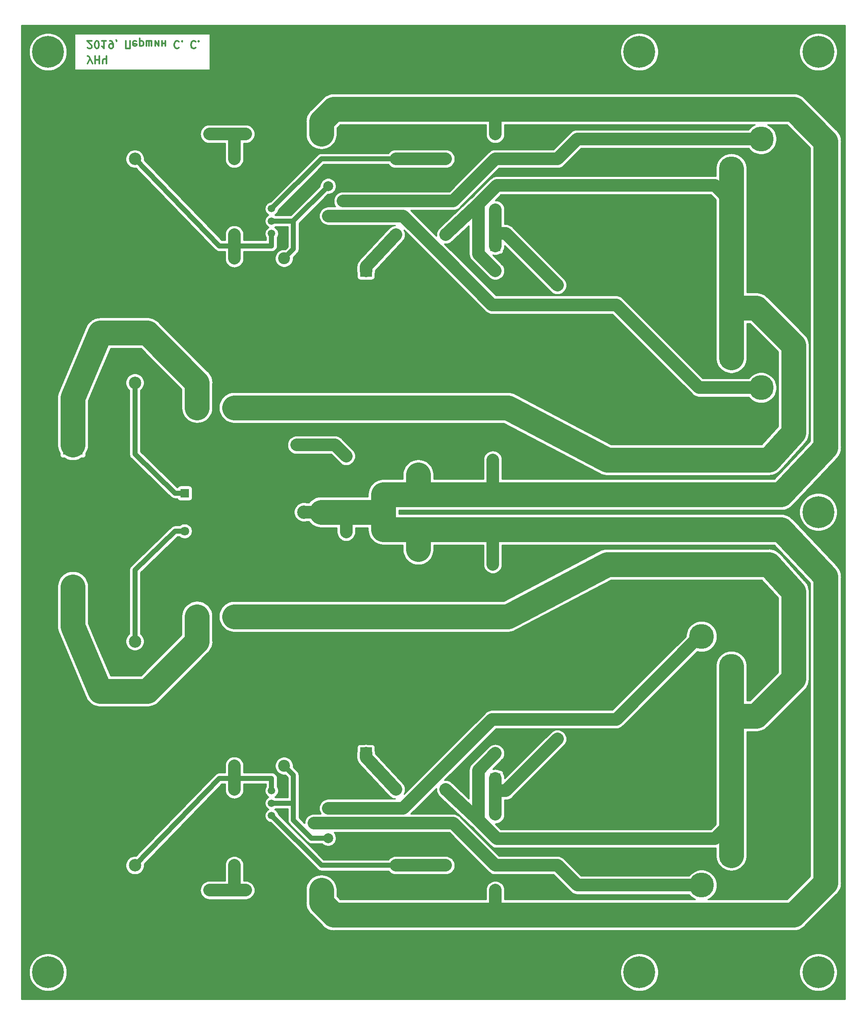
<source format=gbr>
G04 #@! TF.GenerationSoftware,KiCad,Pcbnew,(5.1.2)-2*
G04 #@! TF.CreationDate,2019-10-25T23:49:28+03:00*
G04 #@! TF.ProjectId,JLH,4a4c482e-6b69-4636-9164-5f7063625858,rev?*
G04 #@! TF.SameCoordinates,Original*
G04 #@! TF.FileFunction,Copper,L2,Bot*
G04 #@! TF.FilePolarity,Positive*
%FSLAX46Y46*%
G04 Gerber Fmt 4.6, Leading zero omitted, Abs format (unit mm)*
G04 Created by KiCad (PCBNEW (5.1.2)-2) date 2019-10-25 23:49:28*
%MOMM*%
%LPD*%
G04 APERTURE LIST*
%ADD10C,0.300000*%
%ADD11C,2.500000*%
%ADD12C,1.600000*%
%ADD13R,1.600000X1.600000*%
%ADD14C,2.000000*%
%ADD15R,2.000000X2.000000*%
%ADD16R,2.400000X2.400000*%
%ADD17C,2.400000*%
%ADD18C,1.500000*%
%ADD19C,5.000000*%
%ADD20O,2.400000X2.400000*%
%ADD21R,1.800000X1.800000*%
%ADD22C,1.800000*%
%ADD23C,4.000000*%
%ADD24R,4.000000X4.000000*%
%ADD25C,0.100000*%
%ADD26C,2.700000*%
%ADD27C,6.400000*%
%ADD28C,1.000000*%
%ADD29C,2.500000*%
%ADD30C,5.000000*%
%ADD31C,0.254000*%
G04 APERTURE END LIST*
D10*
X35480714Y-32678571D02*
X35552142Y-32750000D01*
X35695000Y-32821428D01*
X36052142Y-32821428D01*
X36195000Y-32750000D01*
X36266428Y-32678571D01*
X36337857Y-32535714D01*
X36337857Y-32392857D01*
X36266428Y-32178571D01*
X35409285Y-31321428D01*
X36337857Y-31321428D01*
X37266428Y-32821428D02*
X37409285Y-32821428D01*
X37552142Y-32750000D01*
X37623571Y-32678571D01*
X37695000Y-32535714D01*
X37766428Y-32250000D01*
X37766428Y-31892857D01*
X37695000Y-31607142D01*
X37623571Y-31464285D01*
X37552142Y-31392857D01*
X37409285Y-31321428D01*
X37266428Y-31321428D01*
X37123571Y-31392857D01*
X37052142Y-31464285D01*
X36980714Y-31607142D01*
X36909285Y-31892857D01*
X36909285Y-32250000D01*
X36980714Y-32535714D01*
X37052142Y-32678571D01*
X37123571Y-32750000D01*
X37266428Y-32821428D01*
X39195000Y-31321428D02*
X38337857Y-31321428D01*
X38766428Y-31321428D02*
X38766428Y-32821428D01*
X38623571Y-32607142D01*
X38480714Y-32464285D01*
X38337857Y-32392857D01*
X39909285Y-31321428D02*
X40195000Y-31321428D01*
X40337857Y-31392857D01*
X40409285Y-31464285D01*
X40552142Y-31678571D01*
X40623571Y-31964285D01*
X40623571Y-32535714D01*
X40552142Y-32678571D01*
X40480714Y-32750000D01*
X40337857Y-32821428D01*
X40052142Y-32821428D01*
X39909285Y-32750000D01*
X39837857Y-32678571D01*
X39766428Y-32535714D01*
X39766428Y-32178571D01*
X39837857Y-32035714D01*
X39909285Y-31964285D01*
X40052142Y-31892857D01*
X40337857Y-31892857D01*
X40480714Y-31964285D01*
X40552142Y-32035714D01*
X40623571Y-32178571D01*
X41337857Y-31392857D02*
X41337857Y-31321428D01*
X41266428Y-31178571D01*
X41195000Y-31107142D01*
X43123571Y-31321428D02*
X43123571Y-32821428D01*
X43980714Y-32821428D01*
X43980714Y-31321428D01*
X45266428Y-31392857D02*
X45123571Y-31321428D01*
X44837857Y-31321428D01*
X44695000Y-31392857D01*
X44623571Y-31535714D01*
X44623571Y-32107142D01*
X44695000Y-32250000D01*
X44837857Y-32321428D01*
X45123571Y-32321428D01*
X45266428Y-32250000D01*
X45337857Y-32107142D01*
X45337857Y-31964285D01*
X44623571Y-31821428D01*
X45980714Y-32321428D02*
X45980714Y-30821428D01*
X45980714Y-32250000D02*
X46123571Y-32321428D01*
X46409285Y-32321428D01*
X46552142Y-32250000D01*
X46623571Y-32178571D01*
X46695000Y-32035714D01*
X46695000Y-31607142D01*
X46623571Y-31464285D01*
X46552142Y-31392857D01*
X46409285Y-31321428D01*
X46123571Y-31321428D01*
X45980714Y-31392857D01*
X47837857Y-32321428D02*
X47837857Y-31321428D01*
X47337857Y-32321428D02*
X47337857Y-31321428D01*
X48337857Y-31321428D01*
X48337857Y-32321428D01*
X49052142Y-32321428D02*
X49052142Y-31321428D01*
X49766428Y-32321428D01*
X49766428Y-31321428D01*
X50480714Y-31821428D02*
X51123571Y-31821428D01*
X50480714Y-32321428D02*
X50480714Y-31321428D01*
X51123571Y-32321428D02*
X51123571Y-31321428D01*
X53837857Y-31464285D02*
X53766428Y-31392857D01*
X53552142Y-31321428D01*
X53409285Y-31321428D01*
X53195000Y-31392857D01*
X53052142Y-31535714D01*
X52980714Y-31678571D01*
X52909285Y-31964285D01*
X52909285Y-32178571D01*
X52980714Y-32464285D01*
X53052142Y-32607142D01*
X53195000Y-32749999D01*
X53409285Y-32821428D01*
X53552142Y-32821428D01*
X53766428Y-32749999D01*
X53837857Y-32678571D01*
X54480714Y-31464285D02*
X54552142Y-31392857D01*
X54480714Y-31321428D01*
X54409285Y-31392857D01*
X54480714Y-31464285D01*
X54480714Y-31321428D01*
X57195000Y-31464285D02*
X57123571Y-31392857D01*
X56909285Y-31321428D01*
X56766428Y-31321428D01*
X56552142Y-31392857D01*
X56409285Y-31535714D01*
X56337857Y-31678571D01*
X56266428Y-31964285D01*
X56266428Y-32178571D01*
X56337857Y-32464285D01*
X56409285Y-32607142D01*
X56552142Y-32749999D01*
X56766428Y-32821428D01*
X56909285Y-32821428D01*
X57123571Y-32749999D01*
X57195000Y-32678571D01*
X57837857Y-31464285D02*
X57909285Y-31392857D01*
X57837857Y-31321428D01*
X57766428Y-31392857D01*
X57837857Y-31464285D01*
X57837857Y-31321428D01*
X35480714Y-35821428D02*
X35980714Y-34821428D01*
X36480714Y-35821428D02*
X35837857Y-34535714D01*
X35695000Y-34392857D01*
X35552142Y-34321428D01*
X35480714Y-34321428D01*
X36980714Y-34321428D02*
X36980714Y-35821428D01*
X36980714Y-35107142D02*
X37837857Y-35107142D01*
X37837857Y-34321428D02*
X37837857Y-35821428D01*
X39266428Y-35821428D02*
X39266428Y-34321428D01*
X38480714Y-35821428D02*
X38480714Y-35250000D01*
X38552142Y-35107142D01*
X38623571Y-35035714D01*
X38766428Y-34964285D01*
X39266428Y-34964285D01*
D11*
X45000000Y-100000000D03*
X45000000Y-55000000D03*
D12*
X56500000Y-50000000D03*
D13*
X60000000Y-50000000D03*
D14*
X117500000Y-77500000D03*
D15*
X117500000Y-72500000D03*
D16*
X91480000Y-77500000D03*
D17*
X91480000Y-85000000D03*
D18*
X72500000Y-65000000D03*
X72500000Y-67500000D03*
X72500000Y-70000000D03*
D14*
X83860000Y-60470000D03*
X86860000Y-63470000D03*
X83910000Y-66470000D03*
D19*
X165000000Y-45000000D03*
X171000000Y-51000000D03*
X165000000Y-57000000D03*
X165000000Y-107000000D03*
X171000000Y-101000000D03*
X165000000Y-95000000D03*
D17*
X82500000Y-50000000D03*
D20*
X67260000Y-50000000D03*
D17*
X65000000Y-55000000D03*
D20*
X65000000Y-70240000D03*
D17*
X65000000Y-75000000D03*
D20*
X65000000Y-90240000D03*
X75000000Y-90240000D03*
D17*
X75000000Y-75000000D03*
D20*
X97500000Y-70240000D03*
D17*
X97500000Y-55000000D03*
D20*
X117500000Y-65240000D03*
D17*
X117500000Y-50000000D03*
X107500000Y-75000000D03*
D20*
X107500000Y-90240000D03*
D17*
X107500000Y-55000000D03*
D20*
X107500000Y-70240000D03*
D17*
X130000000Y-55000000D03*
D20*
X130000000Y-80400000D03*
D16*
X65000000Y-105000000D03*
D17*
X57500000Y-105000000D03*
D11*
X45000000Y-152000000D03*
X45000000Y-197000000D03*
D13*
X60000000Y-202000000D03*
D12*
X56500000Y-202000000D03*
D15*
X117500000Y-179500000D03*
D14*
X117500000Y-174500000D03*
D16*
X91480000Y-174500000D03*
D17*
X91480000Y-167000000D03*
X57500000Y-147000000D03*
D16*
X65000000Y-147000000D03*
D21*
X75000000Y-112500000D03*
D22*
X77540000Y-112500000D03*
D21*
X55000000Y-122190000D03*
D22*
X55000000Y-124730000D03*
X55000000Y-127270000D03*
X55000000Y-129810000D03*
D23*
X32500000Y-141000000D03*
X32500000Y-131500000D03*
X32500000Y-122000000D03*
D24*
X32500000Y-112500000D03*
D25*
G36*
X76124503Y-124651204D02*
G01*
X76148772Y-124654804D01*
X76172570Y-124660765D01*
X76195670Y-124669030D01*
X76217849Y-124679520D01*
X76238892Y-124692133D01*
X76258598Y-124706748D01*
X76276776Y-124723224D01*
X76293252Y-124741402D01*
X76307867Y-124761108D01*
X76320480Y-124782151D01*
X76330970Y-124804330D01*
X76339235Y-124827430D01*
X76345196Y-124851228D01*
X76348796Y-124875497D01*
X76350000Y-124900001D01*
X76350000Y-127099999D01*
X76348796Y-127124503D01*
X76345196Y-127148772D01*
X76339235Y-127172570D01*
X76330970Y-127195670D01*
X76320480Y-127217849D01*
X76307867Y-127238892D01*
X76293252Y-127258598D01*
X76276776Y-127276776D01*
X76258598Y-127293252D01*
X76238892Y-127307867D01*
X76217849Y-127320480D01*
X76195670Y-127330970D01*
X76172570Y-127339235D01*
X76148772Y-127345196D01*
X76124503Y-127348796D01*
X76099999Y-127350000D01*
X73900001Y-127350000D01*
X73875497Y-127348796D01*
X73851228Y-127345196D01*
X73827430Y-127339235D01*
X73804330Y-127330970D01*
X73782151Y-127320480D01*
X73761108Y-127307867D01*
X73741402Y-127293252D01*
X73723224Y-127276776D01*
X73706748Y-127258598D01*
X73692133Y-127238892D01*
X73679520Y-127217849D01*
X73669030Y-127195670D01*
X73660765Y-127172570D01*
X73654804Y-127148772D01*
X73651204Y-127124503D01*
X73650000Y-127099999D01*
X73650000Y-124900001D01*
X73651204Y-124875497D01*
X73654804Y-124851228D01*
X73660765Y-124827430D01*
X73669030Y-124804330D01*
X73679520Y-124782151D01*
X73692133Y-124761108D01*
X73706748Y-124741402D01*
X73723224Y-124723224D01*
X73741402Y-124706748D01*
X73761108Y-124692133D01*
X73782151Y-124679520D01*
X73804330Y-124669030D01*
X73827430Y-124660765D01*
X73851228Y-124654804D01*
X73875497Y-124651204D01*
X73900001Y-124650000D01*
X76099999Y-124650000D01*
X76124503Y-124651204D01*
X76124503Y-124651204D01*
G37*
D26*
X75000000Y-126000000D03*
X78960000Y-126000000D03*
D18*
X72500000Y-187000000D03*
X72500000Y-184500000D03*
X72500000Y-182000000D03*
D14*
X83860000Y-191530000D03*
X80860000Y-188530000D03*
X83810000Y-185530000D03*
D19*
X165000000Y-207000000D03*
X159000000Y-201000000D03*
X165000000Y-195000000D03*
X165000000Y-145000000D03*
X159000000Y-151000000D03*
X165000000Y-157000000D03*
D20*
X87500000Y-114760000D03*
D17*
X87500000Y-130000000D03*
X82500000Y-202000000D03*
D20*
X67260000Y-202000000D03*
D17*
X65000000Y-197000000D03*
D20*
X65000000Y-181760000D03*
X65000000Y-161760000D03*
D17*
X65000000Y-177000000D03*
D20*
X75000000Y-161760000D03*
D17*
X75000000Y-177000000D03*
X107500000Y-197000000D03*
D20*
X107500000Y-181760000D03*
D17*
X97500000Y-197000000D03*
D20*
X97500000Y-181760000D03*
X117500000Y-186760000D03*
D17*
X117500000Y-202000000D03*
X130000000Y-197000000D03*
D20*
X130000000Y-171600000D03*
X107500000Y-161760000D03*
D17*
X107500000Y-177000000D03*
D27*
X27500000Y-33500000D03*
X27500000Y-218500000D03*
X146500000Y-33500000D03*
X146500000Y-218500000D03*
X182500000Y-33500000D03*
X182500000Y-218500000D03*
D14*
X117000000Y-115500000D03*
X127000000Y-115500000D03*
D16*
X102000000Y-118500000D03*
D17*
X102000000Y-111000000D03*
D14*
X127000000Y-136500000D03*
X117000000Y-136500000D03*
D17*
X102000000Y-141000000D03*
D16*
X102000000Y-133500000D03*
D27*
X182500000Y-126000000D03*
D28*
X76880000Y-67450000D02*
X83860000Y-60470000D01*
X72550000Y-67450000D02*
X72500000Y-67500000D01*
X76880000Y-73120000D02*
X75000000Y-75000000D01*
X76880000Y-67450000D02*
X76880000Y-73120000D01*
X76830000Y-67500000D02*
X72500000Y-67500000D01*
D29*
X98970000Y-66470000D02*
X107500000Y-75000000D01*
X83910000Y-66470000D02*
X98970000Y-66470000D01*
X116850008Y-84350008D02*
X107500000Y-75000000D01*
X141850008Y-84350008D02*
X116850008Y-84350008D01*
X171000000Y-101000000D02*
X158500000Y-101000000D01*
X158500000Y-101000000D02*
X141850008Y-84350008D01*
X86860000Y-63470000D02*
X109030000Y-63470000D01*
X130000000Y-55000000D02*
X117500000Y-55000000D01*
X109030000Y-63470000D02*
X117500000Y-55000000D01*
X134000000Y-51000000D02*
X130000000Y-55000000D01*
X171000000Y-51000000D02*
X134000000Y-51000000D01*
X129800000Y-80200000D02*
X130000000Y-80400000D01*
X119600000Y-70000000D02*
X130000000Y-80400000D01*
X117500000Y-70000000D02*
X119600000Y-70000000D01*
X117500000Y-70000000D02*
X117500000Y-72500000D01*
X117500000Y-65240000D02*
X117500000Y-70000000D01*
X107500000Y-55000000D02*
X97500000Y-55000000D01*
D28*
X82500000Y-55000000D02*
X97500000Y-55000000D01*
X72500000Y-65000000D02*
X82500000Y-55000000D01*
D29*
X65000000Y-55000000D02*
X65000000Y-50000000D01*
X67260000Y-50000000D02*
X65000000Y-50000000D01*
X65000000Y-50000000D02*
X60000000Y-50000000D01*
X117500000Y-50000000D02*
X117500000Y-47500000D01*
D30*
X82500000Y-47500000D02*
X85000000Y-45000000D01*
X82500000Y-50000000D02*
X82500000Y-47500000D01*
D29*
X117500000Y-202000000D02*
X117500000Y-204500000D01*
D30*
X165000000Y-45000000D02*
X85000000Y-45000000D01*
X85000000Y-207000000D02*
X165000000Y-207000000D01*
X82500000Y-202000000D02*
X82500000Y-204500000D01*
X82500000Y-204500000D02*
X85000000Y-207000000D01*
X102000000Y-118500000D02*
X102000000Y-120000000D01*
X102000000Y-133500000D02*
X102000000Y-132000000D01*
D29*
X117000000Y-115500000D02*
X117000000Y-120000000D01*
X117000000Y-136500000D02*
X117000000Y-132000000D01*
D30*
X177500000Y-45000000D02*
X165000000Y-45000000D01*
X184000000Y-51500000D02*
X177500000Y-45000000D01*
X184000000Y-113000000D02*
X184000000Y-51500000D01*
X175000000Y-122500000D02*
X184000000Y-113000000D01*
X95000000Y-126000000D02*
X95000000Y-122500000D01*
X95000000Y-122500000D02*
X175000000Y-122500000D01*
X165000000Y-207000000D02*
X177500000Y-207000000D01*
X95000000Y-129500000D02*
X95000000Y-126000000D01*
X175000000Y-129500000D02*
X95000000Y-129500000D01*
X184000000Y-139000000D02*
X175000000Y-129500000D01*
X184000000Y-200500000D02*
X184000000Y-139000000D01*
X177500000Y-207000000D02*
X184000000Y-200500000D01*
X95000000Y-126000000D02*
X87500000Y-126000000D01*
X87500000Y-126000000D02*
X82500000Y-126000000D01*
D29*
X78960000Y-126000000D02*
X82500000Y-126000000D01*
X87500000Y-130000000D02*
X87500000Y-126000000D01*
D28*
X53100000Y-122190000D02*
X55000000Y-122190000D01*
X45000000Y-114360000D02*
X53100000Y-122190000D01*
X45000000Y-100000000D02*
X45000000Y-114360000D01*
D29*
X65000000Y-72500000D02*
X65000000Y-75000000D01*
X65000000Y-70240000D02*
X65000000Y-72500000D01*
D28*
X65000000Y-72500000D02*
X72500000Y-72500000D01*
X62500000Y-72500000D02*
X65000000Y-72500000D01*
X61990000Y-72500000D02*
X62500000Y-72500000D01*
X45000000Y-55000000D02*
X61990000Y-72500000D01*
X72500000Y-70000000D02*
X72500000Y-72500000D01*
D29*
X114090000Y-74090000D02*
X117500000Y-77500000D01*
X114090000Y-64090000D02*
X114090000Y-74090000D01*
X107500000Y-70240000D02*
X114090000Y-64090000D01*
X114090000Y-64090000D02*
X117840000Y-60340000D01*
X117840000Y-60340000D02*
X161660000Y-60340000D01*
X161660000Y-60340000D02*
X163820000Y-62500000D01*
D30*
X165000000Y-57000000D02*
X165000000Y-85000000D01*
X165000000Y-85000000D02*
X165000000Y-95000000D01*
X120000000Y-105000000D02*
X65000000Y-105000000D01*
X165000000Y-85000000D02*
X170000000Y-85000000D01*
X170000000Y-85000000D02*
X177500000Y-92500000D01*
X177500000Y-92500000D02*
X177500000Y-110000000D01*
X177500000Y-110000000D02*
X172500000Y-115500000D01*
X172500000Y-115500000D02*
X140000000Y-115500000D01*
X140000000Y-115500000D02*
X120000000Y-105000000D01*
D29*
X91480000Y-76700000D02*
X97500000Y-70240000D01*
X91480000Y-77500000D02*
X91480000Y-76700000D01*
D30*
X32500000Y-103000000D02*
X32500000Y-112500000D01*
X38000000Y-90000000D02*
X32500000Y-103000000D01*
X47500000Y-90000000D02*
X38000000Y-90000000D01*
X57500000Y-105000000D02*
X57500000Y-100000000D01*
X57500000Y-100000000D02*
X47500000Y-90000000D01*
D28*
X45000000Y-137640000D02*
X53100000Y-129810000D01*
X53100000Y-129810000D02*
X55000000Y-129810000D01*
X45000000Y-152000000D02*
X45000000Y-137640000D01*
D30*
X32500000Y-149000000D02*
X32500000Y-141000000D01*
X38000000Y-162000000D02*
X32500000Y-149000000D01*
X47500000Y-162000000D02*
X38000000Y-162000000D01*
X57500000Y-147000000D02*
X57500000Y-152000000D01*
X57500000Y-152000000D02*
X47500000Y-162000000D01*
D28*
X62500000Y-179500000D02*
X65000000Y-179500000D01*
X65000000Y-179500000D02*
X72500000Y-179500000D01*
D29*
X65000000Y-181760000D02*
X65000000Y-179500000D01*
D28*
X72500000Y-182000000D02*
X72500000Y-179500000D01*
X45000000Y-197000000D02*
X61990000Y-179500000D01*
D29*
X65000000Y-179500000D02*
X65000000Y-177000000D01*
D28*
X61990000Y-179500000D02*
X62500000Y-179500000D01*
D29*
X65000000Y-202000000D02*
X60000000Y-202000000D01*
X67260000Y-202000000D02*
X65000000Y-202000000D01*
X65000000Y-197000000D02*
X65000000Y-202000000D01*
X117500000Y-186760000D02*
X117500000Y-182000000D01*
X129800000Y-171800000D02*
X130000000Y-171600000D01*
X117500000Y-182000000D02*
X117500000Y-179500000D01*
X117500000Y-182000000D02*
X119600000Y-182000000D01*
X119600000Y-182000000D02*
X130000000Y-171600000D01*
D30*
X172500000Y-136500000D02*
X140000000Y-136500000D01*
X140000000Y-136500000D02*
X120000000Y-147000000D01*
D29*
X161660000Y-191660000D02*
X163820000Y-189500000D01*
X114090000Y-187910000D02*
X117840000Y-191660000D01*
X114090000Y-177910000D02*
X117500000Y-174500000D01*
X114090000Y-187910000D02*
X114090000Y-177910000D01*
X117840000Y-191660000D02*
X161660000Y-191660000D01*
X107500000Y-181760000D02*
X114090000Y-187910000D01*
D30*
X165000000Y-157000000D02*
X165000000Y-195000000D01*
X170000000Y-167000000D02*
X165000000Y-167000000D01*
X177500000Y-159500000D02*
X170000000Y-167000000D01*
X65000000Y-147000000D02*
X120000000Y-147000000D01*
X172500000Y-136500000D02*
X177500000Y-142000000D01*
X177500000Y-142000000D02*
X177500000Y-159500000D01*
D29*
X91480000Y-175300000D02*
X97500000Y-181760000D01*
X91480000Y-174500000D02*
X91480000Y-175300000D01*
X85240000Y-112500000D02*
X87500000Y-114760000D01*
X77540000Y-112500000D02*
X85240000Y-112500000D01*
X107500000Y-197000000D02*
X97500000Y-197000000D01*
D28*
X72500000Y-187000000D02*
X82500000Y-197000000D01*
X82500000Y-197000000D02*
X97500000Y-197000000D01*
X76880000Y-178880000D02*
X75000000Y-177000000D01*
X76880000Y-184550000D02*
X76880000Y-178880000D01*
X72550000Y-184550000D02*
X72500000Y-184500000D01*
X80530000Y-191530000D02*
X78165000Y-189165000D01*
X83860000Y-191530000D02*
X80530000Y-191530000D01*
X76880000Y-187880000D02*
X78165000Y-189165000D01*
X76880000Y-184550000D02*
X76880000Y-187880000D01*
X76830000Y-184500000D02*
X72500000Y-184500000D01*
D29*
X134000000Y-201000000D02*
X130000000Y-197000000D01*
X159000000Y-201000000D02*
X134000000Y-201000000D01*
X117500000Y-197000000D02*
X130000000Y-197000000D01*
X109030000Y-188530000D02*
X117500000Y-197000000D01*
X83020000Y-188530000D02*
X109030000Y-188530000D01*
X81000000Y-188530000D02*
X83000000Y-188530000D01*
X83910000Y-185530000D02*
X98970000Y-185530000D01*
X98970000Y-185530000D02*
X107500000Y-177000000D01*
X116850008Y-167649992D02*
X107500000Y-177000000D01*
X158500000Y-151000000D02*
X141850008Y-167649992D01*
X141850008Y-167649992D02*
X116850008Y-167649992D01*
D31*
G36*
X187873000Y-223873000D02*
G01*
X22127000Y-223873000D01*
X22127000Y-218122285D01*
X23665000Y-218122285D01*
X23665000Y-218877715D01*
X23812377Y-219618628D01*
X24101467Y-220316554D01*
X24521161Y-220944670D01*
X25055330Y-221478839D01*
X25683446Y-221898533D01*
X26381372Y-222187623D01*
X27122285Y-222335000D01*
X27877715Y-222335000D01*
X28618628Y-222187623D01*
X29316554Y-221898533D01*
X29944670Y-221478839D01*
X30478839Y-220944670D01*
X30898533Y-220316554D01*
X31187623Y-219618628D01*
X31335000Y-218877715D01*
X31335000Y-218122285D01*
X142665000Y-218122285D01*
X142665000Y-218877715D01*
X142812377Y-219618628D01*
X143101467Y-220316554D01*
X143521161Y-220944670D01*
X144055330Y-221478839D01*
X144683446Y-221898533D01*
X145381372Y-222187623D01*
X146122285Y-222335000D01*
X146877715Y-222335000D01*
X147618628Y-222187623D01*
X148316554Y-221898533D01*
X148944670Y-221478839D01*
X149478839Y-220944670D01*
X149898533Y-220316554D01*
X150187623Y-219618628D01*
X150335000Y-218877715D01*
X150335000Y-218122285D01*
X178665000Y-218122285D01*
X178665000Y-218877715D01*
X178812377Y-219618628D01*
X179101467Y-220316554D01*
X179521161Y-220944670D01*
X180055330Y-221478839D01*
X180683446Y-221898533D01*
X181381372Y-222187623D01*
X182122285Y-222335000D01*
X182877715Y-222335000D01*
X183618628Y-222187623D01*
X184316554Y-221898533D01*
X184944670Y-221478839D01*
X185478839Y-220944670D01*
X185898533Y-220316554D01*
X186187623Y-219618628D01*
X186335000Y-218877715D01*
X186335000Y-218122285D01*
X186187623Y-217381372D01*
X185898533Y-216683446D01*
X185478839Y-216055330D01*
X184944670Y-215521161D01*
X184316554Y-215101467D01*
X183618628Y-214812377D01*
X182877715Y-214665000D01*
X182122285Y-214665000D01*
X181381372Y-214812377D01*
X180683446Y-215101467D01*
X180055330Y-215521161D01*
X179521161Y-216055330D01*
X179101467Y-216683446D01*
X178812377Y-217381372D01*
X178665000Y-218122285D01*
X150335000Y-218122285D01*
X150187623Y-217381372D01*
X149898533Y-216683446D01*
X149478839Y-216055330D01*
X148944670Y-215521161D01*
X148316554Y-215101467D01*
X147618628Y-214812377D01*
X146877715Y-214665000D01*
X146122285Y-214665000D01*
X145381372Y-214812377D01*
X144683446Y-215101467D01*
X144055330Y-215521161D01*
X143521161Y-216055330D01*
X143101467Y-216683446D01*
X142812377Y-217381372D01*
X142665000Y-218122285D01*
X31335000Y-218122285D01*
X31187623Y-217381372D01*
X30898533Y-216683446D01*
X30478839Y-216055330D01*
X29944670Y-215521161D01*
X29316554Y-215101467D01*
X28618628Y-214812377D01*
X27877715Y-214665000D01*
X27122285Y-214665000D01*
X26381372Y-214812377D01*
X25683446Y-215101467D01*
X25055330Y-215521161D01*
X24521161Y-216055330D01*
X24101467Y-216683446D01*
X23812377Y-217381372D01*
X23665000Y-218122285D01*
X22127000Y-218122285D01*
X22127000Y-202000000D01*
X58105880Y-202000000D01*
X58142275Y-202369524D01*
X58250061Y-202724848D01*
X58425097Y-203052317D01*
X58660655Y-203339345D01*
X58947683Y-203574903D01*
X59275152Y-203749939D01*
X59630476Y-203857725D01*
X59907403Y-203885000D01*
X64907403Y-203885000D01*
X65000000Y-203894120D01*
X65092597Y-203885000D01*
X67352597Y-203885000D01*
X67629524Y-203857725D01*
X67984848Y-203749939D01*
X68312317Y-203574903D01*
X68599345Y-203339345D01*
X68834903Y-203052317D01*
X69009939Y-202724848D01*
X69117725Y-202369524D01*
X69154120Y-202000000D01*
X69117725Y-201630476D01*
X69009939Y-201275152D01*
X68834903Y-200947683D01*
X68599345Y-200660655D01*
X68312317Y-200425097D01*
X67984848Y-200250061D01*
X67629524Y-200142275D01*
X67352597Y-200115000D01*
X66885000Y-200115000D01*
X66885000Y-196907403D01*
X66857725Y-196630476D01*
X66749939Y-196275152D01*
X66574903Y-195947683D01*
X66339345Y-195660655D01*
X66052317Y-195425097D01*
X65724847Y-195250061D01*
X65369523Y-195142275D01*
X65000000Y-195105880D01*
X64630476Y-195142275D01*
X64275152Y-195250061D01*
X63947683Y-195425097D01*
X63660655Y-195660655D01*
X63425097Y-195947683D01*
X63250061Y-196275153D01*
X63142275Y-196630477D01*
X63115000Y-196907404D01*
X63115001Y-200115000D01*
X59907403Y-200115000D01*
X59630476Y-200142275D01*
X59275152Y-200250061D01*
X58947683Y-200425097D01*
X58660655Y-200660655D01*
X58425097Y-200947683D01*
X58250061Y-201275152D01*
X58142275Y-201630476D01*
X58105880Y-202000000D01*
X22127000Y-202000000D01*
X22127000Y-196814344D01*
X43115000Y-196814344D01*
X43115000Y-197185656D01*
X43187439Y-197549834D01*
X43329534Y-197892882D01*
X43535825Y-198201618D01*
X43798382Y-198464175D01*
X44107118Y-198670466D01*
X44450166Y-198812561D01*
X44814344Y-198885000D01*
X45185656Y-198885000D01*
X45549834Y-198812561D01*
X45892882Y-198670466D01*
X46201618Y-198464175D01*
X46464175Y-198201618D01*
X46670466Y-197892882D01*
X46812561Y-197549834D01*
X46885000Y-197185656D01*
X46885000Y-196814344D01*
X46864112Y-196709333D01*
X62469994Y-180635000D01*
X63115000Y-180635000D01*
X63115000Y-181852596D01*
X63142275Y-182129523D01*
X63250061Y-182484847D01*
X63425097Y-182812317D01*
X63660655Y-183099345D01*
X63947683Y-183334903D01*
X64275152Y-183509939D01*
X64630476Y-183617725D01*
X65000000Y-183654120D01*
X65369523Y-183617725D01*
X65724847Y-183509939D01*
X66052317Y-183334903D01*
X66339345Y-183099345D01*
X66574903Y-182812317D01*
X66749939Y-182484848D01*
X66857725Y-182129524D01*
X66885000Y-181852597D01*
X66885000Y-180635000D01*
X71365001Y-180635000D01*
X71365000Y-181205714D01*
X71272629Y-181343957D01*
X71168225Y-181596011D01*
X71115000Y-181863589D01*
X71115000Y-182136411D01*
X71168225Y-182403989D01*
X71272629Y-182656043D01*
X71424201Y-182882886D01*
X71617114Y-183075799D01*
X71843957Y-183227371D01*
X71898588Y-183250000D01*
X71843957Y-183272629D01*
X71617114Y-183424201D01*
X71424201Y-183617114D01*
X71272629Y-183843957D01*
X71168225Y-184096011D01*
X71115000Y-184363589D01*
X71115000Y-184636411D01*
X71168225Y-184903989D01*
X71272629Y-185156043D01*
X71424201Y-185382886D01*
X71617114Y-185575799D01*
X71843957Y-185727371D01*
X71898588Y-185750000D01*
X71843957Y-185772629D01*
X71617114Y-185924201D01*
X71424201Y-186117114D01*
X71272629Y-186343957D01*
X71168225Y-186596011D01*
X71115000Y-186863589D01*
X71115000Y-187136411D01*
X71168225Y-187403989D01*
X71272629Y-187656043D01*
X71424201Y-187882886D01*
X71617114Y-188075799D01*
X71843957Y-188227371D01*
X72096011Y-188331775D01*
X72259081Y-188364212D01*
X81658013Y-197763146D01*
X81693551Y-197806449D01*
X81736854Y-197841987D01*
X81736856Y-197841989D01*
X81866377Y-197948284D01*
X82063553Y-198053676D01*
X82277501Y-198118577D01*
X82500000Y-198140491D01*
X82555752Y-198135000D01*
X95992953Y-198135000D01*
X96160655Y-198339345D01*
X96447683Y-198574903D01*
X96775152Y-198749939D01*
X97130476Y-198857725D01*
X97407403Y-198885000D01*
X107592597Y-198885000D01*
X107869524Y-198857725D01*
X108224848Y-198749939D01*
X108552317Y-198574903D01*
X108839345Y-198339345D01*
X109074903Y-198052317D01*
X109249939Y-197724848D01*
X109357725Y-197369524D01*
X109394120Y-197000000D01*
X109357725Y-196630476D01*
X109249939Y-196275152D01*
X109074903Y-195947683D01*
X108839345Y-195660655D01*
X108552317Y-195425097D01*
X108224848Y-195250061D01*
X107869524Y-195142275D01*
X107592597Y-195115000D01*
X97407403Y-195115000D01*
X97130476Y-195142275D01*
X96775152Y-195250061D01*
X96447683Y-195425097D01*
X96160655Y-195660655D01*
X95992953Y-195865000D01*
X82970133Y-195865000D01*
X73864212Y-186759081D01*
X73831775Y-186596011D01*
X73727371Y-186343957D01*
X73575799Y-186117114D01*
X73382886Y-185924201D01*
X73156043Y-185772629D01*
X73101412Y-185750000D01*
X73156043Y-185727371D01*
X73294286Y-185635000D01*
X75745000Y-185635000D01*
X75745001Y-187824239D01*
X75739509Y-187880000D01*
X75761423Y-188102498D01*
X75826324Y-188316446D01*
X75848830Y-188358552D01*
X75931717Y-188513623D01*
X76073552Y-188686449D01*
X76116860Y-188721991D01*
X77401856Y-190006988D01*
X77401861Y-190006992D01*
X79688009Y-192293141D01*
X79723551Y-192336449D01*
X79896377Y-192478284D01*
X80058399Y-192564886D01*
X80093553Y-192583676D01*
X80307501Y-192648577D01*
X80529999Y-192670491D01*
X80585751Y-192665000D01*
X82682761Y-192665000D01*
X82817748Y-192799987D01*
X83085537Y-192978918D01*
X83383088Y-193102168D01*
X83698967Y-193165000D01*
X84021033Y-193165000D01*
X84336912Y-193102168D01*
X84634463Y-192978918D01*
X84902252Y-192799987D01*
X85129987Y-192572252D01*
X85308918Y-192304463D01*
X85432168Y-192006912D01*
X85495000Y-191691033D01*
X85495000Y-191368967D01*
X85432168Y-191053088D01*
X85308918Y-190755537D01*
X85129987Y-190487748D01*
X85057239Y-190415000D01*
X108249208Y-190415000D01*
X116101630Y-198267423D01*
X116160655Y-198339345D01*
X116232577Y-198398370D01*
X116232579Y-198398372D01*
X116298979Y-198452864D01*
X116447683Y-198574903D01*
X116775152Y-198749939D01*
X116981590Y-198812561D01*
X117130475Y-198857725D01*
X117162662Y-198860895D01*
X117407403Y-198885000D01*
X117407411Y-198885000D01*
X117500000Y-198894119D01*
X117592589Y-198885000D01*
X129219208Y-198885000D01*
X132601630Y-202267423D01*
X132660655Y-202339345D01*
X132732577Y-202398370D01*
X132732579Y-202398372D01*
X132838110Y-202484979D01*
X132947683Y-202574903D01*
X133275152Y-202749939D01*
X133630476Y-202857725D01*
X133907403Y-202885000D01*
X133907412Y-202885000D01*
X133999999Y-202894119D01*
X134092586Y-202885000D01*
X156489084Y-202885000D01*
X156564886Y-202998446D01*
X157001554Y-203435114D01*
X157515021Y-203778201D01*
X157724572Y-203865000D01*
X119385000Y-203865000D01*
X119385000Y-201907403D01*
X119357725Y-201630476D01*
X119249939Y-201275152D01*
X119074903Y-200947683D01*
X118839345Y-200660655D01*
X118552317Y-200425097D01*
X118224847Y-200250061D01*
X117869523Y-200142275D01*
X117500000Y-200105880D01*
X117130476Y-200142275D01*
X116775152Y-200250061D01*
X116447683Y-200425097D01*
X116160655Y-200660655D01*
X115925097Y-200947683D01*
X115750061Y-201275153D01*
X115642275Y-201630477D01*
X115615000Y-201907404D01*
X115615001Y-203865000D01*
X86298559Y-203865000D01*
X85635000Y-203201442D01*
X85635000Y-201845998D01*
X85589638Y-201385433D01*
X85410376Y-200794483D01*
X85119269Y-200249860D01*
X84727505Y-199772495D01*
X84250139Y-199380731D01*
X83705516Y-199089624D01*
X83114566Y-198910362D01*
X82500000Y-198849832D01*
X81885433Y-198910362D01*
X81294483Y-199089624D01*
X80749860Y-199380731D01*
X80272495Y-199772495D01*
X79880731Y-200249861D01*
X79589624Y-200794484D01*
X79410362Y-201385434D01*
X79365000Y-201845999D01*
X79365000Y-204346005D01*
X79349833Y-204500000D01*
X79365000Y-204653995D01*
X79365000Y-204654002D01*
X79410362Y-205114567D01*
X79589624Y-205705517D01*
X79880732Y-206250140D01*
X80272496Y-206727505D01*
X80392120Y-206825678D01*
X82674321Y-209107880D01*
X82772495Y-209227505D01*
X83249860Y-209619269D01*
X83794483Y-209910376D01*
X84385433Y-210089638D01*
X84845998Y-210135000D01*
X84846005Y-210135000D01*
X85000000Y-210150167D01*
X85153995Y-210135000D01*
X177346005Y-210135000D01*
X177500000Y-210150167D01*
X177653995Y-210135000D01*
X177654002Y-210135000D01*
X178114567Y-210089638D01*
X178705517Y-209910376D01*
X179250140Y-209619269D01*
X179727505Y-209227505D01*
X179825683Y-209107876D01*
X186107887Y-202825673D01*
X186227505Y-202727505D01*
X186352743Y-202574903D01*
X186426541Y-202484979D01*
X186619269Y-202250140D01*
X186910376Y-201705517D01*
X187063722Y-201200000D01*
X187089638Y-201114568D01*
X187100922Y-200999999D01*
X187135000Y-200654002D01*
X187135000Y-200653996D01*
X187150167Y-200500001D01*
X187135000Y-200346006D01*
X187135000Y-139196484D01*
X187149017Y-139085108D01*
X187135000Y-138888443D01*
X187135000Y-138845998D01*
X187124053Y-138734851D01*
X187105114Y-138469130D01*
X187093824Y-138427938D01*
X187089638Y-138385433D01*
X187012298Y-138130478D01*
X186941882Y-137873552D01*
X186922775Y-137835359D01*
X186910376Y-137794483D01*
X186784770Y-137559491D01*
X186665595Y-137321264D01*
X186639406Y-137287534D01*
X186619269Y-137249860D01*
X186450246Y-137043905D01*
X186381775Y-136955718D01*
X186352592Y-136924914D01*
X186227505Y-136772495D01*
X186140725Y-136701276D01*
X177352600Y-127424923D01*
X177227505Y-127272495D01*
X177021531Y-127103456D01*
X176820265Y-126928972D01*
X176783163Y-126907832D01*
X176750140Y-126880731D01*
X176515145Y-126755124D01*
X176283707Y-126623257D01*
X176243190Y-126609760D01*
X176205517Y-126589624D01*
X175950565Y-126512285D01*
X175697815Y-126428093D01*
X175655437Y-126422760D01*
X175614567Y-126410362D01*
X175349424Y-126384247D01*
X175085108Y-126350983D01*
X174888444Y-126365000D01*
X98135000Y-126365000D01*
X98135000Y-126154001D01*
X98150168Y-126000000D01*
X98135000Y-125845998D01*
X98135000Y-125635000D01*
X174888444Y-125635000D01*
X175085108Y-125649017D01*
X175297520Y-125622285D01*
X178665000Y-125622285D01*
X178665000Y-126377715D01*
X178812377Y-127118628D01*
X179101467Y-127816554D01*
X179521161Y-128444670D01*
X180055330Y-128978839D01*
X180683446Y-129398533D01*
X181381372Y-129687623D01*
X182122285Y-129835000D01*
X182877715Y-129835000D01*
X183618628Y-129687623D01*
X184316554Y-129398533D01*
X184944670Y-128978839D01*
X185478839Y-128444670D01*
X185898533Y-127816554D01*
X186187623Y-127118628D01*
X186335000Y-126377715D01*
X186335000Y-125622285D01*
X186187623Y-124881372D01*
X185898533Y-124183446D01*
X185478839Y-123555330D01*
X184944670Y-123021161D01*
X184316554Y-122601467D01*
X183618628Y-122312377D01*
X182877715Y-122165000D01*
X182122285Y-122165000D01*
X181381372Y-122312377D01*
X180683446Y-122601467D01*
X180055330Y-123021161D01*
X179521161Y-123555330D01*
X179101467Y-124183446D01*
X178812377Y-124881372D01*
X178665000Y-125622285D01*
X175297520Y-125622285D01*
X175349424Y-125615753D01*
X175614567Y-125589638D01*
X175655437Y-125577240D01*
X175697815Y-125571907D01*
X175950565Y-125487715D01*
X176205517Y-125410376D01*
X176243190Y-125390240D01*
X176283707Y-125376743D01*
X176515145Y-125244876D01*
X176750140Y-125119269D01*
X176783163Y-125092168D01*
X176820265Y-125071028D01*
X177021531Y-124896544D01*
X177227505Y-124727505D01*
X177352600Y-124575077D01*
X186140726Y-115298723D01*
X186227505Y-115227505D01*
X186352592Y-115075086D01*
X186381775Y-115044282D01*
X186450246Y-114956095D01*
X186619269Y-114750140D01*
X186639406Y-114712466D01*
X186665595Y-114678736D01*
X186784770Y-114440509D01*
X186910376Y-114205517D01*
X186922775Y-114164641D01*
X186941882Y-114126448D01*
X187012298Y-113869522D01*
X187089638Y-113614567D01*
X187093824Y-113572062D01*
X187105114Y-113530870D01*
X187124053Y-113265149D01*
X187135000Y-113154002D01*
X187135000Y-113111557D01*
X187149017Y-112914892D01*
X187135000Y-112803516D01*
X187135000Y-51653994D01*
X187150167Y-51499999D01*
X187135000Y-51346004D01*
X187135000Y-51345998D01*
X187089638Y-50885433D01*
X187084714Y-50869199D01*
X186999910Y-50589638D01*
X186910376Y-50294483D01*
X186619269Y-49749860D01*
X186352743Y-49425098D01*
X186325675Y-49392115D01*
X186325674Y-49392114D01*
X186227505Y-49272495D01*
X186107886Y-49174326D01*
X179825683Y-42892124D01*
X179727505Y-42772495D01*
X179250140Y-42380731D01*
X178705517Y-42089624D01*
X178114567Y-41910362D01*
X177654002Y-41865000D01*
X177653995Y-41865000D01*
X177500000Y-41849833D01*
X177346005Y-41865000D01*
X85153995Y-41865000D01*
X85000000Y-41849833D01*
X84846005Y-41865000D01*
X84845998Y-41865000D01*
X84385433Y-41910362D01*
X83794483Y-42089624D01*
X83249860Y-42380731D01*
X82772495Y-42772495D01*
X82674321Y-42892120D01*
X80392120Y-45174322D01*
X80272496Y-45272495D01*
X79880732Y-45749860D01*
X79589624Y-46294483D01*
X79410362Y-46885433D01*
X79365000Y-47345998D01*
X79365000Y-47346005D01*
X79349833Y-47500000D01*
X79365000Y-47653995D01*
X79365000Y-50154001D01*
X79410362Y-50614566D01*
X79589624Y-51205516D01*
X79880731Y-51750139D01*
X80272495Y-52227505D01*
X80749860Y-52619269D01*
X81294483Y-52910376D01*
X81885433Y-53089638D01*
X82500000Y-53150168D01*
X83114566Y-53089638D01*
X83705516Y-52910376D01*
X84250139Y-52619269D01*
X84727505Y-52227505D01*
X85119269Y-51750140D01*
X85410376Y-51205517D01*
X85589638Y-50614567D01*
X85635000Y-50154002D01*
X85635000Y-48798558D01*
X86298559Y-48135000D01*
X115615001Y-48135000D01*
X115615000Y-50092596D01*
X115642275Y-50369523D01*
X115750061Y-50724847D01*
X115925097Y-51052317D01*
X116160655Y-51339345D01*
X116447683Y-51574903D01*
X116775152Y-51749939D01*
X117130476Y-51857725D01*
X117500000Y-51894120D01*
X117869523Y-51857725D01*
X118224847Y-51749939D01*
X118552317Y-51574903D01*
X118839345Y-51339345D01*
X119074903Y-51052317D01*
X119249939Y-50724848D01*
X119357725Y-50369524D01*
X119385000Y-50092597D01*
X119385000Y-48135000D01*
X169724572Y-48135000D01*
X169515021Y-48221799D01*
X169001554Y-48564886D01*
X168564886Y-49001554D01*
X168489084Y-49115000D01*
X134092586Y-49115000D01*
X133999999Y-49105881D01*
X133907412Y-49115000D01*
X133907403Y-49115000D01*
X133630476Y-49142275D01*
X133275152Y-49250061D01*
X132947683Y-49425097D01*
X132947681Y-49425098D01*
X132947682Y-49425098D01*
X132732579Y-49601628D01*
X132732577Y-49601630D01*
X132660655Y-49660655D01*
X132601630Y-49732577D01*
X129219208Y-53115000D01*
X117592589Y-53115000D01*
X117500000Y-53105881D01*
X117407411Y-53115000D01*
X117407403Y-53115000D01*
X117162662Y-53139105D01*
X117130475Y-53142275D01*
X117055561Y-53165000D01*
X116775152Y-53250061D01*
X116447683Y-53425097D01*
X116312761Y-53535825D01*
X116232579Y-53601628D01*
X116232577Y-53601630D01*
X116160655Y-53660655D01*
X116101630Y-53732577D01*
X108249208Y-61585000D01*
X86767403Y-61585000D01*
X86490476Y-61612275D01*
X86135152Y-61720061D01*
X85807683Y-61895097D01*
X85520655Y-62130655D01*
X85285097Y-62417683D01*
X85110061Y-62745152D01*
X85002275Y-63100476D01*
X84965880Y-63470000D01*
X85002275Y-63839524D01*
X85110061Y-64194848D01*
X85285097Y-64522317D01*
X85336540Y-64585000D01*
X83817403Y-64585000D01*
X83540476Y-64612275D01*
X83185152Y-64720061D01*
X82857683Y-64895097D01*
X82570655Y-65130655D01*
X82335097Y-65417683D01*
X82160061Y-65745152D01*
X82052275Y-66100476D01*
X82015880Y-66470000D01*
X82052275Y-66839524D01*
X82160061Y-67194848D01*
X82335097Y-67522317D01*
X82570655Y-67809345D01*
X82857683Y-68044903D01*
X83185152Y-68219939D01*
X83540476Y-68327725D01*
X83817403Y-68355000D01*
X97374073Y-68355000D01*
X97065249Y-68396449D01*
X96713943Y-68516688D01*
X96392845Y-68703153D01*
X96184096Y-68887153D01*
X90186820Y-75322769D01*
X90140656Y-75360655D01*
X90060521Y-75458299D01*
X90037840Y-75482638D01*
X90001813Y-75529834D01*
X89905097Y-75647683D01*
X89889310Y-75677219D01*
X89868998Y-75703828D01*
X89801934Y-75840688D01*
X89730061Y-75975152D01*
X89725395Y-75990533D01*
X89690498Y-76055820D01*
X89654188Y-76175518D01*
X89646932Y-76249193D01*
X89622275Y-76330476D01*
X89618993Y-76363802D01*
X89610409Y-76396162D01*
X89600823Y-76548277D01*
X89595000Y-76607403D01*
X89595000Y-76640689D01*
X89587057Y-76766738D01*
X89595000Y-76825920D01*
X89595000Y-77592596D01*
X89622275Y-77869523D01*
X89641928Y-77934310D01*
X89641928Y-78700000D01*
X89654188Y-78824482D01*
X89690498Y-78944180D01*
X89749463Y-79054494D01*
X89828815Y-79151185D01*
X89925506Y-79230537D01*
X90035820Y-79289502D01*
X90155518Y-79325812D01*
X90280000Y-79338072D01*
X91045689Y-79338072D01*
X91110476Y-79357725D01*
X91480000Y-79394120D01*
X91849523Y-79357725D01*
X91914310Y-79338072D01*
X92680000Y-79338072D01*
X92804482Y-79325812D01*
X92924180Y-79289502D01*
X93034494Y-79230537D01*
X93131185Y-79151185D01*
X93210537Y-79054494D01*
X93269502Y-78944180D01*
X93305812Y-78824482D01*
X93318072Y-78700000D01*
X93318072Y-77934311D01*
X93337725Y-77869524D01*
X93365000Y-77592597D01*
X93365000Y-77442156D01*
X98942161Y-71457363D01*
X99111003Y-71236173D01*
X99274392Y-70902741D01*
X99369591Y-70543839D01*
X99392944Y-70173262D01*
X99343551Y-69805249D01*
X99223312Y-69453943D01*
X99133510Y-69299303D01*
X115451638Y-85617431D01*
X115510663Y-85689353D01*
X115582585Y-85748378D01*
X115582587Y-85748380D01*
X115736057Y-85874329D01*
X115797691Y-85924911D01*
X116125160Y-86099947D01*
X116480484Y-86207733D01*
X116757411Y-86235008D01*
X116757420Y-86235008D01*
X116850007Y-86244127D01*
X116942594Y-86235008D01*
X141069216Y-86235008D01*
X157101626Y-102267418D01*
X157160655Y-102339345D01*
X157447683Y-102574903D01*
X157775152Y-102749939D01*
X158130476Y-102857725D01*
X158407403Y-102885000D01*
X158407412Y-102885000D01*
X158499999Y-102894119D01*
X158592586Y-102885000D01*
X168489084Y-102885000D01*
X168564886Y-102998446D01*
X169001554Y-103435114D01*
X169515021Y-103778201D01*
X170085554Y-104014524D01*
X170691229Y-104135000D01*
X171308771Y-104135000D01*
X171914446Y-104014524D01*
X172484979Y-103778201D01*
X172998446Y-103435114D01*
X173435114Y-102998446D01*
X173778201Y-102484979D01*
X174014524Y-101914446D01*
X174135000Y-101308771D01*
X174135000Y-100691229D01*
X174014524Y-100085554D01*
X173778201Y-99515021D01*
X173435114Y-99001554D01*
X172998446Y-98564886D01*
X172484979Y-98221799D01*
X171914446Y-97985476D01*
X171308771Y-97865000D01*
X170691229Y-97865000D01*
X170085554Y-97985476D01*
X169515021Y-98221799D01*
X169001554Y-98564886D01*
X168564886Y-99001554D01*
X168489084Y-99115000D01*
X159280792Y-99115000D01*
X143248382Y-83082590D01*
X143189353Y-83010663D01*
X142902325Y-82775105D01*
X142574856Y-82600069D01*
X142219532Y-82492283D01*
X141942605Y-82465008D01*
X141942597Y-82465008D01*
X141850008Y-82455889D01*
X141757419Y-82465008D01*
X117630801Y-82465008D01*
X107277859Y-72112066D01*
X107434622Y-72132991D01*
X107805182Y-72109372D01*
X108164015Y-72013915D01*
X108497330Y-71850286D01*
X108718398Y-71681285D01*
X112205000Y-68427476D01*
X112205001Y-73997401D01*
X112195881Y-74090000D01*
X112232275Y-74459524D01*
X112340062Y-74814848D01*
X112515098Y-75142317D01*
X112691628Y-75357420D01*
X112691631Y-75357423D01*
X112750656Y-75429345D01*
X112822577Y-75488369D01*
X116232579Y-78898372D01*
X116447682Y-79074902D01*
X116775151Y-79249938D01*
X117130475Y-79357724D01*
X117499999Y-79394119D01*
X117869523Y-79357724D01*
X118224848Y-79249938D01*
X118552316Y-79074902D01*
X118839344Y-78839344D01*
X119074902Y-78552316D01*
X119249938Y-78224848D01*
X119357724Y-77869523D01*
X119394119Y-77499999D01*
X119357724Y-77130475D01*
X119249938Y-76775151D01*
X119074902Y-76447682D01*
X118898372Y-76232579D01*
X116976944Y-74311151D01*
X117130477Y-74357725D01*
X117500000Y-74394120D01*
X117869524Y-74357725D01*
X118224848Y-74249939D01*
X118434136Y-74138072D01*
X118500000Y-74138072D01*
X118624482Y-74125812D01*
X118744180Y-74089502D01*
X118854494Y-74030537D01*
X118951185Y-73951185D01*
X119030537Y-73854494D01*
X119089502Y-73744180D01*
X119125812Y-73624482D01*
X119138072Y-73500000D01*
X119138072Y-73434136D01*
X119249939Y-73224848D01*
X119357725Y-72869524D01*
X119385000Y-72592597D01*
X119385000Y-72450792D01*
X128732579Y-81798372D01*
X128947682Y-81974902D01*
X129275151Y-82149938D01*
X129630475Y-82257725D01*
X129696739Y-82264251D01*
X130000000Y-82294120D01*
X130369524Y-82257725D01*
X130724849Y-82149938D01*
X131052317Y-81974903D01*
X131339345Y-81739345D01*
X131574903Y-81452317D01*
X131749938Y-81124849D01*
X131857725Y-80769524D01*
X131894120Y-80400000D01*
X131857725Y-80030477D01*
X131857725Y-80030475D01*
X131749938Y-79675151D01*
X131574902Y-79347682D01*
X131398372Y-79132579D01*
X120998374Y-68732582D01*
X120939345Y-68660655D01*
X120652317Y-68425097D01*
X120324848Y-68250061D01*
X119969524Y-68142275D01*
X119692597Y-68115000D01*
X119692589Y-68115000D01*
X119600000Y-68105881D01*
X119507411Y-68115000D01*
X119385000Y-68115000D01*
X119385000Y-65147403D01*
X119357725Y-64870476D01*
X119249939Y-64515152D01*
X119074903Y-64187683D01*
X118839345Y-63900655D01*
X118552317Y-63665097D01*
X118224847Y-63490061D01*
X117869523Y-63382275D01*
X117500000Y-63345880D01*
X117499903Y-63345890D01*
X118620793Y-62225000D01*
X160879208Y-62225000D01*
X161865000Y-63210793D01*
X161865001Y-84845988D01*
X161849832Y-85000000D01*
X161865000Y-85154002D01*
X161865001Y-94691224D01*
X161865000Y-94691229D01*
X161865000Y-95308771D01*
X161895196Y-95460579D01*
X161910363Y-95614567D01*
X161955279Y-95762637D01*
X161985476Y-95914446D01*
X162044707Y-96057443D01*
X162089625Y-96205517D01*
X162162569Y-96341986D01*
X162221799Y-96484979D01*
X162307787Y-96613669D01*
X162380732Y-96750140D01*
X162478897Y-96869755D01*
X162564886Y-96998446D01*
X162674332Y-97107892D01*
X162772496Y-97227505D01*
X162892109Y-97325669D01*
X163001554Y-97435114D01*
X163130244Y-97521102D01*
X163249861Y-97619269D01*
X163386334Y-97692216D01*
X163515021Y-97778201D01*
X163658010Y-97837429D01*
X163794484Y-97910376D01*
X163942563Y-97955295D01*
X164085554Y-98014524D01*
X164237356Y-98044719D01*
X164385434Y-98089638D01*
X164539431Y-98104805D01*
X164691229Y-98135000D01*
X164845998Y-98135000D01*
X165000000Y-98150168D01*
X165154002Y-98135000D01*
X165308771Y-98135000D01*
X165460569Y-98104806D01*
X165614567Y-98089638D01*
X165762647Y-98044719D01*
X165914446Y-98014524D01*
X166057434Y-97955296D01*
X166205517Y-97910376D01*
X166341995Y-97837427D01*
X166484979Y-97778201D01*
X166613662Y-97692218D01*
X166750140Y-97619269D01*
X166869761Y-97521098D01*
X166998446Y-97435114D01*
X167107886Y-97325674D01*
X167227505Y-97227505D01*
X167325674Y-97107886D01*
X167435114Y-96998446D01*
X167521098Y-96869761D01*
X167619269Y-96750140D01*
X167692218Y-96613662D01*
X167778201Y-96484979D01*
X167837427Y-96341995D01*
X167910376Y-96205517D01*
X167955296Y-96057434D01*
X168014524Y-95914446D01*
X168044719Y-95762647D01*
X168089638Y-95614567D01*
X168104806Y-95460569D01*
X168135000Y-95308771D01*
X168135000Y-88135000D01*
X168701442Y-88135000D01*
X174365000Y-93798559D01*
X174365001Y-108787986D01*
X171113171Y-112365000D01*
X140772917Y-112365000D01*
X121467569Y-102229694D01*
X121205517Y-102089624D01*
X121046247Y-102041310D01*
X120892032Y-101978770D01*
X120751498Y-101951899D01*
X120614567Y-101910362D01*
X120448937Y-101894049D01*
X120285479Y-101862795D01*
X119988567Y-101865000D01*
X64845998Y-101865000D01*
X64385433Y-101910362D01*
X63794483Y-102089624D01*
X63249860Y-102380731D01*
X62772495Y-102772495D01*
X62380731Y-103249860D01*
X62089624Y-103794483D01*
X61910362Y-104385433D01*
X61849832Y-105000000D01*
X61910362Y-105614567D01*
X62089624Y-106205517D01*
X62380731Y-106750140D01*
X62772495Y-107227505D01*
X63249860Y-107619269D01*
X63794483Y-107910376D01*
X64385433Y-108089638D01*
X64845998Y-108135000D01*
X119227084Y-108135000D01*
X138532485Y-118270335D01*
X138794483Y-118410376D01*
X138953749Y-118458689D01*
X139107967Y-118521230D01*
X139248503Y-118548101D01*
X139385433Y-118589638D01*
X139551061Y-118605951D01*
X139714520Y-118637205D01*
X140011433Y-118635000D01*
X172420707Y-118635000D01*
X172649838Y-118646602D01*
X172881521Y-118612591D01*
X173114567Y-118589638D01*
X173186480Y-118567823D01*
X173260830Y-118556909D01*
X173481423Y-118478354D01*
X173705517Y-118410376D01*
X173771794Y-118374950D01*
X173842585Y-118349741D01*
X174043610Y-118229662D01*
X174250140Y-118119269D01*
X174308235Y-118071591D01*
X174372744Y-118033058D01*
X174546478Y-117876070D01*
X174727505Y-117727505D01*
X174873061Y-117550145D01*
X179665755Y-112278182D01*
X179727505Y-112227505D01*
X179873057Y-112050150D01*
X179923304Y-111994878D01*
X179970706Y-111931164D01*
X180119269Y-111750140D01*
X180154696Y-111683860D01*
X180199549Y-111623573D01*
X180299983Y-111412048D01*
X180410376Y-111205517D01*
X180432190Y-111133604D01*
X180464422Y-111065721D01*
X180521663Y-110838651D01*
X180589638Y-110614567D01*
X180597004Y-110539782D01*
X180615373Y-110466913D01*
X180627214Y-110233054D01*
X180635000Y-110154002D01*
X180635000Y-110079282D01*
X180646601Y-109850163D01*
X180635000Y-109771136D01*
X180635000Y-92653995D01*
X180650167Y-92500000D01*
X180635000Y-92346005D01*
X180635000Y-92345998D01*
X180589638Y-91885433D01*
X180583440Y-91865000D01*
X180410376Y-91294482D01*
X180295567Y-91079691D01*
X180119269Y-90749860D01*
X179727505Y-90272495D01*
X179607882Y-90174323D01*
X172325683Y-82892125D01*
X172227505Y-82772495D01*
X171750140Y-82380731D01*
X171205517Y-82089624D01*
X170614567Y-81910362D01*
X170154002Y-81865000D01*
X170153995Y-81865000D01*
X170000000Y-81849833D01*
X169846005Y-81865000D01*
X168135000Y-81865000D01*
X168135000Y-56691229D01*
X168104806Y-56539431D01*
X168089638Y-56385433D01*
X168044719Y-56237353D01*
X168014524Y-56085554D01*
X167955296Y-55942566D01*
X167910376Y-55794483D01*
X167837427Y-55658005D01*
X167778201Y-55515021D01*
X167692218Y-55386338D01*
X167619269Y-55249860D01*
X167521098Y-55130239D01*
X167435114Y-55001554D01*
X167325674Y-54892114D01*
X167227505Y-54772495D01*
X167107887Y-54674327D01*
X166998446Y-54564886D01*
X166869757Y-54478899D01*
X166750139Y-54380731D01*
X166613666Y-54307784D01*
X166484979Y-54221799D01*
X166341990Y-54162571D01*
X166205516Y-54089624D01*
X166057437Y-54044705D01*
X165914446Y-53985476D01*
X165762644Y-53955281D01*
X165614566Y-53910362D01*
X165460569Y-53895195D01*
X165308771Y-53865000D01*
X165154002Y-53865000D01*
X165000000Y-53849832D01*
X164845998Y-53865000D01*
X164691229Y-53865000D01*
X164539431Y-53895194D01*
X164385433Y-53910362D01*
X164237353Y-53955281D01*
X164085554Y-53985476D01*
X163942566Y-54044704D01*
X163794483Y-54089624D01*
X163658005Y-54162573D01*
X163515021Y-54221799D01*
X163386338Y-54307782D01*
X163249860Y-54380731D01*
X163130239Y-54478902D01*
X163001554Y-54564886D01*
X162892114Y-54674326D01*
X162772495Y-54772495D01*
X162674327Y-54892113D01*
X162564886Y-55001554D01*
X162478899Y-55130243D01*
X162380731Y-55249861D01*
X162307784Y-55386334D01*
X162221799Y-55515021D01*
X162162571Y-55658010D01*
X162089624Y-55794484D01*
X162044705Y-55942563D01*
X161985476Y-56085554D01*
X161955281Y-56237356D01*
X161910362Y-56385434D01*
X161895195Y-56539430D01*
X161865000Y-56691229D01*
X161865000Y-58466071D01*
X161752597Y-58455000D01*
X161752589Y-58455000D01*
X161660000Y-58445881D01*
X161567411Y-58455000D01*
X117932589Y-58455000D01*
X117840000Y-58445881D01*
X117747411Y-58455000D01*
X117747403Y-58455000D01*
X117502662Y-58479105D01*
X117470475Y-58482275D01*
X117362689Y-58514972D01*
X117115152Y-58590061D01*
X116787683Y-58765097D01*
X116638979Y-58887136D01*
X116572579Y-58941628D01*
X116572577Y-58941630D01*
X116500655Y-59000655D01*
X116441630Y-59072577D01*
X112822582Y-62691626D01*
X112750655Y-62750655D01*
X112712338Y-62797344D01*
X106146208Y-68925069D01*
X105962358Y-69133951D01*
X105776124Y-69455182D01*
X105656137Y-69806575D01*
X105607009Y-70174622D01*
X105625158Y-70459366D01*
X100520792Y-65355000D01*
X108937411Y-65355000D01*
X109030000Y-65364119D01*
X109122589Y-65355000D01*
X109122597Y-65355000D01*
X109399524Y-65327725D01*
X109754848Y-65219939D01*
X110082317Y-65044903D01*
X110369345Y-64809345D01*
X110428374Y-64737418D01*
X118280793Y-56885000D01*
X129907411Y-56885000D01*
X130000000Y-56894119D01*
X130092589Y-56885000D01*
X130092597Y-56885000D01*
X130369524Y-56857725D01*
X130724848Y-56749939D01*
X131052317Y-56574903D01*
X131339345Y-56339345D01*
X131398374Y-56267418D01*
X134780793Y-52885000D01*
X168489084Y-52885000D01*
X168564886Y-52998446D01*
X169001554Y-53435114D01*
X169515021Y-53778201D01*
X170085554Y-54014524D01*
X170691229Y-54135000D01*
X171308771Y-54135000D01*
X171914446Y-54014524D01*
X172484979Y-53778201D01*
X172998446Y-53435114D01*
X173435114Y-52998446D01*
X173778201Y-52484979D01*
X174014524Y-51914446D01*
X174135000Y-51308771D01*
X174135000Y-50691229D01*
X174014524Y-50085554D01*
X173778201Y-49515021D01*
X173435114Y-49001554D01*
X172998446Y-48564886D01*
X172484979Y-48221799D01*
X172275428Y-48135000D01*
X176201442Y-48135000D01*
X180865001Y-52798561D01*
X180865000Y-111750789D01*
X173651538Y-119365000D01*
X118885000Y-119365000D01*
X118885000Y-115407403D01*
X118857725Y-115130476D01*
X118749939Y-114775152D01*
X118574903Y-114447683D01*
X118339345Y-114160655D01*
X118052317Y-113925097D01*
X117724847Y-113750061D01*
X117369523Y-113642275D01*
X117000000Y-113605880D01*
X116630476Y-113642275D01*
X116275152Y-113750061D01*
X115947683Y-113925097D01*
X115660655Y-114160655D01*
X115425097Y-114447683D01*
X115250061Y-114775153D01*
X115142275Y-115130477D01*
X115115000Y-115407404D01*
X115115001Y-119365000D01*
X105135000Y-119365000D01*
X105135000Y-118345998D01*
X105089638Y-117885433D01*
X104910376Y-117294483D01*
X104619269Y-116749860D01*
X104227505Y-116272495D01*
X103750139Y-115880731D01*
X103205516Y-115589624D01*
X102614566Y-115410362D01*
X102000000Y-115349832D01*
X101385433Y-115410362D01*
X100794483Y-115589624D01*
X100249860Y-115880731D01*
X99772495Y-116272495D01*
X99380731Y-116749861D01*
X99089624Y-117294484D01*
X98910362Y-117885434D01*
X98865000Y-118345999D01*
X98865000Y-119365000D01*
X95154002Y-119365000D01*
X95000000Y-119349832D01*
X94845998Y-119365000D01*
X94385433Y-119410362D01*
X93794483Y-119589624D01*
X93249860Y-119880731D01*
X92772495Y-120272495D01*
X92380731Y-120749860D01*
X92089624Y-121294483D01*
X91910362Y-121885433D01*
X91849832Y-122500000D01*
X91865000Y-122654002D01*
X91865000Y-122865000D01*
X82345998Y-122865000D01*
X81885433Y-122910362D01*
X81294483Y-123089624D01*
X80749860Y-123380731D01*
X80272495Y-123772495D01*
X79991408Y-124115000D01*
X79596263Y-124115000D01*
X79539003Y-124091282D01*
X79155505Y-124015000D01*
X78764495Y-124015000D01*
X78380997Y-124091282D01*
X78019750Y-124240915D01*
X77694636Y-124458149D01*
X77418149Y-124734636D01*
X77200915Y-125059750D01*
X77051282Y-125420997D01*
X76975000Y-125804495D01*
X76975000Y-126195505D01*
X77051282Y-126579003D01*
X77200915Y-126940250D01*
X77418149Y-127265364D01*
X77694636Y-127541851D01*
X78019750Y-127759085D01*
X78380997Y-127908718D01*
X78764495Y-127985000D01*
X79155505Y-127985000D01*
X79539003Y-127908718D01*
X79596263Y-127885000D01*
X79991408Y-127885000D01*
X80272495Y-128227505D01*
X80749860Y-128619269D01*
X81294483Y-128910376D01*
X81885433Y-129089638D01*
X82345998Y-129135000D01*
X85615000Y-129135000D01*
X85615000Y-130092596D01*
X85642275Y-130369523D01*
X85750061Y-130724847D01*
X85925097Y-131052317D01*
X86160655Y-131339345D01*
X86447683Y-131574903D01*
X86775152Y-131749939D01*
X87130476Y-131857725D01*
X87500000Y-131894120D01*
X87869523Y-131857725D01*
X88224847Y-131749939D01*
X88552317Y-131574903D01*
X88839345Y-131339345D01*
X89074903Y-131052317D01*
X89249939Y-130724848D01*
X89357725Y-130369524D01*
X89385000Y-130092597D01*
X89385000Y-129135000D01*
X91865000Y-129135000D01*
X91865000Y-129345998D01*
X91849832Y-129500000D01*
X91910362Y-130114567D01*
X92089624Y-130705517D01*
X92380731Y-131250140D01*
X92524513Y-131425338D01*
X92772495Y-131727505D01*
X93249860Y-132119269D01*
X93794483Y-132410376D01*
X94385433Y-132589638D01*
X95000000Y-132650168D01*
X95154002Y-132635000D01*
X98865000Y-132635000D01*
X98865000Y-133654001D01*
X98910362Y-134114566D01*
X99089624Y-134705516D01*
X99380731Y-135250139D01*
X99772495Y-135727505D01*
X100249860Y-136119269D01*
X100794483Y-136410376D01*
X101385433Y-136589638D01*
X102000000Y-136650168D01*
X102614566Y-136589638D01*
X103205516Y-136410376D01*
X103750139Y-136119269D01*
X104227505Y-135727505D01*
X104619269Y-135250140D01*
X104910376Y-134705517D01*
X105089638Y-134114567D01*
X105135000Y-133654002D01*
X105135000Y-132635000D01*
X115115001Y-132635000D01*
X115115000Y-136592596D01*
X115142275Y-136869523D01*
X115250061Y-137224847D01*
X115425097Y-137552317D01*
X115660655Y-137839345D01*
X115947683Y-138074903D01*
X116275152Y-138249939D01*
X116630476Y-138357725D01*
X117000000Y-138394120D01*
X117369523Y-138357725D01*
X117724847Y-138249939D01*
X118052317Y-138074903D01*
X118339345Y-137839345D01*
X118574903Y-137552317D01*
X118749939Y-137224848D01*
X118857725Y-136869524D01*
X118885000Y-136592597D01*
X118885000Y-132635000D01*
X173651538Y-132635000D01*
X180865001Y-140249212D01*
X180865000Y-199201440D01*
X176201442Y-203865000D01*
X160275428Y-203865000D01*
X160484979Y-203778201D01*
X160998446Y-203435114D01*
X161435114Y-202998446D01*
X161778201Y-202484979D01*
X162014524Y-201914446D01*
X162135000Y-201308771D01*
X162135000Y-200691229D01*
X162014524Y-200085554D01*
X161778201Y-199515021D01*
X161435114Y-199001554D01*
X160998446Y-198564886D01*
X160484979Y-198221799D01*
X159914446Y-197985476D01*
X159308771Y-197865000D01*
X158691229Y-197865000D01*
X158085554Y-197985476D01*
X157515021Y-198221799D01*
X157001554Y-198564886D01*
X156564886Y-199001554D01*
X156489084Y-199115000D01*
X134780793Y-199115000D01*
X131398374Y-195732582D01*
X131339345Y-195660655D01*
X131052317Y-195425097D01*
X130724848Y-195250061D01*
X130369524Y-195142275D01*
X130092597Y-195115000D01*
X130092589Y-195115000D01*
X130000000Y-195105881D01*
X129907411Y-195115000D01*
X118280793Y-195115000D01*
X110428374Y-187262582D01*
X110369345Y-187190655D01*
X110082317Y-186955097D01*
X109754848Y-186780061D01*
X109399524Y-186672275D01*
X109122597Y-186645000D01*
X109122589Y-186645000D01*
X109030000Y-186635881D01*
X108937411Y-186645000D01*
X100520792Y-186645000D01*
X105625158Y-181540634D01*
X105607009Y-181825378D01*
X105656137Y-182193425D01*
X105776124Y-182544818D01*
X105962358Y-182866049D01*
X106146208Y-183074931D01*
X112712338Y-189202656D01*
X112750655Y-189249345D01*
X112822582Y-189308374D01*
X116441630Y-192927423D01*
X116500655Y-192999345D01*
X116572577Y-193058370D01*
X116572579Y-193058372D01*
X116625945Y-193102168D01*
X116787683Y-193234903D01*
X117115152Y-193409939D01*
X117362689Y-193485028D01*
X117470475Y-193517725D01*
X117502662Y-193520895D01*
X117747403Y-193545000D01*
X117747411Y-193545000D01*
X117840000Y-193554119D01*
X117932589Y-193545000D01*
X161567411Y-193545000D01*
X161660000Y-193554119D01*
X161752589Y-193545000D01*
X161752597Y-193545000D01*
X161865001Y-193533929D01*
X161865001Y-194691224D01*
X161865000Y-194691229D01*
X161865000Y-195308771D01*
X161895196Y-195460579D01*
X161910363Y-195614567D01*
X161955279Y-195762637D01*
X161985476Y-195914446D01*
X162044707Y-196057443D01*
X162089625Y-196205517D01*
X162162569Y-196341986D01*
X162221799Y-196484979D01*
X162307787Y-196613669D01*
X162380732Y-196750140D01*
X162478897Y-196869755D01*
X162564886Y-196998446D01*
X162674332Y-197107892D01*
X162772496Y-197227505D01*
X162892109Y-197325669D01*
X163001554Y-197435114D01*
X163130244Y-197521102D01*
X163249861Y-197619269D01*
X163386334Y-197692216D01*
X163515021Y-197778201D01*
X163658010Y-197837429D01*
X163794484Y-197910376D01*
X163942563Y-197955295D01*
X164085554Y-198014524D01*
X164237356Y-198044719D01*
X164385434Y-198089638D01*
X164539431Y-198104805D01*
X164691229Y-198135000D01*
X164845998Y-198135000D01*
X165000000Y-198150168D01*
X165154002Y-198135000D01*
X165308771Y-198135000D01*
X165460569Y-198104806D01*
X165614567Y-198089638D01*
X165762647Y-198044719D01*
X165914446Y-198014524D01*
X166057434Y-197955296D01*
X166205517Y-197910376D01*
X166341995Y-197837427D01*
X166484979Y-197778201D01*
X166613662Y-197692218D01*
X166750140Y-197619269D01*
X166869761Y-197521098D01*
X166998446Y-197435114D01*
X167107886Y-197325674D01*
X167227505Y-197227505D01*
X167325674Y-197107886D01*
X167435114Y-196998446D01*
X167521098Y-196869761D01*
X167619269Y-196750140D01*
X167692218Y-196613662D01*
X167778201Y-196484979D01*
X167837427Y-196341995D01*
X167910376Y-196205517D01*
X167955296Y-196057434D01*
X168014524Y-195914446D01*
X168044719Y-195762647D01*
X168089638Y-195614567D01*
X168104806Y-195460569D01*
X168135000Y-195308771D01*
X168135000Y-170135000D01*
X169846005Y-170135000D01*
X170000000Y-170150167D01*
X170153995Y-170135000D01*
X170154002Y-170135000D01*
X170614567Y-170089638D01*
X171205517Y-169910376D01*
X171750140Y-169619269D01*
X172227505Y-169227505D01*
X172325683Y-169107875D01*
X179607881Y-161825678D01*
X179727505Y-161727505D01*
X180119269Y-161250140D01*
X180362823Y-160794483D01*
X180410376Y-160705518D01*
X180589638Y-160114567D01*
X180599491Y-160014524D01*
X180635000Y-159654002D01*
X180635000Y-159653995D01*
X180650167Y-159500000D01*
X180635000Y-159346005D01*
X180635000Y-142228864D01*
X180646601Y-142149837D01*
X180635000Y-141920718D01*
X180635000Y-141845998D01*
X180627214Y-141766946D01*
X180615373Y-141533087D01*
X180597004Y-141460218D01*
X180589638Y-141385433D01*
X180521663Y-141161349D01*
X180464422Y-140934279D01*
X180432190Y-140866396D01*
X180410376Y-140794483D01*
X180299983Y-140587952D01*
X180199549Y-140376427D01*
X180154696Y-140316140D01*
X180119269Y-140249860D01*
X179970706Y-140068836D01*
X179923304Y-140005122D01*
X179873057Y-139949850D01*
X179727505Y-139772495D01*
X179665755Y-139721818D01*
X174873061Y-134449855D01*
X174727505Y-134272495D01*
X174546478Y-134123930D01*
X174372744Y-133966942D01*
X174308235Y-133928409D01*
X174250140Y-133880731D01*
X174043610Y-133770338D01*
X173842585Y-133650259D01*
X173771794Y-133625050D01*
X173705517Y-133589624D01*
X173481423Y-133521646D01*
X173260830Y-133443091D01*
X173186480Y-133432177D01*
X173114567Y-133410362D01*
X172881521Y-133387409D01*
X172649838Y-133353398D01*
X172420707Y-133365000D01*
X140011433Y-133365000D01*
X139714520Y-133362795D01*
X139551061Y-133394049D01*
X139385433Y-133410362D01*
X139248503Y-133451899D01*
X139107967Y-133478770D01*
X138953749Y-133541311D01*
X138794483Y-133589624D01*
X138532485Y-133729665D01*
X119227084Y-143865000D01*
X64845998Y-143865000D01*
X64385433Y-143910362D01*
X63794483Y-144089624D01*
X63249860Y-144380731D01*
X62772495Y-144772495D01*
X62380731Y-145249860D01*
X62089624Y-145794483D01*
X61910362Y-146385433D01*
X61849832Y-147000000D01*
X61910362Y-147614567D01*
X62089624Y-148205517D01*
X62380731Y-148750140D01*
X62772495Y-149227505D01*
X63249860Y-149619269D01*
X63794483Y-149910376D01*
X64385433Y-150089638D01*
X64845998Y-150135000D01*
X119988567Y-150135000D01*
X120285479Y-150137205D01*
X120448937Y-150105951D01*
X120614567Y-150089638D01*
X120751498Y-150048101D01*
X120892032Y-150021230D01*
X121046247Y-149958690D01*
X121205517Y-149910376D01*
X121467569Y-149770306D01*
X140772917Y-139635000D01*
X171113171Y-139635000D01*
X174365000Y-143212013D01*
X174365001Y-158201440D01*
X168701442Y-163865000D01*
X168135000Y-163865000D01*
X168135000Y-156691229D01*
X168104806Y-156539431D01*
X168089638Y-156385433D01*
X168044719Y-156237353D01*
X168014524Y-156085554D01*
X167955296Y-155942566D01*
X167910376Y-155794483D01*
X167837427Y-155658005D01*
X167778201Y-155515021D01*
X167692218Y-155386338D01*
X167619269Y-155249860D01*
X167521098Y-155130239D01*
X167435114Y-155001554D01*
X167325674Y-154892114D01*
X167227505Y-154772495D01*
X167107887Y-154674327D01*
X166998446Y-154564886D01*
X166869757Y-154478899D01*
X166750139Y-154380731D01*
X166613666Y-154307784D01*
X166484979Y-154221799D01*
X166341990Y-154162571D01*
X166205516Y-154089624D01*
X166057437Y-154044705D01*
X165914446Y-153985476D01*
X165762644Y-153955281D01*
X165614566Y-153910362D01*
X165460569Y-153895195D01*
X165308771Y-153865000D01*
X165154002Y-153865000D01*
X165000000Y-153849832D01*
X164845998Y-153865000D01*
X164691229Y-153865000D01*
X164539431Y-153895194D01*
X164385433Y-153910362D01*
X164237353Y-153955281D01*
X164085554Y-153985476D01*
X163942566Y-154044704D01*
X163794483Y-154089624D01*
X163658005Y-154162573D01*
X163515021Y-154221799D01*
X163386338Y-154307782D01*
X163249860Y-154380731D01*
X163130239Y-154478902D01*
X163001554Y-154564886D01*
X162892114Y-154674326D01*
X162772495Y-154772495D01*
X162674327Y-154892113D01*
X162564886Y-155001554D01*
X162478899Y-155130243D01*
X162380731Y-155249861D01*
X162307784Y-155386334D01*
X162221799Y-155515021D01*
X162162571Y-155658010D01*
X162089624Y-155794484D01*
X162044705Y-155942563D01*
X161985476Y-156085554D01*
X161955281Y-156237356D01*
X161910362Y-156385434D01*
X161895195Y-156539430D01*
X161865000Y-156691229D01*
X161865000Y-166845995D01*
X161849832Y-167000000D01*
X161865000Y-167154005D01*
X161865001Y-188789206D01*
X160879208Y-189775000D01*
X118620793Y-189775000D01*
X117499903Y-188654110D01*
X117500000Y-188654120D01*
X117869523Y-188617725D01*
X118224847Y-188509939D01*
X118552317Y-188334903D01*
X118839345Y-188099345D01*
X119074903Y-187812317D01*
X119249939Y-187484848D01*
X119357725Y-187129524D01*
X119385000Y-186852597D01*
X119385000Y-183885000D01*
X119507411Y-183885000D01*
X119600000Y-183894119D01*
X119692589Y-183885000D01*
X119692597Y-183885000D01*
X119969524Y-183857725D01*
X120324848Y-183749939D01*
X120652317Y-183574903D01*
X120939345Y-183339345D01*
X120998374Y-183267418D01*
X131398372Y-172867421D01*
X131574902Y-172652318D01*
X131749938Y-172324849D01*
X131857725Y-171969525D01*
X131864251Y-171903261D01*
X131894120Y-171600000D01*
X131857725Y-171230476D01*
X131749938Y-170875151D01*
X131574903Y-170547683D01*
X131339345Y-170260655D01*
X131052317Y-170025097D01*
X130724849Y-169850062D01*
X130369524Y-169742275D01*
X130000000Y-169705880D01*
X129696739Y-169735749D01*
X129630475Y-169742275D01*
X129275151Y-169850062D01*
X128947682Y-170025098D01*
X128732579Y-170201628D01*
X119385000Y-179549208D01*
X119385000Y-179407403D01*
X119357725Y-179130476D01*
X119249939Y-178775152D01*
X119138072Y-178565864D01*
X119138072Y-178500000D01*
X119125812Y-178375518D01*
X119089502Y-178255820D01*
X119030537Y-178145506D01*
X118951185Y-178048815D01*
X118854494Y-177969463D01*
X118744180Y-177910498D01*
X118624482Y-177874188D01*
X118500000Y-177861928D01*
X118434136Y-177861928D01*
X118224848Y-177750061D01*
X117869524Y-177642275D01*
X117500000Y-177605880D01*
X117130477Y-177642275D01*
X116976944Y-177688849D01*
X118898372Y-175767421D01*
X119074902Y-175552318D01*
X119249938Y-175224849D01*
X119357724Y-174869525D01*
X119394119Y-174500001D01*
X119357724Y-174130477D01*
X119249938Y-173775152D01*
X119074902Y-173447684D01*
X118839344Y-173160656D01*
X118552316Y-172925098D01*
X118224848Y-172750062D01*
X117869523Y-172642276D01*
X117499999Y-172605881D01*
X117130475Y-172642276D01*
X116775151Y-172750062D01*
X116447682Y-172925098D01*
X116232579Y-173101628D01*
X112822577Y-176511631D01*
X112750656Y-176570655D01*
X112691631Y-176642577D01*
X112691628Y-176642580D01*
X112515098Y-176857683D01*
X112340062Y-177185152D01*
X112232275Y-177540476D01*
X112195881Y-177910000D01*
X112205001Y-178002599D01*
X112205000Y-183572524D01*
X108718398Y-180318715D01*
X108497330Y-180149714D01*
X108164015Y-179986085D01*
X107805182Y-179890628D01*
X107434622Y-179867009D01*
X107277859Y-179887934D01*
X117630801Y-169534992D01*
X141757419Y-169534992D01*
X141850008Y-169544111D01*
X141942597Y-169534992D01*
X141942605Y-169534992D01*
X142219532Y-169507717D01*
X142574856Y-169399931D01*
X142902325Y-169224895D01*
X143189353Y-168989337D01*
X143248382Y-168917410D01*
X158140365Y-154025427D01*
X158691229Y-154135000D01*
X159308771Y-154135000D01*
X159914446Y-154014524D01*
X160484979Y-153778201D01*
X160998446Y-153435114D01*
X161435114Y-152998446D01*
X161778201Y-152484979D01*
X162014524Y-151914446D01*
X162135000Y-151308771D01*
X162135000Y-150691229D01*
X162014524Y-150085554D01*
X161778201Y-149515021D01*
X161435114Y-149001554D01*
X160998446Y-148564886D01*
X160484979Y-148221799D01*
X159914446Y-147985476D01*
X159308771Y-147865000D01*
X158691229Y-147865000D01*
X158085554Y-147985476D01*
X157515021Y-148221799D01*
X157001554Y-148564886D01*
X156564886Y-149001554D01*
X156221799Y-149515021D01*
X155985476Y-150085554D01*
X155865000Y-150691229D01*
X155865000Y-150969208D01*
X141069216Y-165764992D01*
X116942594Y-165764992D01*
X116850007Y-165755873D01*
X116757420Y-165764992D01*
X116757411Y-165764992D01*
X116480484Y-165792267D01*
X116125160Y-165900053D01*
X115797691Y-166075089D01*
X115797689Y-166075090D01*
X115797690Y-166075090D01*
X115582587Y-166251620D01*
X115582585Y-166251622D01*
X115510663Y-166310647D01*
X115451638Y-166382569D01*
X99133510Y-182700697D01*
X99223312Y-182546057D01*
X99343551Y-182194751D01*
X99392944Y-181826738D01*
X99369591Y-181456161D01*
X99274392Y-181097259D01*
X99111003Y-180763827D01*
X98942161Y-180542637D01*
X93365000Y-174557844D01*
X93365000Y-174407403D01*
X93337725Y-174130476D01*
X93318072Y-174065689D01*
X93318072Y-173300000D01*
X93305812Y-173175518D01*
X93269502Y-173055820D01*
X93210537Y-172945506D01*
X93131185Y-172848815D01*
X93034494Y-172769463D01*
X92924180Y-172710498D01*
X92804482Y-172674188D01*
X92680000Y-172661928D01*
X91914310Y-172661928D01*
X91849523Y-172642275D01*
X91480000Y-172605880D01*
X91110476Y-172642275D01*
X91045689Y-172661928D01*
X90280000Y-172661928D01*
X90155518Y-172674188D01*
X90035820Y-172710498D01*
X89925506Y-172769463D01*
X89828815Y-172848815D01*
X89749463Y-172945506D01*
X89690498Y-173055820D01*
X89654188Y-173175518D01*
X89641928Y-173300000D01*
X89641928Y-174065690D01*
X89622275Y-174130477D01*
X89595000Y-174407404D01*
X89595000Y-175174080D01*
X89587057Y-175233262D01*
X89595000Y-175359311D01*
X89595000Y-175392597D01*
X89600823Y-175451723D01*
X89610409Y-175603838D01*
X89618993Y-175636198D01*
X89622275Y-175669524D01*
X89646932Y-175750807D01*
X89654188Y-175824482D01*
X89690498Y-175944180D01*
X89725395Y-176009467D01*
X89730061Y-176024848D01*
X89801934Y-176159312D01*
X89868998Y-176296172D01*
X89889310Y-176322781D01*
X89905097Y-176352317D01*
X90001813Y-176470166D01*
X90037840Y-176517362D01*
X90060521Y-176541701D01*
X90140656Y-176639345D01*
X90186820Y-176677231D01*
X96184096Y-183112847D01*
X96392845Y-183296847D01*
X96713943Y-183483312D01*
X97065249Y-183603551D01*
X97374073Y-183645000D01*
X83817403Y-183645000D01*
X83540476Y-183672275D01*
X83185152Y-183780061D01*
X82857683Y-183955097D01*
X82570655Y-184190655D01*
X82335097Y-184477683D01*
X82160061Y-184805152D01*
X82052275Y-185160476D01*
X82015880Y-185530000D01*
X82052275Y-185899524D01*
X82160061Y-186254848D01*
X82335097Y-186582317D01*
X82386540Y-186645000D01*
X80907403Y-186645000D01*
X80630476Y-186672275D01*
X80275152Y-186780061D01*
X79947683Y-186955097D01*
X79660655Y-187190655D01*
X79425097Y-187477683D01*
X79250061Y-187805152D01*
X79142275Y-188160476D01*
X79108503Y-188503372D01*
X79006992Y-188401861D01*
X79006988Y-188401856D01*
X78015000Y-187409869D01*
X78015000Y-178935741D01*
X78020490Y-178879999D01*
X78015000Y-178824257D01*
X78015000Y-178824248D01*
X77998577Y-178657501D01*
X77933676Y-178443553D01*
X77828284Y-178246377D01*
X77686449Y-178073551D01*
X77643141Y-178038009D01*
X76826848Y-177221716D01*
X76835000Y-177180732D01*
X76835000Y-176819268D01*
X76764482Y-176464750D01*
X76626156Y-176130801D01*
X76425338Y-175830256D01*
X76169744Y-175574662D01*
X75869199Y-175373844D01*
X75535250Y-175235518D01*
X75180732Y-175165000D01*
X74819268Y-175165000D01*
X74464750Y-175235518D01*
X74130801Y-175373844D01*
X73830256Y-175574662D01*
X73574662Y-175830256D01*
X73373844Y-176130801D01*
X73235518Y-176464750D01*
X73165000Y-176819268D01*
X73165000Y-177180732D01*
X73235518Y-177535250D01*
X73373844Y-177869199D01*
X73574662Y-178169744D01*
X73830256Y-178425338D01*
X74130801Y-178626156D01*
X74464750Y-178764482D01*
X74819268Y-178835000D01*
X75180732Y-178835000D01*
X75221716Y-178826848D01*
X75745001Y-179350133D01*
X75745000Y-183365000D01*
X73294286Y-183365000D01*
X73156043Y-183272629D01*
X73101412Y-183250000D01*
X73156043Y-183227371D01*
X73382886Y-183075799D01*
X73575799Y-182882886D01*
X73727371Y-182656043D01*
X73831775Y-182403989D01*
X73885000Y-182136411D01*
X73885000Y-181863589D01*
X73831775Y-181596011D01*
X73727371Y-181343957D01*
X73635000Y-181205714D01*
X73635000Y-179555752D01*
X73640491Y-179500000D01*
X73621618Y-179308372D01*
X73618577Y-179277501D01*
X73553676Y-179063553D01*
X73448284Y-178866377D01*
X73306449Y-178693551D01*
X73133623Y-178551716D01*
X72936447Y-178446324D01*
X72722499Y-178381423D01*
X72500000Y-178359509D01*
X72444249Y-178365000D01*
X66885000Y-178365000D01*
X66885000Y-176907403D01*
X66857725Y-176630476D01*
X66749939Y-176275152D01*
X66574903Y-175947683D01*
X66339345Y-175660655D01*
X66052317Y-175425097D01*
X65724848Y-175250061D01*
X65369524Y-175142275D01*
X65000000Y-175105880D01*
X64630477Y-175142275D01*
X64275153Y-175250061D01*
X63947684Y-175425097D01*
X63660656Y-175660655D01*
X63425098Y-175947683D01*
X63250062Y-176275152D01*
X63142276Y-176630476D01*
X63115001Y-176907403D01*
X63115000Y-178365000D01*
X62037337Y-178365000D01*
X61973137Y-178359634D01*
X61870410Y-178371287D01*
X61767501Y-178381423D01*
X61759400Y-178383881D01*
X61750986Y-178384835D01*
X61652512Y-178416305D01*
X61553553Y-178446324D01*
X61546082Y-178450317D01*
X61538022Y-178452893D01*
X61447611Y-178502951D01*
X61356377Y-178551716D01*
X61349830Y-178557089D01*
X61342425Y-178561189D01*
X61263483Y-178627952D01*
X61183551Y-178693551D01*
X61142679Y-178743354D01*
X45238035Y-195125419D01*
X45185656Y-195115000D01*
X44814344Y-195115000D01*
X44450166Y-195187439D01*
X44107118Y-195329534D01*
X43798382Y-195535825D01*
X43535825Y-195798382D01*
X43329534Y-196107118D01*
X43187439Y-196450166D01*
X43115000Y-196814344D01*
X22127000Y-196814344D01*
X22127000Y-149023757D01*
X29349922Y-149023757D01*
X29381252Y-149319012D01*
X29410362Y-149614566D01*
X29413826Y-149625985D01*
X29415085Y-149637850D01*
X29503406Y-149921291D01*
X29589624Y-150205516D01*
X29668160Y-150352446D01*
X35048144Y-163068777D01*
X35089624Y-163205517D01*
X35168155Y-163352439D01*
X35172772Y-163363351D01*
X35240740Y-163488235D01*
X35380731Y-163750140D01*
X35388302Y-163759365D01*
X35394004Y-163769842D01*
X35584103Y-163997949D01*
X35772495Y-164227505D01*
X35781716Y-164235073D01*
X35789356Y-164244240D01*
X36020326Y-164430895D01*
X36249860Y-164619269D01*
X36260384Y-164624894D01*
X36269663Y-164632393D01*
X36532528Y-164770358D01*
X36794483Y-164910376D01*
X36805906Y-164913841D01*
X36816465Y-164919383D01*
X37101209Y-165003420D01*
X37385433Y-165089638D01*
X37397305Y-165090807D01*
X37408750Y-165094185D01*
X37704467Y-165121060D01*
X37845998Y-165135000D01*
X37857849Y-165135000D01*
X38023757Y-165150078D01*
X38165851Y-165135000D01*
X47346005Y-165135000D01*
X47500000Y-165150167D01*
X47653995Y-165135000D01*
X47654002Y-165135000D01*
X48114567Y-165089638D01*
X48705517Y-164910376D01*
X49250140Y-164619269D01*
X49727505Y-164227505D01*
X49825683Y-164107875D01*
X59607881Y-154325678D01*
X59727505Y-154227505D01*
X60119269Y-153750140D01*
X60308975Y-153395224D01*
X60410376Y-153205518D01*
X60589638Y-152614567D01*
X60650168Y-152000000D01*
X60635000Y-151845998D01*
X60635000Y-146845998D01*
X60589638Y-146385433D01*
X60410376Y-145794483D01*
X60119269Y-145249860D01*
X59727505Y-144772495D01*
X59250139Y-144380731D01*
X58705516Y-144089624D01*
X58114566Y-143910362D01*
X57500000Y-143849832D01*
X56885433Y-143910362D01*
X56294483Y-144089624D01*
X55749860Y-144380731D01*
X55272495Y-144772495D01*
X54880731Y-145249861D01*
X54589624Y-145794484D01*
X54410362Y-146385434D01*
X54365000Y-146845999D01*
X54365001Y-150701440D01*
X46201442Y-158865000D01*
X40077683Y-158865000D01*
X37094713Y-151814344D01*
X43115000Y-151814344D01*
X43115000Y-152185656D01*
X43187439Y-152549834D01*
X43329534Y-152892882D01*
X43535825Y-153201618D01*
X43798382Y-153464175D01*
X44107118Y-153670466D01*
X44450166Y-153812561D01*
X44814344Y-153885000D01*
X45185656Y-153885000D01*
X45549834Y-153812561D01*
X45892882Y-153670466D01*
X46201618Y-153464175D01*
X46464175Y-153201618D01*
X46670466Y-152892882D01*
X46812561Y-152549834D01*
X46885000Y-152185656D01*
X46885000Y-151814344D01*
X46812561Y-151450166D01*
X46670466Y-151107118D01*
X46464175Y-150798382D01*
X46201618Y-150535825D01*
X46135000Y-150491312D01*
X46135000Y-138121440D01*
X53558904Y-130945000D01*
X53964183Y-130945000D01*
X54021495Y-131002312D01*
X54272905Y-131170299D01*
X54552257Y-131286011D01*
X54848816Y-131345000D01*
X55151184Y-131345000D01*
X55447743Y-131286011D01*
X55727095Y-131170299D01*
X55978505Y-131002312D01*
X56192312Y-130788505D01*
X56360299Y-130537095D01*
X56476011Y-130257743D01*
X56535000Y-129961184D01*
X56535000Y-129658816D01*
X56476011Y-129362257D01*
X56360299Y-129082905D01*
X56192312Y-128831495D01*
X55978505Y-128617688D01*
X55727095Y-128449701D01*
X55447743Y-128333989D01*
X55151184Y-128275000D01*
X54848816Y-128275000D01*
X54552257Y-128333989D01*
X54272905Y-128449701D01*
X54021495Y-128617688D01*
X53964183Y-128675000D01*
X53165396Y-128675000D01*
X53119327Y-128669673D01*
X53053888Y-128675000D01*
X53044248Y-128675000D01*
X52998318Y-128679524D01*
X52896489Y-128687813D01*
X52887157Y-128690472D01*
X52877501Y-128691423D01*
X52779729Y-128721082D01*
X52681472Y-128749079D01*
X52672838Y-128753507D01*
X52663553Y-128756324D01*
X52573437Y-128804491D01*
X52482538Y-128851115D01*
X52474936Y-128857141D01*
X52466377Y-128861716D01*
X52387372Y-128926554D01*
X52351235Y-128955200D01*
X52344311Y-128961893D01*
X52293551Y-129003551D01*
X52264126Y-129039405D01*
X44244307Y-136791897D01*
X44193552Y-136833551D01*
X44128734Y-136912532D01*
X44062591Y-136990398D01*
X44057873Y-136998876D01*
X44051717Y-137006377D01*
X44003555Y-137096482D01*
X43953872Y-137185760D01*
X43950898Y-137194998D01*
X43946325Y-137203553D01*
X43916672Y-137301305D01*
X43885355Y-137398577D01*
X43884240Y-137408217D01*
X43881424Y-137417501D01*
X43871412Y-137519153D01*
X43859673Y-137620673D01*
X43865001Y-137686124D01*
X43865000Y-150491312D01*
X43798382Y-150535825D01*
X43535825Y-150798382D01*
X43329534Y-151107118D01*
X43187439Y-151450166D01*
X43115000Y-151814344D01*
X37094713Y-151814344D01*
X35635000Y-148364114D01*
X35635000Y-140845998D01*
X35589638Y-140385433D01*
X35410376Y-139794483D01*
X35119269Y-139249860D01*
X34727505Y-138772495D01*
X34250140Y-138380731D01*
X33705517Y-138089624D01*
X33114567Y-137910362D01*
X32500000Y-137849832D01*
X31885434Y-137910362D01*
X31294484Y-138089624D01*
X30749861Y-138380731D01*
X30272496Y-138772495D01*
X29880732Y-139249860D01*
X29589625Y-139794483D01*
X29410363Y-140385433D01*
X29365001Y-140845998D01*
X29365000Y-148857849D01*
X29349922Y-149023757D01*
X22127000Y-149023757D01*
X22127000Y-102976243D01*
X29349922Y-102976243D01*
X29365000Y-103142151D01*
X29365001Y-112654002D01*
X29410363Y-113114567D01*
X29589625Y-113705517D01*
X29861928Y-114214960D01*
X29861928Y-114500000D01*
X29874188Y-114624482D01*
X29910498Y-114744180D01*
X29969463Y-114854494D01*
X30048815Y-114951185D01*
X30145506Y-115030537D01*
X30255820Y-115089502D01*
X30375518Y-115125812D01*
X30500000Y-115138072D01*
X30785039Y-115138072D01*
X31294484Y-115410376D01*
X31885434Y-115589638D01*
X32500000Y-115650168D01*
X33114567Y-115589638D01*
X33705517Y-115410376D01*
X34214962Y-115138072D01*
X34500000Y-115138072D01*
X34624482Y-115125812D01*
X34744180Y-115089502D01*
X34854494Y-115030537D01*
X34951185Y-114951185D01*
X35030537Y-114854494D01*
X35089502Y-114744180D01*
X35125812Y-114624482D01*
X35138072Y-114500000D01*
X35138072Y-114214962D01*
X35410376Y-113705517D01*
X35589638Y-113114567D01*
X35635000Y-112654002D01*
X35635000Y-103635886D01*
X37251806Y-99814344D01*
X43115000Y-99814344D01*
X43115000Y-100185656D01*
X43187439Y-100549834D01*
X43329534Y-100892882D01*
X43535825Y-101201618D01*
X43798382Y-101464175D01*
X43865000Y-101508688D01*
X43865001Y-114313876D01*
X43859673Y-114379327D01*
X43871412Y-114480847D01*
X43881424Y-114582499D01*
X43884240Y-114591783D01*
X43885355Y-114601423D01*
X43916672Y-114698695D01*
X43946325Y-114796447D01*
X43950898Y-114805002D01*
X43953872Y-114814240D01*
X44003555Y-114903518D01*
X44051717Y-114993623D01*
X44057873Y-115001124D01*
X44062591Y-115009602D01*
X44128734Y-115087468D01*
X44193552Y-115166449D01*
X44244307Y-115208103D01*
X52264126Y-122960595D01*
X52293551Y-122996449D01*
X52344311Y-123038107D01*
X52351235Y-123044800D01*
X52387372Y-123073446D01*
X52466377Y-123138284D01*
X52474936Y-123142859D01*
X52482538Y-123148885D01*
X52573437Y-123195509D01*
X52663553Y-123243676D01*
X52672838Y-123246493D01*
X52681472Y-123250921D01*
X52779729Y-123278918D01*
X52877501Y-123308577D01*
X52887157Y-123309528D01*
X52896489Y-123312187D01*
X52998318Y-123320476D01*
X53044248Y-123325000D01*
X53053888Y-123325000D01*
X53119327Y-123330327D01*
X53165396Y-123325000D01*
X53507713Y-123325000D01*
X53510498Y-123334180D01*
X53569463Y-123444494D01*
X53648815Y-123541185D01*
X53745506Y-123620537D01*
X53855820Y-123679502D01*
X53975518Y-123715812D01*
X54100000Y-123728072D01*
X55900000Y-123728072D01*
X56024482Y-123715812D01*
X56144180Y-123679502D01*
X56254494Y-123620537D01*
X56351185Y-123541185D01*
X56430537Y-123444494D01*
X56489502Y-123334180D01*
X56525812Y-123214482D01*
X56538072Y-123090000D01*
X56538072Y-121290000D01*
X56525812Y-121165518D01*
X56489502Y-121045820D01*
X56430537Y-120935506D01*
X56351185Y-120838815D01*
X56254494Y-120759463D01*
X56144180Y-120700498D01*
X56024482Y-120664188D01*
X55900000Y-120651928D01*
X54100000Y-120651928D01*
X53975518Y-120664188D01*
X53855820Y-120700498D01*
X53745506Y-120759463D01*
X53648815Y-120838815D01*
X53569463Y-120935506D01*
X53523753Y-121021021D01*
X46135000Y-113878560D01*
X46135000Y-112500000D01*
X75645880Y-112500000D01*
X75682275Y-112869524D01*
X75790061Y-113224848D01*
X75965097Y-113552317D01*
X76200655Y-113839345D01*
X76487683Y-114074903D01*
X76815152Y-114249939D01*
X77170476Y-114357725D01*
X77447403Y-114385000D01*
X84459208Y-114385000D01*
X86232579Y-116158372D01*
X86447683Y-116334903D01*
X86775151Y-116509938D01*
X87130476Y-116617725D01*
X87500000Y-116654120D01*
X87869524Y-116617725D01*
X88224849Y-116509938D01*
X88552317Y-116334903D01*
X88839345Y-116099345D01*
X89074903Y-115812317D01*
X89249938Y-115484849D01*
X89357725Y-115129524D01*
X89394120Y-114760000D01*
X89357725Y-114390476D01*
X89249938Y-114035151D01*
X89074903Y-113707683D01*
X88898372Y-113492579D01*
X86638374Y-111232582D01*
X86579345Y-111160655D01*
X86292317Y-110925097D01*
X85964848Y-110750061D01*
X85609524Y-110642275D01*
X85332597Y-110615000D01*
X85332589Y-110615000D01*
X85240000Y-110605881D01*
X85147411Y-110615000D01*
X77447403Y-110615000D01*
X77170476Y-110642275D01*
X76815152Y-110750061D01*
X76487683Y-110925097D01*
X76200655Y-111160655D01*
X75965097Y-111447683D01*
X75790061Y-111775152D01*
X75682275Y-112130476D01*
X75645880Y-112500000D01*
X46135000Y-112500000D01*
X46135000Y-101508688D01*
X46201618Y-101464175D01*
X46464175Y-101201618D01*
X46670466Y-100892882D01*
X46812561Y-100549834D01*
X46885000Y-100185656D01*
X46885000Y-99814344D01*
X46812561Y-99450166D01*
X46670466Y-99107118D01*
X46464175Y-98798382D01*
X46201618Y-98535825D01*
X45892882Y-98329534D01*
X45549834Y-98187439D01*
X45185656Y-98115000D01*
X44814344Y-98115000D01*
X44450166Y-98187439D01*
X44107118Y-98329534D01*
X43798382Y-98535825D01*
X43535825Y-98798382D01*
X43329534Y-99107118D01*
X43187439Y-99450166D01*
X43115000Y-99814344D01*
X37251806Y-99814344D01*
X40077683Y-93135000D01*
X46201442Y-93135000D01*
X54365001Y-101298560D01*
X54365000Y-105154001D01*
X54410362Y-105614566D01*
X54589624Y-106205516D01*
X54880731Y-106750139D01*
X55272495Y-107227505D01*
X55749860Y-107619269D01*
X56294483Y-107910376D01*
X56885433Y-108089638D01*
X57500000Y-108150168D01*
X58114566Y-108089638D01*
X58705516Y-107910376D01*
X59250139Y-107619269D01*
X59727505Y-107227505D01*
X60119269Y-106750140D01*
X60410376Y-106205517D01*
X60589638Y-105614567D01*
X60635000Y-105154002D01*
X60635000Y-100154002D01*
X60650168Y-100000000D01*
X60589638Y-99385433D01*
X60410376Y-98794482D01*
X60272120Y-98535825D01*
X60119269Y-98249860D01*
X59727505Y-97772495D01*
X59607881Y-97674322D01*
X49825683Y-87892125D01*
X49727505Y-87772495D01*
X49250140Y-87380731D01*
X48705517Y-87089624D01*
X48114567Y-86910362D01*
X47654002Y-86865000D01*
X47653995Y-86865000D01*
X47500000Y-86849833D01*
X47346005Y-86865000D01*
X38165851Y-86865000D01*
X38023757Y-86849922D01*
X37857849Y-86865000D01*
X37845998Y-86865000D01*
X37704467Y-86878940D01*
X37408750Y-86905815D01*
X37397305Y-86909193D01*
X37385433Y-86910362D01*
X37101209Y-86996580D01*
X36816465Y-87080617D01*
X36805906Y-87086159D01*
X36794483Y-87089624D01*
X36532528Y-87229642D01*
X36269663Y-87367607D01*
X36260384Y-87375106D01*
X36249860Y-87380731D01*
X36020326Y-87569105D01*
X35789356Y-87755760D01*
X35781716Y-87764927D01*
X35772495Y-87772495D01*
X35584103Y-88002051D01*
X35394004Y-88230158D01*
X35388302Y-88240635D01*
X35380731Y-88249860D01*
X35240740Y-88511765D01*
X35172772Y-88636649D01*
X35168155Y-88647561D01*
X35089624Y-88794483D01*
X35048144Y-88931223D01*
X29668160Y-101647554D01*
X29589624Y-101794484D01*
X29503406Y-102078709D01*
X29415085Y-102362150D01*
X29413826Y-102374015D01*
X29410362Y-102385434D01*
X29381252Y-102680988D01*
X29349922Y-102976243D01*
X22127000Y-102976243D01*
X22127000Y-54814344D01*
X43115000Y-54814344D01*
X43115000Y-55185656D01*
X43187439Y-55549834D01*
X43329534Y-55892882D01*
X43535825Y-56201618D01*
X43798382Y-56464175D01*
X44107118Y-56670466D01*
X44450166Y-56812561D01*
X44814344Y-56885000D01*
X45185656Y-56885000D01*
X45238035Y-56874581D01*
X61142679Y-73256646D01*
X61183551Y-73306449D01*
X61263483Y-73372048D01*
X61342425Y-73438811D01*
X61349830Y-73442911D01*
X61356377Y-73448284D01*
X61447611Y-73497049D01*
X61538022Y-73547107D01*
X61546082Y-73549683D01*
X61553553Y-73553676D01*
X61652512Y-73583695D01*
X61750986Y-73615165D01*
X61759400Y-73616119D01*
X61767501Y-73618577D01*
X61870410Y-73628713D01*
X61973137Y-73640366D01*
X62037337Y-73635000D01*
X63115000Y-73635000D01*
X63115001Y-75092597D01*
X63142276Y-75369524D01*
X63250062Y-75724848D01*
X63425098Y-76052317D01*
X63660656Y-76339345D01*
X63947684Y-76574903D01*
X64275153Y-76749939D01*
X64630477Y-76857725D01*
X65000000Y-76894120D01*
X65369524Y-76857725D01*
X65724848Y-76749939D01*
X66052317Y-76574903D01*
X66339345Y-76339345D01*
X66574903Y-76052317D01*
X66749939Y-75724848D01*
X66857725Y-75369524D01*
X66885000Y-75092597D01*
X66885000Y-73635000D01*
X72444249Y-73635000D01*
X72500000Y-73640491D01*
X72722499Y-73618577D01*
X72936447Y-73553676D01*
X73133623Y-73448284D01*
X73306449Y-73306449D01*
X73448284Y-73133623D01*
X73553676Y-72936447D01*
X73618577Y-72722499D01*
X73635000Y-72555752D01*
X73640491Y-72500000D01*
X73635000Y-72444248D01*
X73635000Y-70794286D01*
X73727371Y-70656043D01*
X73831775Y-70403989D01*
X73885000Y-70136411D01*
X73885000Y-69863589D01*
X73831775Y-69596011D01*
X73727371Y-69343957D01*
X73575799Y-69117114D01*
X73382886Y-68924201D01*
X73156043Y-68772629D01*
X73101412Y-68750000D01*
X73156043Y-68727371D01*
X73294286Y-68635000D01*
X75745000Y-68635000D01*
X75745001Y-72649867D01*
X75221716Y-73173152D01*
X75180732Y-73165000D01*
X74819268Y-73165000D01*
X74464750Y-73235518D01*
X74130801Y-73373844D01*
X73830256Y-73574662D01*
X73574662Y-73830256D01*
X73373844Y-74130801D01*
X73235518Y-74464750D01*
X73165000Y-74819268D01*
X73165000Y-75180732D01*
X73235518Y-75535250D01*
X73373844Y-75869199D01*
X73574662Y-76169744D01*
X73830256Y-76425338D01*
X74130801Y-76626156D01*
X74464750Y-76764482D01*
X74819268Y-76835000D01*
X75180732Y-76835000D01*
X75535250Y-76764482D01*
X75869199Y-76626156D01*
X76169744Y-76425338D01*
X76425338Y-76169744D01*
X76626156Y-75869199D01*
X76764482Y-75535250D01*
X76835000Y-75180732D01*
X76835000Y-74819268D01*
X76826848Y-74778284D01*
X77643141Y-73961991D01*
X77686449Y-73926449D01*
X77828284Y-73753623D01*
X77933676Y-73556447D01*
X77998577Y-73342499D01*
X78015000Y-73175752D01*
X78015000Y-73175743D01*
X78020490Y-73120001D01*
X78015000Y-73064259D01*
X78015000Y-67920131D01*
X83830133Y-62105000D01*
X84021033Y-62105000D01*
X84336912Y-62042168D01*
X84634463Y-61918918D01*
X84902252Y-61739987D01*
X85129987Y-61512252D01*
X85308918Y-61244463D01*
X85432168Y-60946912D01*
X85495000Y-60631033D01*
X85495000Y-60308967D01*
X85432168Y-59993088D01*
X85308918Y-59695537D01*
X85129987Y-59427748D01*
X84902252Y-59200013D01*
X84634463Y-59021082D01*
X84336912Y-58897832D01*
X84021033Y-58835000D01*
X83698967Y-58835000D01*
X83383088Y-58897832D01*
X83085537Y-59021082D01*
X82817748Y-59200013D01*
X82590013Y-59427748D01*
X82411082Y-59695537D01*
X82287832Y-59993088D01*
X82225000Y-60308967D01*
X82225000Y-60499867D01*
X76359869Y-66365000D01*
X73294286Y-66365000D01*
X73156043Y-66272629D01*
X73101412Y-66250000D01*
X73156043Y-66227371D01*
X73382886Y-66075799D01*
X73575799Y-65882886D01*
X73727371Y-65656043D01*
X73831775Y-65403989D01*
X73864212Y-65240919D01*
X82970133Y-56135000D01*
X95992953Y-56135000D01*
X96160655Y-56339345D01*
X96447683Y-56574903D01*
X96775152Y-56749939D01*
X97130476Y-56857725D01*
X97407403Y-56885000D01*
X107592597Y-56885000D01*
X107869524Y-56857725D01*
X108224848Y-56749939D01*
X108552317Y-56574903D01*
X108839345Y-56339345D01*
X109074903Y-56052317D01*
X109249939Y-55724848D01*
X109357725Y-55369524D01*
X109394120Y-55000000D01*
X109357725Y-54630476D01*
X109249939Y-54275152D01*
X109074903Y-53947683D01*
X108839345Y-53660655D01*
X108552317Y-53425097D01*
X108224848Y-53250061D01*
X107869524Y-53142275D01*
X107592597Y-53115000D01*
X97407403Y-53115000D01*
X97130476Y-53142275D01*
X96775152Y-53250061D01*
X96447683Y-53425097D01*
X96160655Y-53660655D01*
X95992953Y-53865000D01*
X82555752Y-53865000D01*
X82500000Y-53859509D01*
X82277501Y-53881423D01*
X82063553Y-53946324D01*
X81866377Y-54051716D01*
X81736856Y-54158011D01*
X81736854Y-54158013D01*
X81693551Y-54193551D01*
X81658013Y-54236854D01*
X72259081Y-63635788D01*
X72096011Y-63668225D01*
X71843957Y-63772629D01*
X71617114Y-63924201D01*
X71424201Y-64117114D01*
X71272629Y-64343957D01*
X71168225Y-64596011D01*
X71115000Y-64863589D01*
X71115000Y-65136411D01*
X71168225Y-65403989D01*
X71272629Y-65656043D01*
X71424201Y-65882886D01*
X71617114Y-66075799D01*
X71843957Y-66227371D01*
X71898588Y-66250000D01*
X71843957Y-66272629D01*
X71617114Y-66424201D01*
X71424201Y-66617114D01*
X71272629Y-66843957D01*
X71168225Y-67096011D01*
X71115000Y-67363589D01*
X71115000Y-67636411D01*
X71168225Y-67903989D01*
X71272629Y-68156043D01*
X71424201Y-68382886D01*
X71617114Y-68575799D01*
X71843957Y-68727371D01*
X71898588Y-68750000D01*
X71843957Y-68772629D01*
X71617114Y-68924201D01*
X71424201Y-69117114D01*
X71272629Y-69343957D01*
X71168225Y-69596011D01*
X71115000Y-69863589D01*
X71115000Y-70136411D01*
X71168225Y-70403989D01*
X71272629Y-70656043D01*
X71365000Y-70794286D01*
X71365001Y-71365000D01*
X66885000Y-71365000D01*
X66885000Y-70147403D01*
X66857725Y-69870476D01*
X66749939Y-69515152D01*
X66574903Y-69187683D01*
X66339345Y-68900655D01*
X66052317Y-68665097D01*
X65724847Y-68490061D01*
X65369523Y-68382275D01*
X65000000Y-68345880D01*
X64630476Y-68382275D01*
X64275152Y-68490061D01*
X63947683Y-68665097D01*
X63660655Y-68900655D01*
X63425097Y-69187683D01*
X63250061Y-69515153D01*
X63142275Y-69870477D01*
X63115000Y-70147404D01*
X63115000Y-71365000D01*
X62469994Y-71365000D01*
X46864112Y-55290667D01*
X46885000Y-55185656D01*
X46885000Y-54814344D01*
X46812561Y-54450166D01*
X46670466Y-54107118D01*
X46464175Y-53798382D01*
X46201618Y-53535825D01*
X45892882Y-53329534D01*
X45549834Y-53187439D01*
X45185656Y-53115000D01*
X44814344Y-53115000D01*
X44450166Y-53187439D01*
X44107118Y-53329534D01*
X43798382Y-53535825D01*
X43535825Y-53798382D01*
X43329534Y-54107118D01*
X43187439Y-54450166D01*
X43115000Y-54814344D01*
X22127000Y-54814344D01*
X22127000Y-50000000D01*
X58105880Y-50000000D01*
X58142275Y-50369524D01*
X58250061Y-50724848D01*
X58425097Y-51052317D01*
X58660655Y-51339345D01*
X58947683Y-51574903D01*
X59275152Y-51749939D01*
X59630476Y-51857725D01*
X59907403Y-51885000D01*
X63115001Y-51885000D01*
X63115000Y-55092596D01*
X63142275Y-55369523D01*
X63250061Y-55724847D01*
X63425097Y-56052317D01*
X63660655Y-56339345D01*
X63947683Y-56574903D01*
X64275152Y-56749939D01*
X64630476Y-56857725D01*
X65000000Y-56894120D01*
X65369523Y-56857725D01*
X65724847Y-56749939D01*
X66052317Y-56574903D01*
X66339345Y-56339345D01*
X66574903Y-56052317D01*
X66749939Y-55724848D01*
X66857725Y-55369524D01*
X66885000Y-55092597D01*
X66885000Y-51885000D01*
X67352597Y-51885000D01*
X67629524Y-51857725D01*
X67984848Y-51749939D01*
X68312317Y-51574903D01*
X68599345Y-51339345D01*
X68834903Y-51052317D01*
X69009939Y-50724848D01*
X69117725Y-50369524D01*
X69154120Y-50000000D01*
X69117725Y-49630476D01*
X69009939Y-49275152D01*
X68834903Y-48947683D01*
X68599345Y-48660655D01*
X68312317Y-48425097D01*
X67984848Y-48250061D01*
X67629524Y-48142275D01*
X67352597Y-48115000D01*
X65092597Y-48115000D01*
X65000000Y-48105880D01*
X64907403Y-48115000D01*
X59907403Y-48115000D01*
X59630476Y-48142275D01*
X59275152Y-48250061D01*
X58947683Y-48425097D01*
X58660655Y-48660655D01*
X58425097Y-48947683D01*
X58250061Y-49275152D01*
X58142275Y-49630476D01*
X58105880Y-50000000D01*
X22127000Y-50000000D01*
X22127000Y-33122285D01*
X23665000Y-33122285D01*
X23665000Y-33877715D01*
X23812377Y-34618628D01*
X24101467Y-35316554D01*
X24521161Y-35944670D01*
X25055330Y-36478839D01*
X25683446Y-36898533D01*
X26381372Y-37187623D01*
X27122285Y-37335000D01*
X27877715Y-37335000D01*
X28618628Y-37187623D01*
X29316554Y-36898533D01*
X29944670Y-36478839D01*
X30478839Y-35944670D01*
X30898533Y-35316554D01*
X31187623Y-34618628D01*
X31335000Y-33877715D01*
X31335000Y-33122285D01*
X31187623Y-32381372D01*
X30898533Y-31683446D01*
X30478839Y-31055330D01*
X29944670Y-30521161D01*
X29316554Y-30101467D01*
X29071591Y-30000000D01*
X32873000Y-30000000D01*
X32873000Y-37000000D01*
X32875440Y-37024776D01*
X32882667Y-37048601D01*
X32894403Y-37070557D01*
X32910197Y-37089803D01*
X32929443Y-37105597D01*
X32951399Y-37117333D01*
X32975224Y-37124560D01*
X33000000Y-37127000D01*
X60000000Y-37127000D01*
X60024776Y-37124560D01*
X60048601Y-37117333D01*
X60070557Y-37105597D01*
X60089803Y-37089803D01*
X60105597Y-37070557D01*
X60117333Y-37048601D01*
X60124560Y-37024776D01*
X60127000Y-37000000D01*
X60127000Y-33122285D01*
X142665000Y-33122285D01*
X142665000Y-33877715D01*
X142812377Y-34618628D01*
X143101467Y-35316554D01*
X143521161Y-35944670D01*
X144055330Y-36478839D01*
X144683446Y-36898533D01*
X145381372Y-37187623D01*
X146122285Y-37335000D01*
X146877715Y-37335000D01*
X147618628Y-37187623D01*
X148316554Y-36898533D01*
X148944670Y-36478839D01*
X149478839Y-35944670D01*
X149898533Y-35316554D01*
X150187623Y-34618628D01*
X150335000Y-33877715D01*
X150335000Y-33122285D01*
X178665000Y-33122285D01*
X178665000Y-33877715D01*
X178812377Y-34618628D01*
X179101467Y-35316554D01*
X179521161Y-35944670D01*
X180055330Y-36478839D01*
X180683446Y-36898533D01*
X181381372Y-37187623D01*
X182122285Y-37335000D01*
X182877715Y-37335000D01*
X183618628Y-37187623D01*
X184316554Y-36898533D01*
X184944670Y-36478839D01*
X185478839Y-35944670D01*
X185898533Y-35316554D01*
X186187623Y-34618628D01*
X186335000Y-33877715D01*
X186335000Y-33122285D01*
X186187623Y-32381372D01*
X185898533Y-31683446D01*
X185478839Y-31055330D01*
X184944670Y-30521161D01*
X184316554Y-30101467D01*
X183618628Y-29812377D01*
X182877715Y-29665000D01*
X182122285Y-29665000D01*
X181381372Y-29812377D01*
X180683446Y-30101467D01*
X180055330Y-30521161D01*
X179521161Y-31055330D01*
X179101467Y-31683446D01*
X178812377Y-32381372D01*
X178665000Y-33122285D01*
X150335000Y-33122285D01*
X150187623Y-32381372D01*
X149898533Y-31683446D01*
X149478839Y-31055330D01*
X148944670Y-30521161D01*
X148316554Y-30101467D01*
X147618628Y-29812377D01*
X146877715Y-29665000D01*
X146122285Y-29665000D01*
X145381372Y-29812377D01*
X144683446Y-30101467D01*
X144055330Y-30521161D01*
X143521161Y-31055330D01*
X143101467Y-31683446D01*
X142812377Y-32381372D01*
X142665000Y-33122285D01*
X60127000Y-33122285D01*
X60127000Y-30000000D01*
X60124560Y-29975224D01*
X60117333Y-29951399D01*
X60105597Y-29929443D01*
X60089803Y-29910197D01*
X60070557Y-29894403D01*
X60048601Y-29882667D01*
X60024776Y-29875440D01*
X60000000Y-29873000D01*
X33000000Y-29873000D01*
X32975224Y-29875440D01*
X32951399Y-29882667D01*
X32929443Y-29894403D01*
X32910197Y-29910197D01*
X32894403Y-29929443D01*
X32882667Y-29951399D01*
X32875440Y-29975224D01*
X32873000Y-30000000D01*
X29071591Y-30000000D01*
X28618628Y-29812377D01*
X27877715Y-29665000D01*
X27122285Y-29665000D01*
X26381372Y-29812377D01*
X25683446Y-30101467D01*
X25055330Y-30521161D01*
X24521161Y-31055330D01*
X24101467Y-31683446D01*
X23812377Y-32381372D01*
X23665000Y-33122285D01*
X22127000Y-33122285D01*
X22127000Y-28127000D01*
X187873000Y-28127000D01*
X187873000Y-223873000D01*
X187873000Y-223873000D01*
G37*
X187873000Y-223873000D02*
X22127000Y-223873000D01*
X22127000Y-218122285D01*
X23665000Y-218122285D01*
X23665000Y-218877715D01*
X23812377Y-219618628D01*
X24101467Y-220316554D01*
X24521161Y-220944670D01*
X25055330Y-221478839D01*
X25683446Y-221898533D01*
X26381372Y-222187623D01*
X27122285Y-222335000D01*
X27877715Y-222335000D01*
X28618628Y-222187623D01*
X29316554Y-221898533D01*
X29944670Y-221478839D01*
X30478839Y-220944670D01*
X30898533Y-220316554D01*
X31187623Y-219618628D01*
X31335000Y-218877715D01*
X31335000Y-218122285D01*
X142665000Y-218122285D01*
X142665000Y-218877715D01*
X142812377Y-219618628D01*
X143101467Y-220316554D01*
X143521161Y-220944670D01*
X144055330Y-221478839D01*
X144683446Y-221898533D01*
X145381372Y-222187623D01*
X146122285Y-222335000D01*
X146877715Y-222335000D01*
X147618628Y-222187623D01*
X148316554Y-221898533D01*
X148944670Y-221478839D01*
X149478839Y-220944670D01*
X149898533Y-220316554D01*
X150187623Y-219618628D01*
X150335000Y-218877715D01*
X150335000Y-218122285D01*
X178665000Y-218122285D01*
X178665000Y-218877715D01*
X178812377Y-219618628D01*
X179101467Y-220316554D01*
X179521161Y-220944670D01*
X180055330Y-221478839D01*
X180683446Y-221898533D01*
X181381372Y-222187623D01*
X182122285Y-222335000D01*
X182877715Y-222335000D01*
X183618628Y-222187623D01*
X184316554Y-221898533D01*
X184944670Y-221478839D01*
X185478839Y-220944670D01*
X185898533Y-220316554D01*
X186187623Y-219618628D01*
X186335000Y-218877715D01*
X186335000Y-218122285D01*
X186187623Y-217381372D01*
X185898533Y-216683446D01*
X185478839Y-216055330D01*
X184944670Y-215521161D01*
X184316554Y-215101467D01*
X183618628Y-214812377D01*
X182877715Y-214665000D01*
X182122285Y-214665000D01*
X181381372Y-214812377D01*
X180683446Y-215101467D01*
X180055330Y-215521161D01*
X179521161Y-216055330D01*
X179101467Y-216683446D01*
X178812377Y-217381372D01*
X178665000Y-218122285D01*
X150335000Y-218122285D01*
X150187623Y-217381372D01*
X149898533Y-216683446D01*
X149478839Y-216055330D01*
X148944670Y-215521161D01*
X148316554Y-215101467D01*
X147618628Y-214812377D01*
X146877715Y-214665000D01*
X146122285Y-214665000D01*
X145381372Y-214812377D01*
X144683446Y-215101467D01*
X144055330Y-215521161D01*
X143521161Y-216055330D01*
X143101467Y-216683446D01*
X142812377Y-217381372D01*
X142665000Y-218122285D01*
X31335000Y-218122285D01*
X31187623Y-217381372D01*
X30898533Y-216683446D01*
X30478839Y-216055330D01*
X29944670Y-215521161D01*
X29316554Y-215101467D01*
X28618628Y-214812377D01*
X27877715Y-214665000D01*
X27122285Y-214665000D01*
X26381372Y-214812377D01*
X25683446Y-215101467D01*
X25055330Y-215521161D01*
X24521161Y-216055330D01*
X24101467Y-216683446D01*
X23812377Y-217381372D01*
X23665000Y-218122285D01*
X22127000Y-218122285D01*
X22127000Y-202000000D01*
X58105880Y-202000000D01*
X58142275Y-202369524D01*
X58250061Y-202724848D01*
X58425097Y-203052317D01*
X58660655Y-203339345D01*
X58947683Y-203574903D01*
X59275152Y-203749939D01*
X59630476Y-203857725D01*
X59907403Y-203885000D01*
X64907403Y-203885000D01*
X65000000Y-203894120D01*
X65092597Y-203885000D01*
X67352597Y-203885000D01*
X67629524Y-203857725D01*
X67984848Y-203749939D01*
X68312317Y-203574903D01*
X68599345Y-203339345D01*
X68834903Y-203052317D01*
X69009939Y-202724848D01*
X69117725Y-202369524D01*
X69154120Y-202000000D01*
X69117725Y-201630476D01*
X69009939Y-201275152D01*
X68834903Y-200947683D01*
X68599345Y-200660655D01*
X68312317Y-200425097D01*
X67984848Y-200250061D01*
X67629524Y-200142275D01*
X67352597Y-200115000D01*
X66885000Y-200115000D01*
X66885000Y-196907403D01*
X66857725Y-196630476D01*
X66749939Y-196275152D01*
X66574903Y-195947683D01*
X66339345Y-195660655D01*
X66052317Y-195425097D01*
X65724847Y-195250061D01*
X65369523Y-195142275D01*
X65000000Y-195105880D01*
X64630476Y-195142275D01*
X64275152Y-195250061D01*
X63947683Y-195425097D01*
X63660655Y-195660655D01*
X63425097Y-195947683D01*
X63250061Y-196275153D01*
X63142275Y-196630477D01*
X63115000Y-196907404D01*
X63115001Y-200115000D01*
X59907403Y-200115000D01*
X59630476Y-200142275D01*
X59275152Y-200250061D01*
X58947683Y-200425097D01*
X58660655Y-200660655D01*
X58425097Y-200947683D01*
X58250061Y-201275152D01*
X58142275Y-201630476D01*
X58105880Y-202000000D01*
X22127000Y-202000000D01*
X22127000Y-196814344D01*
X43115000Y-196814344D01*
X43115000Y-197185656D01*
X43187439Y-197549834D01*
X43329534Y-197892882D01*
X43535825Y-198201618D01*
X43798382Y-198464175D01*
X44107118Y-198670466D01*
X44450166Y-198812561D01*
X44814344Y-198885000D01*
X45185656Y-198885000D01*
X45549834Y-198812561D01*
X45892882Y-198670466D01*
X46201618Y-198464175D01*
X46464175Y-198201618D01*
X46670466Y-197892882D01*
X46812561Y-197549834D01*
X46885000Y-197185656D01*
X46885000Y-196814344D01*
X46864112Y-196709333D01*
X62469994Y-180635000D01*
X63115000Y-180635000D01*
X63115000Y-181852596D01*
X63142275Y-182129523D01*
X63250061Y-182484847D01*
X63425097Y-182812317D01*
X63660655Y-183099345D01*
X63947683Y-183334903D01*
X64275152Y-183509939D01*
X64630476Y-183617725D01*
X65000000Y-183654120D01*
X65369523Y-183617725D01*
X65724847Y-183509939D01*
X66052317Y-183334903D01*
X66339345Y-183099345D01*
X66574903Y-182812317D01*
X66749939Y-182484848D01*
X66857725Y-182129524D01*
X66885000Y-181852597D01*
X66885000Y-180635000D01*
X71365001Y-180635000D01*
X71365000Y-181205714D01*
X71272629Y-181343957D01*
X71168225Y-181596011D01*
X71115000Y-181863589D01*
X71115000Y-182136411D01*
X71168225Y-182403989D01*
X71272629Y-182656043D01*
X71424201Y-182882886D01*
X71617114Y-183075799D01*
X71843957Y-183227371D01*
X71898588Y-183250000D01*
X71843957Y-183272629D01*
X71617114Y-183424201D01*
X71424201Y-183617114D01*
X71272629Y-183843957D01*
X71168225Y-184096011D01*
X71115000Y-184363589D01*
X71115000Y-184636411D01*
X71168225Y-184903989D01*
X71272629Y-185156043D01*
X71424201Y-185382886D01*
X71617114Y-185575799D01*
X71843957Y-185727371D01*
X71898588Y-185750000D01*
X71843957Y-185772629D01*
X71617114Y-185924201D01*
X71424201Y-186117114D01*
X71272629Y-186343957D01*
X71168225Y-186596011D01*
X71115000Y-186863589D01*
X71115000Y-187136411D01*
X71168225Y-187403989D01*
X71272629Y-187656043D01*
X71424201Y-187882886D01*
X71617114Y-188075799D01*
X71843957Y-188227371D01*
X72096011Y-188331775D01*
X72259081Y-188364212D01*
X81658013Y-197763146D01*
X81693551Y-197806449D01*
X81736854Y-197841987D01*
X81736856Y-197841989D01*
X81866377Y-197948284D01*
X82063553Y-198053676D01*
X82277501Y-198118577D01*
X82500000Y-198140491D01*
X82555752Y-198135000D01*
X95992953Y-198135000D01*
X96160655Y-198339345D01*
X96447683Y-198574903D01*
X96775152Y-198749939D01*
X97130476Y-198857725D01*
X97407403Y-198885000D01*
X107592597Y-198885000D01*
X107869524Y-198857725D01*
X108224848Y-198749939D01*
X108552317Y-198574903D01*
X108839345Y-198339345D01*
X109074903Y-198052317D01*
X109249939Y-197724848D01*
X109357725Y-197369524D01*
X109394120Y-197000000D01*
X109357725Y-196630476D01*
X109249939Y-196275152D01*
X109074903Y-195947683D01*
X108839345Y-195660655D01*
X108552317Y-195425097D01*
X108224848Y-195250061D01*
X107869524Y-195142275D01*
X107592597Y-195115000D01*
X97407403Y-195115000D01*
X97130476Y-195142275D01*
X96775152Y-195250061D01*
X96447683Y-195425097D01*
X96160655Y-195660655D01*
X95992953Y-195865000D01*
X82970133Y-195865000D01*
X73864212Y-186759081D01*
X73831775Y-186596011D01*
X73727371Y-186343957D01*
X73575799Y-186117114D01*
X73382886Y-185924201D01*
X73156043Y-185772629D01*
X73101412Y-185750000D01*
X73156043Y-185727371D01*
X73294286Y-185635000D01*
X75745000Y-185635000D01*
X75745001Y-187824239D01*
X75739509Y-187880000D01*
X75761423Y-188102498D01*
X75826324Y-188316446D01*
X75848830Y-188358552D01*
X75931717Y-188513623D01*
X76073552Y-188686449D01*
X76116860Y-188721991D01*
X77401856Y-190006988D01*
X77401861Y-190006992D01*
X79688009Y-192293141D01*
X79723551Y-192336449D01*
X79896377Y-192478284D01*
X80058399Y-192564886D01*
X80093553Y-192583676D01*
X80307501Y-192648577D01*
X80529999Y-192670491D01*
X80585751Y-192665000D01*
X82682761Y-192665000D01*
X82817748Y-192799987D01*
X83085537Y-192978918D01*
X83383088Y-193102168D01*
X83698967Y-193165000D01*
X84021033Y-193165000D01*
X84336912Y-193102168D01*
X84634463Y-192978918D01*
X84902252Y-192799987D01*
X85129987Y-192572252D01*
X85308918Y-192304463D01*
X85432168Y-192006912D01*
X85495000Y-191691033D01*
X85495000Y-191368967D01*
X85432168Y-191053088D01*
X85308918Y-190755537D01*
X85129987Y-190487748D01*
X85057239Y-190415000D01*
X108249208Y-190415000D01*
X116101630Y-198267423D01*
X116160655Y-198339345D01*
X116232577Y-198398370D01*
X116232579Y-198398372D01*
X116298979Y-198452864D01*
X116447683Y-198574903D01*
X116775152Y-198749939D01*
X116981590Y-198812561D01*
X117130475Y-198857725D01*
X117162662Y-198860895D01*
X117407403Y-198885000D01*
X117407411Y-198885000D01*
X117500000Y-198894119D01*
X117592589Y-198885000D01*
X129219208Y-198885000D01*
X132601630Y-202267423D01*
X132660655Y-202339345D01*
X132732577Y-202398370D01*
X132732579Y-202398372D01*
X132838110Y-202484979D01*
X132947683Y-202574903D01*
X133275152Y-202749939D01*
X133630476Y-202857725D01*
X133907403Y-202885000D01*
X133907412Y-202885000D01*
X133999999Y-202894119D01*
X134092586Y-202885000D01*
X156489084Y-202885000D01*
X156564886Y-202998446D01*
X157001554Y-203435114D01*
X157515021Y-203778201D01*
X157724572Y-203865000D01*
X119385000Y-203865000D01*
X119385000Y-201907403D01*
X119357725Y-201630476D01*
X119249939Y-201275152D01*
X119074903Y-200947683D01*
X118839345Y-200660655D01*
X118552317Y-200425097D01*
X118224847Y-200250061D01*
X117869523Y-200142275D01*
X117500000Y-200105880D01*
X117130476Y-200142275D01*
X116775152Y-200250061D01*
X116447683Y-200425097D01*
X116160655Y-200660655D01*
X115925097Y-200947683D01*
X115750061Y-201275153D01*
X115642275Y-201630477D01*
X115615000Y-201907404D01*
X115615001Y-203865000D01*
X86298559Y-203865000D01*
X85635000Y-203201442D01*
X85635000Y-201845998D01*
X85589638Y-201385433D01*
X85410376Y-200794483D01*
X85119269Y-200249860D01*
X84727505Y-199772495D01*
X84250139Y-199380731D01*
X83705516Y-199089624D01*
X83114566Y-198910362D01*
X82500000Y-198849832D01*
X81885433Y-198910362D01*
X81294483Y-199089624D01*
X80749860Y-199380731D01*
X80272495Y-199772495D01*
X79880731Y-200249861D01*
X79589624Y-200794484D01*
X79410362Y-201385434D01*
X79365000Y-201845999D01*
X79365000Y-204346005D01*
X79349833Y-204500000D01*
X79365000Y-204653995D01*
X79365000Y-204654002D01*
X79410362Y-205114567D01*
X79589624Y-205705517D01*
X79880732Y-206250140D01*
X80272496Y-206727505D01*
X80392120Y-206825678D01*
X82674321Y-209107880D01*
X82772495Y-209227505D01*
X83249860Y-209619269D01*
X83794483Y-209910376D01*
X84385433Y-210089638D01*
X84845998Y-210135000D01*
X84846005Y-210135000D01*
X85000000Y-210150167D01*
X85153995Y-210135000D01*
X177346005Y-210135000D01*
X177500000Y-210150167D01*
X177653995Y-210135000D01*
X177654002Y-210135000D01*
X178114567Y-210089638D01*
X178705517Y-209910376D01*
X179250140Y-209619269D01*
X179727505Y-209227505D01*
X179825683Y-209107876D01*
X186107887Y-202825673D01*
X186227505Y-202727505D01*
X186352743Y-202574903D01*
X186426541Y-202484979D01*
X186619269Y-202250140D01*
X186910376Y-201705517D01*
X187063722Y-201200000D01*
X187089638Y-201114568D01*
X187100922Y-200999999D01*
X187135000Y-200654002D01*
X187135000Y-200653996D01*
X187150167Y-200500001D01*
X187135000Y-200346006D01*
X187135000Y-139196484D01*
X187149017Y-139085108D01*
X187135000Y-138888443D01*
X187135000Y-138845998D01*
X187124053Y-138734851D01*
X187105114Y-138469130D01*
X187093824Y-138427938D01*
X187089638Y-138385433D01*
X187012298Y-138130478D01*
X186941882Y-137873552D01*
X186922775Y-137835359D01*
X186910376Y-137794483D01*
X186784770Y-137559491D01*
X186665595Y-137321264D01*
X186639406Y-137287534D01*
X186619269Y-137249860D01*
X186450246Y-137043905D01*
X186381775Y-136955718D01*
X186352592Y-136924914D01*
X186227505Y-136772495D01*
X186140725Y-136701276D01*
X177352600Y-127424923D01*
X177227505Y-127272495D01*
X177021531Y-127103456D01*
X176820265Y-126928972D01*
X176783163Y-126907832D01*
X176750140Y-126880731D01*
X176515145Y-126755124D01*
X176283707Y-126623257D01*
X176243190Y-126609760D01*
X176205517Y-126589624D01*
X175950565Y-126512285D01*
X175697815Y-126428093D01*
X175655437Y-126422760D01*
X175614567Y-126410362D01*
X175349424Y-126384247D01*
X175085108Y-126350983D01*
X174888444Y-126365000D01*
X98135000Y-126365000D01*
X98135000Y-126154001D01*
X98150168Y-126000000D01*
X98135000Y-125845998D01*
X98135000Y-125635000D01*
X174888444Y-125635000D01*
X175085108Y-125649017D01*
X175297520Y-125622285D01*
X178665000Y-125622285D01*
X178665000Y-126377715D01*
X178812377Y-127118628D01*
X179101467Y-127816554D01*
X179521161Y-128444670D01*
X180055330Y-128978839D01*
X180683446Y-129398533D01*
X181381372Y-129687623D01*
X182122285Y-129835000D01*
X182877715Y-129835000D01*
X183618628Y-129687623D01*
X184316554Y-129398533D01*
X184944670Y-128978839D01*
X185478839Y-128444670D01*
X185898533Y-127816554D01*
X186187623Y-127118628D01*
X186335000Y-126377715D01*
X186335000Y-125622285D01*
X186187623Y-124881372D01*
X185898533Y-124183446D01*
X185478839Y-123555330D01*
X184944670Y-123021161D01*
X184316554Y-122601467D01*
X183618628Y-122312377D01*
X182877715Y-122165000D01*
X182122285Y-122165000D01*
X181381372Y-122312377D01*
X180683446Y-122601467D01*
X180055330Y-123021161D01*
X179521161Y-123555330D01*
X179101467Y-124183446D01*
X178812377Y-124881372D01*
X178665000Y-125622285D01*
X175297520Y-125622285D01*
X175349424Y-125615753D01*
X175614567Y-125589638D01*
X175655437Y-125577240D01*
X175697815Y-125571907D01*
X175950565Y-125487715D01*
X176205517Y-125410376D01*
X176243190Y-125390240D01*
X176283707Y-125376743D01*
X176515145Y-125244876D01*
X176750140Y-125119269D01*
X176783163Y-125092168D01*
X176820265Y-125071028D01*
X177021531Y-124896544D01*
X177227505Y-124727505D01*
X177352600Y-124575077D01*
X186140726Y-115298723D01*
X186227505Y-115227505D01*
X186352592Y-115075086D01*
X186381775Y-115044282D01*
X186450246Y-114956095D01*
X186619269Y-114750140D01*
X186639406Y-114712466D01*
X186665595Y-114678736D01*
X186784770Y-114440509D01*
X186910376Y-114205517D01*
X186922775Y-114164641D01*
X186941882Y-114126448D01*
X187012298Y-113869522D01*
X187089638Y-113614567D01*
X187093824Y-113572062D01*
X187105114Y-113530870D01*
X187124053Y-113265149D01*
X187135000Y-113154002D01*
X187135000Y-113111557D01*
X187149017Y-112914892D01*
X187135000Y-112803516D01*
X187135000Y-51653994D01*
X187150167Y-51499999D01*
X187135000Y-51346004D01*
X187135000Y-51345998D01*
X187089638Y-50885433D01*
X187084714Y-50869199D01*
X186999910Y-50589638D01*
X186910376Y-50294483D01*
X186619269Y-49749860D01*
X186352743Y-49425098D01*
X186325675Y-49392115D01*
X186325674Y-49392114D01*
X186227505Y-49272495D01*
X186107886Y-49174326D01*
X179825683Y-42892124D01*
X179727505Y-42772495D01*
X179250140Y-42380731D01*
X178705517Y-42089624D01*
X178114567Y-41910362D01*
X177654002Y-41865000D01*
X177653995Y-41865000D01*
X177500000Y-41849833D01*
X177346005Y-41865000D01*
X85153995Y-41865000D01*
X85000000Y-41849833D01*
X84846005Y-41865000D01*
X84845998Y-41865000D01*
X84385433Y-41910362D01*
X83794483Y-42089624D01*
X83249860Y-42380731D01*
X82772495Y-42772495D01*
X82674321Y-42892120D01*
X80392120Y-45174322D01*
X80272496Y-45272495D01*
X79880732Y-45749860D01*
X79589624Y-46294483D01*
X79410362Y-46885433D01*
X79365000Y-47345998D01*
X79365000Y-47346005D01*
X79349833Y-47500000D01*
X79365000Y-47653995D01*
X79365000Y-50154001D01*
X79410362Y-50614566D01*
X79589624Y-51205516D01*
X79880731Y-51750139D01*
X80272495Y-52227505D01*
X80749860Y-52619269D01*
X81294483Y-52910376D01*
X81885433Y-53089638D01*
X82500000Y-53150168D01*
X83114566Y-53089638D01*
X83705516Y-52910376D01*
X84250139Y-52619269D01*
X84727505Y-52227505D01*
X85119269Y-51750140D01*
X85410376Y-51205517D01*
X85589638Y-50614567D01*
X85635000Y-50154002D01*
X85635000Y-48798558D01*
X86298559Y-48135000D01*
X115615001Y-48135000D01*
X115615000Y-50092596D01*
X115642275Y-50369523D01*
X115750061Y-50724847D01*
X115925097Y-51052317D01*
X116160655Y-51339345D01*
X116447683Y-51574903D01*
X116775152Y-51749939D01*
X117130476Y-51857725D01*
X117500000Y-51894120D01*
X117869523Y-51857725D01*
X118224847Y-51749939D01*
X118552317Y-51574903D01*
X118839345Y-51339345D01*
X119074903Y-51052317D01*
X119249939Y-50724848D01*
X119357725Y-50369524D01*
X119385000Y-50092597D01*
X119385000Y-48135000D01*
X169724572Y-48135000D01*
X169515021Y-48221799D01*
X169001554Y-48564886D01*
X168564886Y-49001554D01*
X168489084Y-49115000D01*
X134092586Y-49115000D01*
X133999999Y-49105881D01*
X133907412Y-49115000D01*
X133907403Y-49115000D01*
X133630476Y-49142275D01*
X133275152Y-49250061D01*
X132947683Y-49425097D01*
X132947681Y-49425098D01*
X132947682Y-49425098D01*
X132732579Y-49601628D01*
X132732577Y-49601630D01*
X132660655Y-49660655D01*
X132601630Y-49732577D01*
X129219208Y-53115000D01*
X117592589Y-53115000D01*
X117500000Y-53105881D01*
X117407411Y-53115000D01*
X117407403Y-53115000D01*
X117162662Y-53139105D01*
X117130475Y-53142275D01*
X117055561Y-53165000D01*
X116775152Y-53250061D01*
X116447683Y-53425097D01*
X116312761Y-53535825D01*
X116232579Y-53601628D01*
X116232577Y-53601630D01*
X116160655Y-53660655D01*
X116101630Y-53732577D01*
X108249208Y-61585000D01*
X86767403Y-61585000D01*
X86490476Y-61612275D01*
X86135152Y-61720061D01*
X85807683Y-61895097D01*
X85520655Y-62130655D01*
X85285097Y-62417683D01*
X85110061Y-62745152D01*
X85002275Y-63100476D01*
X84965880Y-63470000D01*
X85002275Y-63839524D01*
X85110061Y-64194848D01*
X85285097Y-64522317D01*
X85336540Y-64585000D01*
X83817403Y-64585000D01*
X83540476Y-64612275D01*
X83185152Y-64720061D01*
X82857683Y-64895097D01*
X82570655Y-65130655D01*
X82335097Y-65417683D01*
X82160061Y-65745152D01*
X82052275Y-66100476D01*
X82015880Y-66470000D01*
X82052275Y-66839524D01*
X82160061Y-67194848D01*
X82335097Y-67522317D01*
X82570655Y-67809345D01*
X82857683Y-68044903D01*
X83185152Y-68219939D01*
X83540476Y-68327725D01*
X83817403Y-68355000D01*
X97374073Y-68355000D01*
X97065249Y-68396449D01*
X96713943Y-68516688D01*
X96392845Y-68703153D01*
X96184096Y-68887153D01*
X90186820Y-75322769D01*
X90140656Y-75360655D01*
X90060521Y-75458299D01*
X90037840Y-75482638D01*
X90001813Y-75529834D01*
X89905097Y-75647683D01*
X89889310Y-75677219D01*
X89868998Y-75703828D01*
X89801934Y-75840688D01*
X89730061Y-75975152D01*
X89725395Y-75990533D01*
X89690498Y-76055820D01*
X89654188Y-76175518D01*
X89646932Y-76249193D01*
X89622275Y-76330476D01*
X89618993Y-76363802D01*
X89610409Y-76396162D01*
X89600823Y-76548277D01*
X89595000Y-76607403D01*
X89595000Y-76640689D01*
X89587057Y-76766738D01*
X89595000Y-76825920D01*
X89595000Y-77592596D01*
X89622275Y-77869523D01*
X89641928Y-77934310D01*
X89641928Y-78700000D01*
X89654188Y-78824482D01*
X89690498Y-78944180D01*
X89749463Y-79054494D01*
X89828815Y-79151185D01*
X89925506Y-79230537D01*
X90035820Y-79289502D01*
X90155518Y-79325812D01*
X90280000Y-79338072D01*
X91045689Y-79338072D01*
X91110476Y-79357725D01*
X91480000Y-79394120D01*
X91849523Y-79357725D01*
X91914310Y-79338072D01*
X92680000Y-79338072D01*
X92804482Y-79325812D01*
X92924180Y-79289502D01*
X93034494Y-79230537D01*
X93131185Y-79151185D01*
X93210537Y-79054494D01*
X93269502Y-78944180D01*
X93305812Y-78824482D01*
X93318072Y-78700000D01*
X93318072Y-77934311D01*
X93337725Y-77869524D01*
X93365000Y-77592597D01*
X93365000Y-77442156D01*
X98942161Y-71457363D01*
X99111003Y-71236173D01*
X99274392Y-70902741D01*
X99369591Y-70543839D01*
X99392944Y-70173262D01*
X99343551Y-69805249D01*
X99223312Y-69453943D01*
X99133510Y-69299303D01*
X115451638Y-85617431D01*
X115510663Y-85689353D01*
X115582585Y-85748378D01*
X115582587Y-85748380D01*
X115736057Y-85874329D01*
X115797691Y-85924911D01*
X116125160Y-86099947D01*
X116480484Y-86207733D01*
X116757411Y-86235008D01*
X116757420Y-86235008D01*
X116850007Y-86244127D01*
X116942594Y-86235008D01*
X141069216Y-86235008D01*
X157101626Y-102267418D01*
X157160655Y-102339345D01*
X157447683Y-102574903D01*
X157775152Y-102749939D01*
X158130476Y-102857725D01*
X158407403Y-102885000D01*
X158407412Y-102885000D01*
X158499999Y-102894119D01*
X158592586Y-102885000D01*
X168489084Y-102885000D01*
X168564886Y-102998446D01*
X169001554Y-103435114D01*
X169515021Y-103778201D01*
X170085554Y-104014524D01*
X170691229Y-104135000D01*
X171308771Y-104135000D01*
X171914446Y-104014524D01*
X172484979Y-103778201D01*
X172998446Y-103435114D01*
X173435114Y-102998446D01*
X173778201Y-102484979D01*
X174014524Y-101914446D01*
X174135000Y-101308771D01*
X174135000Y-100691229D01*
X174014524Y-100085554D01*
X173778201Y-99515021D01*
X173435114Y-99001554D01*
X172998446Y-98564886D01*
X172484979Y-98221799D01*
X171914446Y-97985476D01*
X171308771Y-97865000D01*
X170691229Y-97865000D01*
X170085554Y-97985476D01*
X169515021Y-98221799D01*
X169001554Y-98564886D01*
X168564886Y-99001554D01*
X168489084Y-99115000D01*
X159280792Y-99115000D01*
X143248382Y-83082590D01*
X143189353Y-83010663D01*
X142902325Y-82775105D01*
X142574856Y-82600069D01*
X142219532Y-82492283D01*
X141942605Y-82465008D01*
X141942597Y-82465008D01*
X141850008Y-82455889D01*
X141757419Y-82465008D01*
X117630801Y-82465008D01*
X107277859Y-72112066D01*
X107434622Y-72132991D01*
X107805182Y-72109372D01*
X108164015Y-72013915D01*
X108497330Y-71850286D01*
X108718398Y-71681285D01*
X112205000Y-68427476D01*
X112205001Y-73997401D01*
X112195881Y-74090000D01*
X112232275Y-74459524D01*
X112340062Y-74814848D01*
X112515098Y-75142317D01*
X112691628Y-75357420D01*
X112691631Y-75357423D01*
X112750656Y-75429345D01*
X112822577Y-75488369D01*
X116232579Y-78898372D01*
X116447682Y-79074902D01*
X116775151Y-79249938D01*
X117130475Y-79357724D01*
X117499999Y-79394119D01*
X117869523Y-79357724D01*
X118224848Y-79249938D01*
X118552316Y-79074902D01*
X118839344Y-78839344D01*
X119074902Y-78552316D01*
X119249938Y-78224848D01*
X119357724Y-77869523D01*
X119394119Y-77499999D01*
X119357724Y-77130475D01*
X119249938Y-76775151D01*
X119074902Y-76447682D01*
X118898372Y-76232579D01*
X116976944Y-74311151D01*
X117130477Y-74357725D01*
X117500000Y-74394120D01*
X117869524Y-74357725D01*
X118224848Y-74249939D01*
X118434136Y-74138072D01*
X118500000Y-74138072D01*
X118624482Y-74125812D01*
X118744180Y-74089502D01*
X118854494Y-74030537D01*
X118951185Y-73951185D01*
X119030537Y-73854494D01*
X119089502Y-73744180D01*
X119125812Y-73624482D01*
X119138072Y-73500000D01*
X119138072Y-73434136D01*
X119249939Y-73224848D01*
X119357725Y-72869524D01*
X119385000Y-72592597D01*
X119385000Y-72450792D01*
X128732579Y-81798372D01*
X128947682Y-81974902D01*
X129275151Y-82149938D01*
X129630475Y-82257725D01*
X129696739Y-82264251D01*
X130000000Y-82294120D01*
X130369524Y-82257725D01*
X130724849Y-82149938D01*
X131052317Y-81974903D01*
X131339345Y-81739345D01*
X131574903Y-81452317D01*
X131749938Y-81124849D01*
X131857725Y-80769524D01*
X131894120Y-80400000D01*
X131857725Y-80030477D01*
X131857725Y-80030475D01*
X131749938Y-79675151D01*
X131574902Y-79347682D01*
X131398372Y-79132579D01*
X120998374Y-68732582D01*
X120939345Y-68660655D01*
X120652317Y-68425097D01*
X120324848Y-68250061D01*
X119969524Y-68142275D01*
X119692597Y-68115000D01*
X119692589Y-68115000D01*
X119600000Y-68105881D01*
X119507411Y-68115000D01*
X119385000Y-68115000D01*
X119385000Y-65147403D01*
X119357725Y-64870476D01*
X119249939Y-64515152D01*
X119074903Y-64187683D01*
X118839345Y-63900655D01*
X118552317Y-63665097D01*
X118224847Y-63490061D01*
X117869523Y-63382275D01*
X117500000Y-63345880D01*
X117499903Y-63345890D01*
X118620793Y-62225000D01*
X160879208Y-62225000D01*
X161865000Y-63210793D01*
X161865001Y-84845988D01*
X161849832Y-85000000D01*
X161865000Y-85154002D01*
X161865001Y-94691224D01*
X161865000Y-94691229D01*
X161865000Y-95308771D01*
X161895196Y-95460579D01*
X161910363Y-95614567D01*
X161955279Y-95762637D01*
X161985476Y-95914446D01*
X162044707Y-96057443D01*
X162089625Y-96205517D01*
X162162569Y-96341986D01*
X162221799Y-96484979D01*
X162307787Y-96613669D01*
X162380732Y-96750140D01*
X162478897Y-96869755D01*
X162564886Y-96998446D01*
X162674332Y-97107892D01*
X162772496Y-97227505D01*
X162892109Y-97325669D01*
X163001554Y-97435114D01*
X163130244Y-97521102D01*
X163249861Y-97619269D01*
X163386334Y-97692216D01*
X163515021Y-97778201D01*
X163658010Y-97837429D01*
X163794484Y-97910376D01*
X163942563Y-97955295D01*
X164085554Y-98014524D01*
X164237356Y-98044719D01*
X164385434Y-98089638D01*
X164539431Y-98104805D01*
X164691229Y-98135000D01*
X164845998Y-98135000D01*
X165000000Y-98150168D01*
X165154002Y-98135000D01*
X165308771Y-98135000D01*
X165460569Y-98104806D01*
X165614567Y-98089638D01*
X165762647Y-98044719D01*
X165914446Y-98014524D01*
X166057434Y-97955296D01*
X166205517Y-97910376D01*
X166341995Y-97837427D01*
X166484979Y-97778201D01*
X166613662Y-97692218D01*
X166750140Y-97619269D01*
X166869761Y-97521098D01*
X166998446Y-97435114D01*
X167107886Y-97325674D01*
X167227505Y-97227505D01*
X167325674Y-97107886D01*
X167435114Y-96998446D01*
X167521098Y-96869761D01*
X167619269Y-96750140D01*
X167692218Y-96613662D01*
X167778201Y-96484979D01*
X167837427Y-96341995D01*
X167910376Y-96205517D01*
X167955296Y-96057434D01*
X168014524Y-95914446D01*
X168044719Y-95762647D01*
X168089638Y-95614567D01*
X168104806Y-95460569D01*
X168135000Y-95308771D01*
X168135000Y-88135000D01*
X168701442Y-88135000D01*
X174365000Y-93798559D01*
X174365001Y-108787986D01*
X171113171Y-112365000D01*
X140772917Y-112365000D01*
X121467569Y-102229694D01*
X121205517Y-102089624D01*
X121046247Y-102041310D01*
X120892032Y-101978770D01*
X120751498Y-101951899D01*
X120614567Y-101910362D01*
X120448937Y-101894049D01*
X120285479Y-101862795D01*
X119988567Y-101865000D01*
X64845998Y-101865000D01*
X64385433Y-101910362D01*
X63794483Y-102089624D01*
X63249860Y-102380731D01*
X62772495Y-102772495D01*
X62380731Y-103249860D01*
X62089624Y-103794483D01*
X61910362Y-104385433D01*
X61849832Y-105000000D01*
X61910362Y-105614567D01*
X62089624Y-106205517D01*
X62380731Y-106750140D01*
X62772495Y-107227505D01*
X63249860Y-107619269D01*
X63794483Y-107910376D01*
X64385433Y-108089638D01*
X64845998Y-108135000D01*
X119227084Y-108135000D01*
X138532485Y-118270335D01*
X138794483Y-118410376D01*
X138953749Y-118458689D01*
X139107967Y-118521230D01*
X139248503Y-118548101D01*
X139385433Y-118589638D01*
X139551061Y-118605951D01*
X139714520Y-118637205D01*
X140011433Y-118635000D01*
X172420707Y-118635000D01*
X172649838Y-118646602D01*
X172881521Y-118612591D01*
X173114567Y-118589638D01*
X173186480Y-118567823D01*
X173260830Y-118556909D01*
X173481423Y-118478354D01*
X173705517Y-118410376D01*
X173771794Y-118374950D01*
X173842585Y-118349741D01*
X174043610Y-118229662D01*
X174250140Y-118119269D01*
X174308235Y-118071591D01*
X174372744Y-118033058D01*
X174546478Y-117876070D01*
X174727505Y-117727505D01*
X174873061Y-117550145D01*
X179665755Y-112278182D01*
X179727505Y-112227505D01*
X179873057Y-112050150D01*
X179923304Y-111994878D01*
X179970706Y-111931164D01*
X180119269Y-111750140D01*
X180154696Y-111683860D01*
X180199549Y-111623573D01*
X180299983Y-111412048D01*
X180410376Y-111205517D01*
X180432190Y-111133604D01*
X180464422Y-111065721D01*
X180521663Y-110838651D01*
X180589638Y-110614567D01*
X180597004Y-110539782D01*
X180615373Y-110466913D01*
X180627214Y-110233054D01*
X180635000Y-110154002D01*
X180635000Y-110079282D01*
X180646601Y-109850163D01*
X180635000Y-109771136D01*
X180635000Y-92653995D01*
X180650167Y-92500000D01*
X180635000Y-92346005D01*
X180635000Y-92345998D01*
X180589638Y-91885433D01*
X180583440Y-91865000D01*
X180410376Y-91294482D01*
X180295567Y-91079691D01*
X180119269Y-90749860D01*
X179727505Y-90272495D01*
X179607882Y-90174323D01*
X172325683Y-82892125D01*
X172227505Y-82772495D01*
X171750140Y-82380731D01*
X171205517Y-82089624D01*
X170614567Y-81910362D01*
X170154002Y-81865000D01*
X170153995Y-81865000D01*
X170000000Y-81849833D01*
X169846005Y-81865000D01*
X168135000Y-81865000D01*
X168135000Y-56691229D01*
X168104806Y-56539431D01*
X168089638Y-56385433D01*
X168044719Y-56237353D01*
X168014524Y-56085554D01*
X167955296Y-55942566D01*
X167910376Y-55794483D01*
X167837427Y-55658005D01*
X167778201Y-55515021D01*
X167692218Y-55386338D01*
X167619269Y-55249860D01*
X167521098Y-55130239D01*
X167435114Y-55001554D01*
X167325674Y-54892114D01*
X167227505Y-54772495D01*
X167107887Y-54674327D01*
X166998446Y-54564886D01*
X166869757Y-54478899D01*
X166750139Y-54380731D01*
X166613666Y-54307784D01*
X166484979Y-54221799D01*
X166341990Y-54162571D01*
X166205516Y-54089624D01*
X166057437Y-54044705D01*
X165914446Y-53985476D01*
X165762644Y-53955281D01*
X165614566Y-53910362D01*
X165460569Y-53895195D01*
X165308771Y-53865000D01*
X165154002Y-53865000D01*
X165000000Y-53849832D01*
X164845998Y-53865000D01*
X164691229Y-53865000D01*
X164539431Y-53895194D01*
X164385433Y-53910362D01*
X164237353Y-53955281D01*
X164085554Y-53985476D01*
X163942566Y-54044704D01*
X163794483Y-54089624D01*
X163658005Y-54162573D01*
X163515021Y-54221799D01*
X163386338Y-54307782D01*
X163249860Y-54380731D01*
X163130239Y-54478902D01*
X163001554Y-54564886D01*
X162892114Y-54674326D01*
X162772495Y-54772495D01*
X162674327Y-54892113D01*
X162564886Y-55001554D01*
X162478899Y-55130243D01*
X162380731Y-55249861D01*
X162307784Y-55386334D01*
X162221799Y-55515021D01*
X162162571Y-55658010D01*
X162089624Y-55794484D01*
X162044705Y-55942563D01*
X161985476Y-56085554D01*
X161955281Y-56237356D01*
X161910362Y-56385434D01*
X161895195Y-56539430D01*
X161865000Y-56691229D01*
X161865000Y-58466071D01*
X161752597Y-58455000D01*
X161752589Y-58455000D01*
X161660000Y-58445881D01*
X161567411Y-58455000D01*
X117932589Y-58455000D01*
X117840000Y-58445881D01*
X117747411Y-58455000D01*
X117747403Y-58455000D01*
X117502662Y-58479105D01*
X117470475Y-58482275D01*
X117362689Y-58514972D01*
X117115152Y-58590061D01*
X116787683Y-58765097D01*
X116638979Y-58887136D01*
X116572579Y-58941628D01*
X116572577Y-58941630D01*
X116500655Y-59000655D01*
X116441630Y-59072577D01*
X112822582Y-62691626D01*
X112750655Y-62750655D01*
X112712338Y-62797344D01*
X106146208Y-68925069D01*
X105962358Y-69133951D01*
X105776124Y-69455182D01*
X105656137Y-69806575D01*
X105607009Y-70174622D01*
X105625158Y-70459366D01*
X100520792Y-65355000D01*
X108937411Y-65355000D01*
X109030000Y-65364119D01*
X109122589Y-65355000D01*
X109122597Y-65355000D01*
X109399524Y-65327725D01*
X109754848Y-65219939D01*
X110082317Y-65044903D01*
X110369345Y-64809345D01*
X110428374Y-64737418D01*
X118280793Y-56885000D01*
X129907411Y-56885000D01*
X130000000Y-56894119D01*
X130092589Y-56885000D01*
X130092597Y-56885000D01*
X130369524Y-56857725D01*
X130724848Y-56749939D01*
X131052317Y-56574903D01*
X131339345Y-56339345D01*
X131398374Y-56267418D01*
X134780793Y-52885000D01*
X168489084Y-52885000D01*
X168564886Y-52998446D01*
X169001554Y-53435114D01*
X169515021Y-53778201D01*
X170085554Y-54014524D01*
X170691229Y-54135000D01*
X171308771Y-54135000D01*
X171914446Y-54014524D01*
X172484979Y-53778201D01*
X172998446Y-53435114D01*
X173435114Y-52998446D01*
X173778201Y-52484979D01*
X174014524Y-51914446D01*
X174135000Y-51308771D01*
X174135000Y-50691229D01*
X174014524Y-50085554D01*
X173778201Y-49515021D01*
X173435114Y-49001554D01*
X172998446Y-48564886D01*
X172484979Y-48221799D01*
X172275428Y-48135000D01*
X176201442Y-48135000D01*
X180865001Y-52798561D01*
X180865000Y-111750789D01*
X173651538Y-119365000D01*
X118885000Y-119365000D01*
X118885000Y-115407403D01*
X118857725Y-115130476D01*
X118749939Y-114775152D01*
X118574903Y-114447683D01*
X118339345Y-114160655D01*
X118052317Y-113925097D01*
X117724847Y-113750061D01*
X117369523Y-113642275D01*
X117000000Y-113605880D01*
X116630476Y-113642275D01*
X116275152Y-113750061D01*
X115947683Y-113925097D01*
X115660655Y-114160655D01*
X115425097Y-114447683D01*
X115250061Y-114775153D01*
X115142275Y-115130477D01*
X115115000Y-115407404D01*
X115115001Y-119365000D01*
X105135000Y-119365000D01*
X105135000Y-118345998D01*
X105089638Y-117885433D01*
X104910376Y-117294483D01*
X104619269Y-116749860D01*
X104227505Y-116272495D01*
X103750139Y-115880731D01*
X103205516Y-115589624D01*
X102614566Y-115410362D01*
X102000000Y-115349832D01*
X101385433Y-115410362D01*
X100794483Y-115589624D01*
X100249860Y-115880731D01*
X99772495Y-116272495D01*
X99380731Y-116749861D01*
X99089624Y-117294484D01*
X98910362Y-117885434D01*
X98865000Y-118345999D01*
X98865000Y-119365000D01*
X95154002Y-119365000D01*
X95000000Y-119349832D01*
X94845998Y-119365000D01*
X94385433Y-119410362D01*
X93794483Y-119589624D01*
X93249860Y-119880731D01*
X92772495Y-120272495D01*
X92380731Y-120749860D01*
X92089624Y-121294483D01*
X91910362Y-121885433D01*
X91849832Y-122500000D01*
X91865000Y-122654002D01*
X91865000Y-122865000D01*
X82345998Y-122865000D01*
X81885433Y-122910362D01*
X81294483Y-123089624D01*
X80749860Y-123380731D01*
X80272495Y-123772495D01*
X79991408Y-124115000D01*
X79596263Y-124115000D01*
X79539003Y-124091282D01*
X79155505Y-124015000D01*
X78764495Y-124015000D01*
X78380997Y-124091282D01*
X78019750Y-124240915D01*
X77694636Y-124458149D01*
X77418149Y-124734636D01*
X77200915Y-125059750D01*
X77051282Y-125420997D01*
X76975000Y-125804495D01*
X76975000Y-126195505D01*
X77051282Y-126579003D01*
X77200915Y-126940250D01*
X77418149Y-127265364D01*
X77694636Y-127541851D01*
X78019750Y-127759085D01*
X78380997Y-127908718D01*
X78764495Y-127985000D01*
X79155505Y-127985000D01*
X79539003Y-127908718D01*
X79596263Y-127885000D01*
X79991408Y-127885000D01*
X80272495Y-128227505D01*
X80749860Y-128619269D01*
X81294483Y-128910376D01*
X81885433Y-129089638D01*
X82345998Y-129135000D01*
X85615000Y-129135000D01*
X85615000Y-130092596D01*
X85642275Y-130369523D01*
X85750061Y-130724847D01*
X85925097Y-131052317D01*
X86160655Y-131339345D01*
X86447683Y-131574903D01*
X86775152Y-131749939D01*
X87130476Y-131857725D01*
X87500000Y-131894120D01*
X87869523Y-131857725D01*
X88224847Y-131749939D01*
X88552317Y-131574903D01*
X88839345Y-131339345D01*
X89074903Y-131052317D01*
X89249939Y-130724848D01*
X89357725Y-130369524D01*
X89385000Y-130092597D01*
X89385000Y-129135000D01*
X91865000Y-129135000D01*
X91865000Y-129345998D01*
X91849832Y-129500000D01*
X91910362Y-130114567D01*
X92089624Y-130705517D01*
X92380731Y-131250140D01*
X92524513Y-131425338D01*
X92772495Y-131727505D01*
X93249860Y-132119269D01*
X93794483Y-132410376D01*
X94385433Y-132589638D01*
X95000000Y-132650168D01*
X95154002Y-132635000D01*
X98865000Y-132635000D01*
X98865000Y-133654001D01*
X98910362Y-134114566D01*
X99089624Y-134705516D01*
X99380731Y-135250139D01*
X99772495Y-135727505D01*
X100249860Y-136119269D01*
X100794483Y-136410376D01*
X101385433Y-136589638D01*
X102000000Y-136650168D01*
X102614566Y-136589638D01*
X103205516Y-136410376D01*
X103750139Y-136119269D01*
X104227505Y-135727505D01*
X104619269Y-135250140D01*
X104910376Y-134705517D01*
X105089638Y-134114567D01*
X105135000Y-133654002D01*
X105135000Y-132635000D01*
X115115001Y-132635000D01*
X115115000Y-136592596D01*
X115142275Y-136869523D01*
X115250061Y-137224847D01*
X115425097Y-137552317D01*
X115660655Y-137839345D01*
X115947683Y-138074903D01*
X116275152Y-138249939D01*
X116630476Y-138357725D01*
X117000000Y-138394120D01*
X117369523Y-138357725D01*
X117724847Y-138249939D01*
X118052317Y-138074903D01*
X118339345Y-137839345D01*
X118574903Y-137552317D01*
X118749939Y-137224848D01*
X118857725Y-136869524D01*
X118885000Y-136592597D01*
X118885000Y-132635000D01*
X173651538Y-132635000D01*
X180865001Y-140249212D01*
X180865000Y-199201440D01*
X176201442Y-203865000D01*
X160275428Y-203865000D01*
X160484979Y-203778201D01*
X160998446Y-203435114D01*
X161435114Y-202998446D01*
X161778201Y-202484979D01*
X162014524Y-201914446D01*
X162135000Y-201308771D01*
X162135000Y-200691229D01*
X162014524Y-200085554D01*
X161778201Y-199515021D01*
X161435114Y-199001554D01*
X160998446Y-198564886D01*
X160484979Y-198221799D01*
X159914446Y-197985476D01*
X159308771Y-197865000D01*
X158691229Y-197865000D01*
X158085554Y-197985476D01*
X157515021Y-198221799D01*
X157001554Y-198564886D01*
X156564886Y-199001554D01*
X156489084Y-199115000D01*
X134780793Y-199115000D01*
X131398374Y-195732582D01*
X131339345Y-195660655D01*
X131052317Y-195425097D01*
X130724848Y-195250061D01*
X130369524Y-195142275D01*
X130092597Y-195115000D01*
X130092589Y-195115000D01*
X130000000Y-195105881D01*
X129907411Y-195115000D01*
X118280793Y-195115000D01*
X110428374Y-187262582D01*
X110369345Y-187190655D01*
X110082317Y-186955097D01*
X109754848Y-186780061D01*
X109399524Y-186672275D01*
X109122597Y-186645000D01*
X109122589Y-186645000D01*
X109030000Y-186635881D01*
X108937411Y-186645000D01*
X100520792Y-186645000D01*
X105625158Y-181540634D01*
X105607009Y-181825378D01*
X105656137Y-182193425D01*
X105776124Y-182544818D01*
X105962358Y-182866049D01*
X106146208Y-183074931D01*
X112712338Y-189202656D01*
X112750655Y-189249345D01*
X112822582Y-189308374D01*
X116441630Y-192927423D01*
X116500655Y-192999345D01*
X116572577Y-193058370D01*
X116572579Y-193058372D01*
X116625945Y-193102168D01*
X116787683Y-193234903D01*
X117115152Y-193409939D01*
X117362689Y-193485028D01*
X117470475Y-193517725D01*
X117502662Y-193520895D01*
X117747403Y-193545000D01*
X117747411Y-193545000D01*
X117840000Y-193554119D01*
X117932589Y-193545000D01*
X161567411Y-193545000D01*
X161660000Y-193554119D01*
X161752589Y-193545000D01*
X161752597Y-193545000D01*
X161865001Y-193533929D01*
X161865001Y-194691224D01*
X161865000Y-194691229D01*
X161865000Y-195308771D01*
X161895196Y-195460579D01*
X161910363Y-195614567D01*
X161955279Y-195762637D01*
X161985476Y-195914446D01*
X162044707Y-196057443D01*
X162089625Y-196205517D01*
X162162569Y-196341986D01*
X162221799Y-196484979D01*
X162307787Y-196613669D01*
X162380732Y-196750140D01*
X162478897Y-196869755D01*
X162564886Y-196998446D01*
X162674332Y-197107892D01*
X162772496Y-197227505D01*
X162892109Y-197325669D01*
X163001554Y-197435114D01*
X163130244Y-197521102D01*
X163249861Y-197619269D01*
X163386334Y-197692216D01*
X163515021Y-197778201D01*
X163658010Y-197837429D01*
X163794484Y-197910376D01*
X163942563Y-197955295D01*
X164085554Y-198014524D01*
X164237356Y-198044719D01*
X164385434Y-198089638D01*
X164539431Y-198104805D01*
X164691229Y-198135000D01*
X164845998Y-198135000D01*
X165000000Y-198150168D01*
X165154002Y-198135000D01*
X165308771Y-198135000D01*
X165460569Y-198104806D01*
X165614567Y-198089638D01*
X165762647Y-198044719D01*
X165914446Y-198014524D01*
X166057434Y-197955296D01*
X166205517Y-197910376D01*
X166341995Y-197837427D01*
X166484979Y-197778201D01*
X166613662Y-197692218D01*
X166750140Y-197619269D01*
X166869761Y-197521098D01*
X166998446Y-197435114D01*
X167107886Y-197325674D01*
X167227505Y-197227505D01*
X167325674Y-197107886D01*
X167435114Y-196998446D01*
X167521098Y-196869761D01*
X167619269Y-196750140D01*
X167692218Y-196613662D01*
X167778201Y-196484979D01*
X167837427Y-196341995D01*
X167910376Y-196205517D01*
X167955296Y-196057434D01*
X168014524Y-195914446D01*
X168044719Y-195762647D01*
X168089638Y-195614567D01*
X168104806Y-195460569D01*
X168135000Y-195308771D01*
X168135000Y-170135000D01*
X169846005Y-170135000D01*
X170000000Y-170150167D01*
X170153995Y-170135000D01*
X170154002Y-170135000D01*
X170614567Y-170089638D01*
X171205517Y-169910376D01*
X171750140Y-169619269D01*
X172227505Y-169227505D01*
X172325683Y-169107875D01*
X179607881Y-161825678D01*
X179727505Y-161727505D01*
X180119269Y-161250140D01*
X180362823Y-160794483D01*
X180410376Y-160705518D01*
X180589638Y-160114567D01*
X180599491Y-160014524D01*
X180635000Y-159654002D01*
X180635000Y-159653995D01*
X180650167Y-159500000D01*
X180635000Y-159346005D01*
X180635000Y-142228864D01*
X180646601Y-142149837D01*
X180635000Y-141920718D01*
X180635000Y-141845998D01*
X180627214Y-141766946D01*
X180615373Y-141533087D01*
X180597004Y-141460218D01*
X180589638Y-141385433D01*
X180521663Y-141161349D01*
X180464422Y-140934279D01*
X180432190Y-140866396D01*
X180410376Y-140794483D01*
X180299983Y-140587952D01*
X180199549Y-140376427D01*
X180154696Y-140316140D01*
X180119269Y-140249860D01*
X179970706Y-140068836D01*
X179923304Y-140005122D01*
X179873057Y-139949850D01*
X179727505Y-139772495D01*
X179665755Y-139721818D01*
X174873061Y-134449855D01*
X174727505Y-134272495D01*
X174546478Y-134123930D01*
X174372744Y-133966942D01*
X174308235Y-133928409D01*
X174250140Y-133880731D01*
X174043610Y-133770338D01*
X173842585Y-133650259D01*
X173771794Y-133625050D01*
X173705517Y-133589624D01*
X173481423Y-133521646D01*
X173260830Y-133443091D01*
X173186480Y-133432177D01*
X173114567Y-133410362D01*
X172881521Y-133387409D01*
X172649838Y-133353398D01*
X172420707Y-133365000D01*
X140011433Y-133365000D01*
X139714520Y-133362795D01*
X139551061Y-133394049D01*
X139385433Y-133410362D01*
X139248503Y-133451899D01*
X139107967Y-133478770D01*
X138953749Y-133541311D01*
X138794483Y-133589624D01*
X138532485Y-133729665D01*
X119227084Y-143865000D01*
X64845998Y-143865000D01*
X64385433Y-143910362D01*
X63794483Y-144089624D01*
X63249860Y-144380731D01*
X62772495Y-144772495D01*
X62380731Y-145249860D01*
X62089624Y-145794483D01*
X61910362Y-146385433D01*
X61849832Y-147000000D01*
X61910362Y-147614567D01*
X62089624Y-148205517D01*
X62380731Y-148750140D01*
X62772495Y-149227505D01*
X63249860Y-149619269D01*
X63794483Y-149910376D01*
X64385433Y-150089638D01*
X64845998Y-150135000D01*
X119988567Y-150135000D01*
X120285479Y-150137205D01*
X120448937Y-150105951D01*
X120614567Y-150089638D01*
X120751498Y-150048101D01*
X120892032Y-150021230D01*
X121046247Y-149958690D01*
X121205517Y-149910376D01*
X121467569Y-149770306D01*
X140772917Y-139635000D01*
X171113171Y-139635000D01*
X174365000Y-143212013D01*
X174365001Y-158201440D01*
X168701442Y-163865000D01*
X168135000Y-163865000D01*
X168135000Y-156691229D01*
X168104806Y-156539431D01*
X168089638Y-156385433D01*
X168044719Y-156237353D01*
X168014524Y-156085554D01*
X167955296Y-155942566D01*
X167910376Y-155794483D01*
X167837427Y-155658005D01*
X167778201Y-155515021D01*
X167692218Y-155386338D01*
X167619269Y-155249860D01*
X167521098Y-155130239D01*
X167435114Y-155001554D01*
X167325674Y-154892114D01*
X167227505Y-154772495D01*
X167107887Y-154674327D01*
X166998446Y-154564886D01*
X166869757Y-154478899D01*
X166750139Y-154380731D01*
X166613666Y-154307784D01*
X166484979Y-154221799D01*
X166341990Y-154162571D01*
X166205516Y-154089624D01*
X166057437Y-154044705D01*
X165914446Y-153985476D01*
X165762644Y-153955281D01*
X165614566Y-153910362D01*
X165460569Y-153895195D01*
X165308771Y-153865000D01*
X165154002Y-153865000D01*
X165000000Y-153849832D01*
X164845998Y-153865000D01*
X164691229Y-153865000D01*
X164539431Y-153895194D01*
X164385433Y-153910362D01*
X164237353Y-153955281D01*
X164085554Y-153985476D01*
X163942566Y-154044704D01*
X163794483Y-154089624D01*
X163658005Y-154162573D01*
X163515021Y-154221799D01*
X163386338Y-154307782D01*
X163249860Y-154380731D01*
X163130239Y-154478902D01*
X163001554Y-154564886D01*
X162892114Y-154674326D01*
X162772495Y-154772495D01*
X162674327Y-154892113D01*
X162564886Y-155001554D01*
X162478899Y-155130243D01*
X162380731Y-155249861D01*
X162307784Y-155386334D01*
X162221799Y-155515021D01*
X162162571Y-155658010D01*
X162089624Y-155794484D01*
X162044705Y-155942563D01*
X161985476Y-156085554D01*
X161955281Y-156237356D01*
X161910362Y-156385434D01*
X161895195Y-156539430D01*
X161865000Y-156691229D01*
X161865000Y-166845995D01*
X161849832Y-167000000D01*
X161865000Y-167154005D01*
X161865001Y-188789206D01*
X160879208Y-189775000D01*
X118620793Y-189775000D01*
X117499903Y-188654110D01*
X117500000Y-188654120D01*
X117869523Y-188617725D01*
X118224847Y-188509939D01*
X118552317Y-188334903D01*
X118839345Y-188099345D01*
X119074903Y-187812317D01*
X119249939Y-187484848D01*
X119357725Y-187129524D01*
X119385000Y-186852597D01*
X119385000Y-183885000D01*
X119507411Y-183885000D01*
X119600000Y-183894119D01*
X119692589Y-183885000D01*
X119692597Y-183885000D01*
X119969524Y-183857725D01*
X120324848Y-183749939D01*
X120652317Y-183574903D01*
X120939345Y-183339345D01*
X120998374Y-183267418D01*
X131398372Y-172867421D01*
X131574902Y-172652318D01*
X131749938Y-172324849D01*
X131857725Y-171969525D01*
X131864251Y-171903261D01*
X131894120Y-171600000D01*
X131857725Y-171230476D01*
X131749938Y-170875151D01*
X131574903Y-170547683D01*
X131339345Y-170260655D01*
X131052317Y-170025097D01*
X130724849Y-169850062D01*
X130369524Y-169742275D01*
X130000000Y-169705880D01*
X129696739Y-169735749D01*
X129630475Y-169742275D01*
X129275151Y-169850062D01*
X128947682Y-170025098D01*
X128732579Y-170201628D01*
X119385000Y-179549208D01*
X119385000Y-179407403D01*
X119357725Y-179130476D01*
X119249939Y-178775152D01*
X119138072Y-178565864D01*
X119138072Y-178500000D01*
X119125812Y-178375518D01*
X119089502Y-178255820D01*
X119030537Y-178145506D01*
X118951185Y-178048815D01*
X118854494Y-177969463D01*
X118744180Y-177910498D01*
X118624482Y-177874188D01*
X118500000Y-177861928D01*
X118434136Y-177861928D01*
X118224848Y-177750061D01*
X117869524Y-177642275D01*
X117500000Y-177605880D01*
X117130477Y-177642275D01*
X116976944Y-177688849D01*
X118898372Y-175767421D01*
X119074902Y-175552318D01*
X119249938Y-175224849D01*
X119357724Y-174869525D01*
X119394119Y-174500001D01*
X119357724Y-174130477D01*
X119249938Y-173775152D01*
X119074902Y-173447684D01*
X118839344Y-173160656D01*
X118552316Y-172925098D01*
X118224848Y-172750062D01*
X117869523Y-172642276D01*
X117499999Y-172605881D01*
X117130475Y-172642276D01*
X116775151Y-172750062D01*
X116447682Y-172925098D01*
X116232579Y-173101628D01*
X112822577Y-176511631D01*
X112750656Y-176570655D01*
X112691631Y-176642577D01*
X112691628Y-176642580D01*
X112515098Y-176857683D01*
X112340062Y-177185152D01*
X112232275Y-177540476D01*
X112195881Y-177910000D01*
X112205001Y-178002599D01*
X112205000Y-183572524D01*
X108718398Y-180318715D01*
X108497330Y-180149714D01*
X108164015Y-179986085D01*
X107805182Y-179890628D01*
X107434622Y-179867009D01*
X107277859Y-179887934D01*
X117630801Y-169534992D01*
X141757419Y-169534992D01*
X141850008Y-169544111D01*
X141942597Y-169534992D01*
X141942605Y-169534992D01*
X142219532Y-169507717D01*
X142574856Y-169399931D01*
X142902325Y-169224895D01*
X143189353Y-168989337D01*
X143248382Y-168917410D01*
X158140365Y-154025427D01*
X158691229Y-154135000D01*
X159308771Y-154135000D01*
X159914446Y-154014524D01*
X160484979Y-153778201D01*
X160998446Y-153435114D01*
X161435114Y-152998446D01*
X161778201Y-152484979D01*
X162014524Y-151914446D01*
X162135000Y-151308771D01*
X162135000Y-150691229D01*
X162014524Y-150085554D01*
X161778201Y-149515021D01*
X161435114Y-149001554D01*
X160998446Y-148564886D01*
X160484979Y-148221799D01*
X159914446Y-147985476D01*
X159308771Y-147865000D01*
X158691229Y-147865000D01*
X158085554Y-147985476D01*
X157515021Y-148221799D01*
X157001554Y-148564886D01*
X156564886Y-149001554D01*
X156221799Y-149515021D01*
X155985476Y-150085554D01*
X155865000Y-150691229D01*
X155865000Y-150969208D01*
X141069216Y-165764992D01*
X116942594Y-165764992D01*
X116850007Y-165755873D01*
X116757420Y-165764992D01*
X116757411Y-165764992D01*
X116480484Y-165792267D01*
X116125160Y-165900053D01*
X115797691Y-166075089D01*
X115797689Y-166075090D01*
X115797690Y-166075090D01*
X115582587Y-166251620D01*
X115582585Y-166251622D01*
X115510663Y-166310647D01*
X115451638Y-166382569D01*
X99133510Y-182700697D01*
X99223312Y-182546057D01*
X99343551Y-182194751D01*
X99392944Y-181826738D01*
X99369591Y-181456161D01*
X99274392Y-181097259D01*
X99111003Y-180763827D01*
X98942161Y-180542637D01*
X93365000Y-174557844D01*
X93365000Y-174407403D01*
X93337725Y-174130476D01*
X93318072Y-174065689D01*
X93318072Y-173300000D01*
X93305812Y-173175518D01*
X93269502Y-173055820D01*
X93210537Y-172945506D01*
X93131185Y-172848815D01*
X93034494Y-172769463D01*
X92924180Y-172710498D01*
X92804482Y-172674188D01*
X92680000Y-172661928D01*
X91914310Y-172661928D01*
X91849523Y-172642275D01*
X91480000Y-172605880D01*
X91110476Y-172642275D01*
X91045689Y-172661928D01*
X90280000Y-172661928D01*
X90155518Y-172674188D01*
X90035820Y-172710498D01*
X89925506Y-172769463D01*
X89828815Y-172848815D01*
X89749463Y-172945506D01*
X89690498Y-173055820D01*
X89654188Y-173175518D01*
X89641928Y-173300000D01*
X89641928Y-174065690D01*
X89622275Y-174130477D01*
X89595000Y-174407404D01*
X89595000Y-175174080D01*
X89587057Y-175233262D01*
X89595000Y-175359311D01*
X89595000Y-175392597D01*
X89600823Y-175451723D01*
X89610409Y-175603838D01*
X89618993Y-175636198D01*
X89622275Y-175669524D01*
X89646932Y-175750807D01*
X89654188Y-175824482D01*
X89690498Y-175944180D01*
X89725395Y-176009467D01*
X89730061Y-176024848D01*
X89801934Y-176159312D01*
X89868998Y-176296172D01*
X89889310Y-176322781D01*
X89905097Y-176352317D01*
X90001813Y-176470166D01*
X90037840Y-176517362D01*
X90060521Y-176541701D01*
X90140656Y-176639345D01*
X90186820Y-176677231D01*
X96184096Y-183112847D01*
X96392845Y-183296847D01*
X96713943Y-183483312D01*
X97065249Y-183603551D01*
X97374073Y-183645000D01*
X83817403Y-183645000D01*
X83540476Y-183672275D01*
X83185152Y-183780061D01*
X82857683Y-183955097D01*
X82570655Y-184190655D01*
X82335097Y-184477683D01*
X82160061Y-184805152D01*
X82052275Y-185160476D01*
X82015880Y-185530000D01*
X82052275Y-185899524D01*
X82160061Y-186254848D01*
X82335097Y-186582317D01*
X82386540Y-186645000D01*
X80907403Y-186645000D01*
X80630476Y-186672275D01*
X80275152Y-186780061D01*
X79947683Y-186955097D01*
X79660655Y-187190655D01*
X79425097Y-187477683D01*
X79250061Y-187805152D01*
X79142275Y-188160476D01*
X79108503Y-188503372D01*
X79006992Y-188401861D01*
X79006988Y-188401856D01*
X78015000Y-187409869D01*
X78015000Y-178935741D01*
X78020490Y-178879999D01*
X78015000Y-178824257D01*
X78015000Y-178824248D01*
X77998577Y-178657501D01*
X77933676Y-178443553D01*
X77828284Y-178246377D01*
X77686449Y-178073551D01*
X77643141Y-178038009D01*
X76826848Y-177221716D01*
X76835000Y-177180732D01*
X76835000Y-176819268D01*
X76764482Y-176464750D01*
X76626156Y-176130801D01*
X76425338Y-175830256D01*
X76169744Y-175574662D01*
X75869199Y-175373844D01*
X75535250Y-175235518D01*
X75180732Y-175165000D01*
X74819268Y-175165000D01*
X74464750Y-175235518D01*
X74130801Y-175373844D01*
X73830256Y-175574662D01*
X73574662Y-175830256D01*
X73373844Y-176130801D01*
X73235518Y-176464750D01*
X73165000Y-176819268D01*
X73165000Y-177180732D01*
X73235518Y-177535250D01*
X73373844Y-177869199D01*
X73574662Y-178169744D01*
X73830256Y-178425338D01*
X74130801Y-178626156D01*
X74464750Y-178764482D01*
X74819268Y-178835000D01*
X75180732Y-178835000D01*
X75221716Y-178826848D01*
X75745001Y-179350133D01*
X75745000Y-183365000D01*
X73294286Y-183365000D01*
X73156043Y-183272629D01*
X73101412Y-183250000D01*
X73156043Y-183227371D01*
X73382886Y-183075799D01*
X73575799Y-182882886D01*
X73727371Y-182656043D01*
X73831775Y-182403989D01*
X73885000Y-182136411D01*
X73885000Y-181863589D01*
X73831775Y-181596011D01*
X73727371Y-181343957D01*
X73635000Y-181205714D01*
X73635000Y-179555752D01*
X73640491Y-179500000D01*
X73621618Y-179308372D01*
X73618577Y-179277501D01*
X73553676Y-179063553D01*
X73448284Y-178866377D01*
X73306449Y-178693551D01*
X73133623Y-178551716D01*
X72936447Y-178446324D01*
X72722499Y-178381423D01*
X72500000Y-178359509D01*
X72444249Y-178365000D01*
X66885000Y-178365000D01*
X66885000Y-176907403D01*
X66857725Y-176630476D01*
X66749939Y-176275152D01*
X66574903Y-175947683D01*
X66339345Y-175660655D01*
X66052317Y-175425097D01*
X65724848Y-175250061D01*
X65369524Y-175142275D01*
X65000000Y-175105880D01*
X64630477Y-175142275D01*
X64275153Y-175250061D01*
X63947684Y-175425097D01*
X63660656Y-175660655D01*
X63425098Y-175947683D01*
X63250062Y-176275152D01*
X63142276Y-176630476D01*
X63115001Y-176907403D01*
X63115000Y-178365000D01*
X62037337Y-178365000D01*
X61973137Y-178359634D01*
X61870410Y-178371287D01*
X61767501Y-178381423D01*
X61759400Y-178383881D01*
X61750986Y-178384835D01*
X61652512Y-178416305D01*
X61553553Y-178446324D01*
X61546082Y-178450317D01*
X61538022Y-178452893D01*
X61447611Y-178502951D01*
X61356377Y-178551716D01*
X61349830Y-178557089D01*
X61342425Y-178561189D01*
X61263483Y-178627952D01*
X61183551Y-178693551D01*
X61142679Y-178743354D01*
X45238035Y-195125419D01*
X45185656Y-195115000D01*
X44814344Y-195115000D01*
X44450166Y-195187439D01*
X44107118Y-195329534D01*
X43798382Y-195535825D01*
X43535825Y-195798382D01*
X43329534Y-196107118D01*
X43187439Y-196450166D01*
X43115000Y-196814344D01*
X22127000Y-196814344D01*
X22127000Y-149023757D01*
X29349922Y-149023757D01*
X29381252Y-149319012D01*
X29410362Y-149614566D01*
X29413826Y-149625985D01*
X29415085Y-149637850D01*
X29503406Y-149921291D01*
X29589624Y-150205516D01*
X29668160Y-150352446D01*
X35048144Y-163068777D01*
X35089624Y-163205517D01*
X35168155Y-163352439D01*
X35172772Y-163363351D01*
X35240740Y-163488235D01*
X35380731Y-163750140D01*
X35388302Y-163759365D01*
X35394004Y-163769842D01*
X35584103Y-163997949D01*
X35772495Y-164227505D01*
X35781716Y-164235073D01*
X35789356Y-164244240D01*
X36020326Y-164430895D01*
X36249860Y-164619269D01*
X36260384Y-164624894D01*
X36269663Y-164632393D01*
X36532528Y-164770358D01*
X36794483Y-164910376D01*
X36805906Y-164913841D01*
X36816465Y-164919383D01*
X37101209Y-165003420D01*
X37385433Y-165089638D01*
X37397305Y-165090807D01*
X37408750Y-165094185D01*
X37704467Y-165121060D01*
X37845998Y-165135000D01*
X37857849Y-165135000D01*
X38023757Y-165150078D01*
X38165851Y-165135000D01*
X47346005Y-165135000D01*
X47500000Y-165150167D01*
X47653995Y-165135000D01*
X47654002Y-165135000D01*
X48114567Y-165089638D01*
X48705517Y-164910376D01*
X49250140Y-164619269D01*
X49727505Y-164227505D01*
X49825683Y-164107875D01*
X59607881Y-154325678D01*
X59727505Y-154227505D01*
X60119269Y-153750140D01*
X60308975Y-153395224D01*
X60410376Y-153205518D01*
X60589638Y-152614567D01*
X60650168Y-152000000D01*
X60635000Y-151845998D01*
X60635000Y-146845998D01*
X60589638Y-146385433D01*
X60410376Y-145794483D01*
X60119269Y-145249860D01*
X59727505Y-144772495D01*
X59250139Y-144380731D01*
X58705516Y-144089624D01*
X58114566Y-143910362D01*
X57500000Y-143849832D01*
X56885433Y-143910362D01*
X56294483Y-144089624D01*
X55749860Y-144380731D01*
X55272495Y-144772495D01*
X54880731Y-145249861D01*
X54589624Y-145794484D01*
X54410362Y-146385434D01*
X54365000Y-146845999D01*
X54365001Y-150701440D01*
X46201442Y-158865000D01*
X40077683Y-158865000D01*
X37094713Y-151814344D01*
X43115000Y-151814344D01*
X43115000Y-152185656D01*
X43187439Y-152549834D01*
X43329534Y-152892882D01*
X43535825Y-153201618D01*
X43798382Y-153464175D01*
X44107118Y-153670466D01*
X44450166Y-153812561D01*
X44814344Y-153885000D01*
X45185656Y-153885000D01*
X45549834Y-153812561D01*
X45892882Y-153670466D01*
X46201618Y-153464175D01*
X46464175Y-153201618D01*
X46670466Y-152892882D01*
X46812561Y-152549834D01*
X46885000Y-152185656D01*
X46885000Y-151814344D01*
X46812561Y-151450166D01*
X46670466Y-151107118D01*
X46464175Y-150798382D01*
X46201618Y-150535825D01*
X46135000Y-150491312D01*
X46135000Y-138121440D01*
X53558904Y-130945000D01*
X53964183Y-130945000D01*
X54021495Y-131002312D01*
X54272905Y-131170299D01*
X54552257Y-131286011D01*
X54848816Y-131345000D01*
X55151184Y-131345000D01*
X55447743Y-131286011D01*
X55727095Y-131170299D01*
X55978505Y-131002312D01*
X56192312Y-130788505D01*
X56360299Y-130537095D01*
X56476011Y-130257743D01*
X56535000Y-129961184D01*
X56535000Y-129658816D01*
X56476011Y-129362257D01*
X56360299Y-129082905D01*
X56192312Y-128831495D01*
X55978505Y-128617688D01*
X55727095Y-128449701D01*
X55447743Y-128333989D01*
X55151184Y-128275000D01*
X54848816Y-128275000D01*
X54552257Y-128333989D01*
X54272905Y-128449701D01*
X54021495Y-128617688D01*
X53964183Y-128675000D01*
X53165396Y-128675000D01*
X53119327Y-128669673D01*
X53053888Y-128675000D01*
X53044248Y-128675000D01*
X52998318Y-128679524D01*
X52896489Y-128687813D01*
X52887157Y-128690472D01*
X52877501Y-128691423D01*
X52779729Y-128721082D01*
X52681472Y-128749079D01*
X52672838Y-128753507D01*
X52663553Y-128756324D01*
X52573437Y-128804491D01*
X52482538Y-128851115D01*
X52474936Y-128857141D01*
X52466377Y-128861716D01*
X52387372Y-128926554D01*
X52351235Y-128955200D01*
X52344311Y-128961893D01*
X52293551Y-129003551D01*
X52264126Y-129039405D01*
X44244307Y-136791897D01*
X44193552Y-136833551D01*
X44128734Y-136912532D01*
X44062591Y-136990398D01*
X44057873Y-136998876D01*
X44051717Y-137006377D01*
X44003555Y-137096482D01*
X43953872Y-137185760D01*
X43950898Y-137194998D01*
X43946325Y-137203553D01*
X43916672Y-137301305D01*
X43885355Y-137398577D01*
X43884240Y-137408217D01*
X43881424Y-137417501D01*
X43871412Y-137519153D01*
X43859673Y-137620673D01*
X43865001Y-137686124D01*
X43865000Y-150491312D01*
X43798382Y-150535825D01*
X43535825Y-150798382D01*
X43329534Y-151107118D01*
X43187439Y-151450166D01*
X43115000Y-151814344D01*
X37094713Y-151814344D01*
X35635000Y-148364114D01*
X35635000Y-140845998D01*
X35589638Y-140385433D01*
X35410376Y-139794483D01*
X35119269Y-139249860D01*
X34727505Y-138772495D01*
X34250140Y-138380731D01*
X33705517Y-138089624D01*
X33114567Y-137910362D01*
X32500000Y-137849832D01*
X31885434Y-137910362D01*
X31294484Y-138089624D01*
X30749861Y-138380731D01*
X30272496Y-138772495D01*
X29880732Y-139249860D01*
X29589625Y-139794483D01*
X29410363Y-140385433D01*
X29365001Y-140845998D01*
X29365000Y-148857849D01*
X29349922Y-149023757D01*
X22127000Y-149023757D01*
X22127000Y-102976243D01*
X29349922Y-102976243D01*
X29365000Y-103142151D01*
X29365001Y-112654002D01*
X29410363Y-113114567D01*
X29589625Y-113705517D01*
X29861928Y-114214960D01*
X29861928Y-114500000D01*
X29874188Y-114624482D01*
X29910498Y-114744180D01*
X29969463Y-114854494D01*
X30048815Y-114951185D01*
X30145506Y-115030537D01*
X30255820Y-115089502D01*
X30375518Y-115125812D01*
X30500000Y-115138072D01*
X30785039Y-115138072D01*
X31294484Y-115410376D01*
X31885434Y-115589638D01*
X32500000Y-115650168D01*
X33114567Y-115589638D01*
X33705517Y-115410376D01*
X34214962Y-115138072D01*
X34500000Y-115138072D01*
X34624482Y-115125812D01*
X34744180Y-115089502D01*
X34854494Y-115030537D01*
X34951185Y-114951185D01*
X35030537Y-114854494D01*
X35089502Y-114744180D01*
X35125812Y-114624482D01*
X35138072Y-114500000D01*
X35138072Y-114214962D01*
X35410376Y-113705517D01*
X35589638Y-113114567D01*
X35635000Y-112654002D01*
X35635000Y-103635886D01*
X37251806Y-99814344D01*
X43115000Y-99814344D01*
X43115000Y-100185656D01*
X43187439Y-100549834D01*
X43329534Y-100892882D01*
X43535825Y-101201618D01*
X43798382Y-101464175D01*
X43865000Y-101508688D01*
X43865001Y-114313876D01*
X43859673Y-114379327D01*
X43871412Y-114480847D01*
X43881424Y-114582499D01*
X43884240Y-114591783D01*
X43885355Y-114601423D01*
X43916672Y-114698695D01*
X43946325Y-114796447D01*
X43950898Y-114805002D01*
X43953872Y-114814240D01*
X44003555Y-114903518D01*
X44051717Y-114993623D01*
X44057873Y-115001124D01*
X44062591Y-115009602D01*
X44128734Y-115087468D01*
X44193552Y-115166449D01*
X44244307Y-115208103D01*
X52264126Y-122960595D01*
X52293551Y-122996449D01*
X52344311Y-123038107D01*
X52351235Y-123044800D01*
X52387372Y-123073446D01*
X52466377Y-123138284D01*
X52474936Y-123142859D01*
X52482538Y-123148885D01*
X52573437Y-123195509D01*
X52663553Y-123243676D01*
X52672838Y-123246493D01*
X52681472Y-123250921D01*
X52779729Y-123278918D01*
X52877501Y-123308577D01*
X52887157Y-123309528D01*
X52896489Y-123312187D01*
X52998318Y-123320476D01*
X53044248Y-123325000D01*
X53053888Y-123325000D01*
X53119327Y-123330327D01*
X53165396Y-123325000D01*
X53507713Y-123325000D01*
X53510498Y-123334180D01*
X53569463Y-123444494D01*
X53648815Y-123541185D01*
X53745506Y-123620537D01*
X53855820Y-123679502D01*
X53975518Y-123715812D01*
X54100000Y-123728072D01*
X55900000Y-123728072D01*
X56024482Y-123715812D01*
X56144180Y-123679502D01*
X56254494Y-123620537D01*
X56351185Y-123541185D01*
X56430537Y-123444494D01*
X56489502Y-123334180D01*
X56525812Y-123214482D01*
X56538072Y-123090000D01*
X56538072Y-121290000D01*
X56525812Y-121165518D01*
X56489502Y-121045820D01*
X56430537Y-120935506D01*
X56351185Y-120838815D01*
X56254494Y-120759463D01*
X56144180Y-120700498D01*
X56024482Y-120664188D01*
X55900000Y-120651928D01*
X54100000Y-120651928D01*
X53975518Y-120664188D01*
X53855820Y-120700498D01*
X53745506Y-120759463D01*
X53648815Y-120838815D01*
X53569463Y-120935506D01*
X53523753Y-121021021D01*
X46135000Y-113878560D01*
X46135000Y-112500000D01*
X75645880Y-112500000D01*
X75682275Y-112869524D01*
X75790061Y-113224848D01*
X75965097Y-113552317D01*
X76200655Y-113839345D01*
X76487683Y-114074903D01*
X76815152Y-114249939D01*
X77170476Y-114357725D01*
X77447403Y-114385000D01*
X84459208Y-114385000D01*
X86232579Y-116158372D01*
X86447683Y-116334903D01*
X86775151Y-116509938D01*
X87130476Y-116617725D01*
X87500000Y-116654120D01*
X87869524Y-116617725D01*
X88224849Y-116509938D01*
X88552317Y-116334903D01*
X88839345Y-116099345D01*
X89074903Y-115812317D01*
X89249938Y-115484849D01*
X89357725Y-115129524D01*
X89394120Y-114760000D01*
X89357725Y-114390476D01*
X89249938Y-114035151D01*
X89074903Y-113707683D01*
X88898372Y-113492579D01*
X86638374Y-111232582D01*
X86579345Y-111160655D01*
X86292317Y-110925097D01*
X85964848Y-110750061D01*
X85609524Y-110642275D01*
X85332597Y-110615000D01*
X85332589Y-110615000D01*
X85240000Y-110605881D01*
X85147411Y-110615000D01*
X77447403Y-110615000D01*
X77170476Y-110642275D01*
X76815152Y-110750061D01*
X76487683Y-110925097D01*
X76200655Y-111160655D01*
X75965097Y-111447683D01*
X75790061Y-111775152D01*
X75682275Y-112130476D01*
X75645880Y-112500000D01*
X46135000Y-112500000D01*
X46135000Y-101508688D01*
X46201618Y-101464175D01*
X46464175Y-101201618D01*
X46670466Y-100892882D01*
X46812561Y-100549834D01*
X46885000Y-100185656D01*
X46885000Y-99814344D01*
X46812561Y-99450166D01*
X46670466Y-99107118D01*
X46464175Y-98798382D01*
X46201618Y-98535825D01*
X45892882Y-98329534D01*
X45549834Y-98187439D01*
X45185656Y-98115000D01*
X44814344Y-98115000D01*
X44450166Y-98187439D01*
X44107118Y-98329534D01*
X43798382Y-98535825D01*
X43535825Y-98798382D01*
X43329534Y-99107118D01*
X43187439Y-99450166D01*
X43115000Y-99814344D01*
X37251806Y-99814344D01*
X40077683Y-93135000D01*
X46201442Y-93135000D01*
X54365001Y-101298560D01*
X54365000Y-105154001D01*
X54410362Y-105614566D01*
X54589624Y-106205516D01*
X54880731Y-106750139D01*
X55272495Y-107227505D01*
X55749860Y-107619269D01*
X56294483Y-107910376D01*
X56885433Y-108089638D01*
X57500000Y-108150168D01*
X58114566Y-108089638D01*
X58705516Y-107910376D01*
X59250139Y-107619269D01*
X59727505Y-107227505D01*
X60119269Y-106750140D01*
X60410376Y-106205517D01*
X60589638Y-105614567D01*
X60635000Y-105154002D01*
X60635000Y-100154002D01*
X60650168Y-100000000D01*
X60589638Y-99385433D01*
X60410376Y-98794482D01*
X60272120Y-98535825D01*
X60119269Y-98249860D01*
X59727505Y-97772495D01*
X59607881Y-97674322D01*
X49825683Y-87892125D01*
X49727505Y-87772495D01*
X49250140Y-87380731D01*
X48705517Y-87089624D01*
X48114567Y-86910362D01*
X47654002Y-86865000D01*
X47653995Y-86865000D01*
X47500000Y-86849833D01*
X47346005Y-86865000D01*
X38165851Y-86865000D01*
X38023757Y-86849922D01*
X37857849Y-86865000D01*
X37845998Y-86865000D01*
X37704467Y-86878940D01*
X37408750Y-86905815D01*
X37397305Y-86909193D01*
X37385433Y-86910362D01*
X37101209Y-86996580D01*
X36816465Y-87080617D01*
X36805906Y-87086159D01*
X36794483Y-87089624D01*
X36532528Y-87229642D01*
X36269663Y-87367607D01*
X36260384Y-87375106D01*
X36249860Y-87380731D01*
X36020326Y-87569105D01*
X35789356Y-87755760D01*
X35781716Y-87764927D01*
X35772495Y-87772495D01*
X35584103Y-88002051D01*
X35394004Y-88230158D01*
X35388302Y-88240635D01*
X35380731Y-88249860D01*
X35240740Y-88511765D01*
X35172772Y-88636649D01*
X35168155Y-88647561D01*
X35089624Y-88794483D01*
X35048144Y-88931223D01*
X29668160Y-101647554D01*
X29589624Y-101794484D01*
X29503406Y-102078709D01*
X29415085Y-102362150D01*
X29413826Y-102374015D01*
X29410362Y-102385434D01*
X29381252Y-102680988D01*
X29349922Y-102976243D01*
X22127000Y-102976243D01*
X22127000Y-54814344D01*
X43115000Y-54814344D01*
X43115000Y-55185656D01*
X43187439Y-55549834D01*
X43329534Y-55892882D01*
X43535825Y-56201618D01*
X43798382Y-56464175D01*
X44107118Y-56670466D01*
X44450166Y-56812561D01*
X44814344Y-56885000D01*
X45185656Y-56885000D01*
X45238035Y-56874581D01*
X61142679Y-73256646D01*
X61183551Y-73306449D01*
X61263483Y-73372048D01*
X61342425Y-73438811D01*
X61349830Y-73442911D01*
X61356377Y-73448284D01*
X61447611Y-73497049D01*
X61538022Y-73547107D01*
X61546082Y-73549683D01*
X61553553Y-73553676D01*
X61652512Y-73583695D01*
X61750986Y-73615165D01*
X61759400Y-73616119D01*
X61767501Y-73618577D01*
X61870410Y-73628713D01*
X61973137Y-73640366D01*
X62037337Y-73635000D01*
X63115000Y-73635000D01*
X63115001Y-75092597D01*
X63142276Y-75369524D01*
X63250062Y-75724848D01*
X63425098Y-76052317D01*
X63660656Y-76339345D01*
X63947684Y-76574903D01*
X64275153Y-76749939D01*
X64630477Y-76857725D01*
X65000000Y-76894120D01*
X65369524Y-76857725D01*
X65724848Y-76749939D01*
X66052317Y-76574903D01*
X66339345Y-76339345D01*
X66574903Y-76052317D01*
X66749939Y-75724848D01*
X66857725Y-75369524D01*
X66885000Y-75092597D01*
X66885000Y-73635000D01*
X72444249Y-73635000D01*
X72500000Y-73640491D01*
X72722499Y-73618577D01*
X72936447Y-73553676D01*
X73133623Y-73448284D01*
X73306449Y-73306449D01*
X73448284Y-73133623D01*
X73553676Y-72936447D01*
X73618577Y-72722499D01*
X73635000Y-72555752D01*
X73640491Y-72500000D01*
X73635000Y-72444248D01*
X73635000Y-70794286D01*
X73727371Y-70656043D01*
X73831775Y-70403989D01*
X73885000Y-70136411D01*
X73885000Y-69863589D01*
X73831775Y-69596011D01*
X73727371Y-69343957D01*
X73575799Y-69117114D01*
X73382886Y-68924201D01*
X73156043Y-68772629D01*
X73101412Y-68750000D01*
X73156043Y-68727371D01*
X73294286Y-68635000D01*
X75745000Y-68635000D01*
X75745001Y-72649867D01*
X75221716Y-73173152D01*
X75180732Y-73165000D01*
X74819268Y-73165000D01*
X74464750Y-73235518D01*
X74130801Y-73373844D01*
X73830256Y-73574662D01*
X73574662Y-73830256D01*
X73373844Y-74130801D01*
X73235518Y-74464750D01*
X73165000Y-74819268D01*
X73165000Y-75180732D01*
X73235518Y-75535250D01*
X73373844Y-75869199D01*
X73574662Y-76169744D01*
X73830256Y-76425338D01*
X74130801Y-76626156D01*
X74464750Y-76764482D01*
X74819268Y-76835000D01*
X75180732Y-76835000D01*
X75535250Y-76764482D01*
X75869199Y-76626156D01*
X76169744Y-76425338D01*
X76425338Y-76169744D01*
X76626156Y-75869199D01*
X76764482Y-75535250D01*
X76835000Y-75180732D01*
X76835000Y-74819268D01*
X76826848Y-74778284D01*
X77643141Y-73961991D01*
X77686449Y-73926449D01*
X77828284Y-73753623D01*
X77933676Y-73556447D01*
X77998577Y-73342499D01*
X78015000Y-73175752D01*
X78015000Y-73175743D01*
X78020490Y-73120001D01*
X78015000Y-73064259D01*
X78015000Y-67920131D01*
X83830133Y-62105000D01*
X84021033Y-62105000D01*
X84336912Y-62042168D01*
X84634463Y-61918918D01*
X84902252Y-61739987D01*
X85129987Y-61512252D01*
X85308918Y-61244463D01*
X85432168Y-60946912D01*
X85495000Y-60631033D01*
X85495000Y-60308967D01*
X85432168Y-59993088D01*
X85308918Y-59695537D01*
X85129987Y-59427748D01*
X84902252Y-59200013D01*
X84634463Y-59021082D01*
X84336912Y-58897832D01*
X84021033Y-58835000D01*
X83698967Y-58835000D01*
X83383088Y-58897832D01*
X83085537Y-59021082D01*
X82817748Y-59200013D01*
X82590013Y-59427748D01*
X82411082Y-59695537D01*
X82287832Y-59993088D01*
X82225000Y-60308967D01*
X82225000Y-60499867D01*
X76359869Y-66365000D01*
X73294286Y-66365000D01*
X73156043Y-66272629D01*
X73101412Y-66250000D01*
X73156043Y-66227371D01*
X73382886Y-66075799D01*
X73575799Y-65882886D01*
X73727371Y-65656043D01*
X73831775Y-65403989D01*
X73864212Y-65240919D01*
X82970133Y-56135000D01*
X95992953Y-56135000D01*
X96160655Y-56339345D01*
X96447683Y-56574903D01*
X96775152Y-56749939D01*
X97130476Y-56857725D01*
X97407403Y-56885000D01*
X107592597Y-56885000D01*
X107869524Y-56857725D01*
X108224848Y-56749939D01*
X108552317Y-56574903D01*
X108839345Y-56339345D01*
X109074903Y-56052317D01*
X109249939Y-55724848D01*
X109357725Y-55369524D01*
X109394120Y-55000000D01*
X109357725Y-54630476D01*
X109249939Y-54275152D01*
X109074903Y-53947683D01*
X108839345Y-53660655D01*
X108552317Y-53425097D01*
X108224848Y-53250061D01*
X107869524Y-53142275D01*
X107592597Y-53115000D01*
X97407403Y-53115000D01*
X97130476Y-53142275D01*
X96775152Y-53250061D01*
X96447683Y-53425097D01*
X96160655Y-53660655D01*
X95992953Y-53865000D01*
X82555752Y-53865000D01*
X82500000Y-53859509D01*
X82277501Y-53881423D01*
X82063553Y-53946324D01*
X81866377Y-54051716D01*
X81736856Y-54158011D01*
X81736854Y-54158013D01*
X81693551Y-54193551D01*
X81658013Y-54236854D01*
X72259081Y-63635788D01*
X72096011Y-63668225D01*
X71843957Y-63772629D01*
X71617114Y-63924201D01*
X71424201Y-64117114D01*
X71272629Y-64343957D01*
X71168225Y-64596011D01*
X71115000Y-64863589D01*
X71115000Y-65136411D01*
X71168225Y-65403989D01*
X71272629Y-65656043D01*
X71424201Y-65882886D01*
X71617114Y-66075799D01*
X71843957Y-66227371D01*
X71898588Y-66250000D01*
X71843957Y-66272629D01*
X71617114Y-66424201D01*
X71424201Y-66617114D01*
X71272629Y-66843957D01*
X71168225Y-67096011D01*
X71115000Y-67363589D01*
X71115000Y-67636411D01*
X71168225Y-67903989D01*
X71272629Y-68156043D01*
X71424201Y-68382886D01*
X71617114Y-68575799D01*
X71843957Y-68727371D01*
X71898588Y-68750000D01*
X71843957Y-68772629D01*
X71617114Y-68924201D01*
X71424201Y-69117114D01*
X71272629Y-69343957D01*
X71168225Y-69596011D01*
X71115000Y-69863589D01*
X71115000Y-70136411D01*
X71168225Y-70403989D01*
X71272629Y-70656043D01*
X71365000Y-70794286D01*
X71365001Y-71365000D01*
X66885000Y-71365000D01*
X66885000Y-70147403D01*
X66857725Y-69870476D01*
X66749939Y-69515152D01*
X66574903Y-69187683D01*
X66339345Y-68900655D01*
X66052317Y-68665097D01*
X65724847Y-68490061D01*
X65369523Y-68382275D01*
X65000000Y-68345880D01*
X64630476Y-68382275D01*
X64275152Y-68490061D01*
X63947683Y-68665097D01*
X63660655Y-68900655D01*
X63425097Y-69187683D01*
X63250061Y-69515153D01*
X63142275Y-69870477D01*
X63115000Y-70147404D01*
X63115000Y-71365000D01*
X62469994Y-71365000D01*
X46864112Y-55290667D01*
X46885000Y-55185656D01*
X46885000Y-54814344D01*
X46812561Y-54450166D01*
X46670466Y-54107118D01*
X46464175Y-53798382D01*
X46201618Y-53535825D01*
X45892882Y-53329534D01*
X45549834Y-53187439D01*
X45185656Y-53115000D01*
X44814344Y-53115000D01*
X44450166Y-53187439D01*
X44107118Y-53329534D01*
X43798382Y-53535825D01*
X43535825Y-53798382D01*
X43329534Y-54107118D01*
X43187439Y-54450166D01*
X43115000Y-54814344D01*
X22127000Y-54814344D01*
X22127000Y-50000000D01*
X58105880Y-50000000D01*
X58142275Y-50369524D01*
X58250061Y-50724848D01*
X58425097Y-51052317D01*
X58660655Y-51339345D01*
X58947683Y-51574903D01*
X59275152Y-51749939D01*
X59630476Y-51857725D01*
X59907403Y-51885000D01*
X63115001Y-51885000D01*
X63115000Y-55092596D01*
X63142275Y-55369523D01*
X63250061Y-55724847D01*
X63425097Y-56052317D01*
X63660655Y-56339345D01*
X63947683Y-56574903D01*
X64275152Y-56749939D01*
X64630476Y-56857725D01*
X65000000Y-56894120D01*
X65369523Y-56857725D01*
X65724847Y-56749939D01*
X66052317Y-56574903D01*
X66339345Y-56339345D01*
X66574903Y-56052317D01*
X66749939Y-55724848D01*
X66857725Y-55369524D01*
X66885000Y-55092597D01*
X66885000Y-51885000D01*
X67352597Y-51885000D01*
X67629524Y-51857725D01*
X67984848Y-51749939D01*
X68312317Y-51574903D01*
X68599345Y-51339345D01*
X68834903Y-51052317D01*
X69009939Y-50724848D01*
X69117725Y-50369524D01*
X69154120Y-50000000D01*
X69117725Y-49630476D01*
X69009939Y-49275152D01*
X68834903Y-48947683D01*
X68599345Y-48660655D01*
X68312317Y-48425097D01*
X67984848Y-48250061D01*
X67629524Y-48142275D01*
X67352597Y-48115000D01*
X65092597Y-48115000D01*
X65000000Y-48105880D01*
X64907403Y-48115000D01*
X59907403Y-48115000D01*
X59630476Y-48142275D01*
X59275152Y-48250061D01*
X58947683Y-48425097D01*
X58660655Y-48660655D01*
X58425097Y-48947683D01*
X58250061Y-49275152D01*
X58142275Y-49630476D01*
X58105880Y-50000000D01*
X22127000Y-50000000D01*
X22127000Y-33122285D01*
X23665000Y-33122285D01*
X23665000Y-33877715D01*
X23812377Y-34618628D01*
X24101467Y-35316554D01*
X24521161Y-35944670D01*
X25055330Y-36478839D01*
X25683446Y-36898533D01*
X26381372Y-37187623D01*
X27122285Y-37335000D01*
X27877715Y-37335000D01*
X28618628Y-37187623D01*
X29316554Y-36898533D01*
X29944670Y-36478839D01*
X30478839Y-35944670D01*
X30898533Y-35316554D01*
X31187623Y-34618628D01*
X31335000Y-33877715D01*
X31335000Y-33122285D01*
X31187623Y-32381372D01*
X30898533Y-31683446D01*
X30478839Y-31055330D01*
X29944670Y-30521161D01*
X29316554Y-30101467D01*
X29071591Y-30000000D01*
X32873000Y-30000000D01*
X32873000Y-37000000D01*
X32875440Y-37024776D01*
X32882667Y-37048601D01*
X32894403Y-37070557D01*
X32910197Y-37089803D01*
X32929443Y-37105597D01*
X32951399Y-37117333D01*
X32975224Y-37124560D01*
X33000000Y-37127000D01*
X60000000Y-37127000D01*
X60024776Y-37124560D01*
X60048601Y-37117333D01*
X60070557Y-37105597D01*
X60089803Y-37089803D01*
X60105597Y-37070557D01*
X60117333Y-37048601D01*
X60124560Y-37024776D01*
X60127000Y-37000000D01*
X60127000Y-33122285D01*
X142665000Y-33122285D01*
X142665000Y-33877715D01*
X142812377Y-34618628D01*
X143101467Y-35316554D01*
X143521161Y-35944670D01*
X144055330Y-36478839D01*
X144683446Y-36898533D01*
X145381372Y-37187623D01*
X146122285Y-37335000D01*
X146877715Y-37335000D01*
X147618628Y-37187623D01*
X148316554Y-36898533D01*
X148944670Y-36478839D01*
X149478839Y-35944670D01*
X149898533Y-35316554D01*
X150187623Y-34618628D01*
X150335000Y-33877715D01*
X150335000Y-33122285D01*
X178665000Y-33122285D01*
X178665000Y-33877715D01*
X178812377Y-34618628D01*
X179101467Y-35316554D01*
X179521161Y-35944670D01*
X180055330Y-36478839D01*
X180683446Y-36898533D01*
X181381372Y-37187623D01*
X182122285Y-37335000D01*
X182877715Y-37335000D01*
X183618628Y-37187623D01*
X184316554Y-36898533D01*
X184944670Y-36478839D01*
X185478839Y-35944670D01*
X185898533Y-35316554D01*
X186187623Y-34618628D01*
X186335000Y-33877715D01*
X186335000Y-33122285D01*
X186187623Y-32381372D01*
X185898533Y-31683446D01*
X185478839Y-31055330D01*
X184944670Y-30521161D01*
X184316554Y-30101467D01*
X183618628Y-29812377D01*
X182877715Y-29665000D01*
X182122285Y-29665000D01*
X181381372Y-29812377D01*
X180683446Y-30101467D01*
X180055330Y-30521161D01*
X179521161Y-31055330D01*
X179101467Y-31683446D01*
X178812377Y-32381372D01*
X178665000Y-33122285D01*
X150335000Y-33122285D01*
X150187623Y-32381372D01*
X149898533Y-31683446D01*
X149478839Y-31055330D01*
X148944670Y-30521161D01*
X148316554Y-30101467D01*
X147618628Y-29812377D01*
X146877715Y-29665000D01*
X146122285Y-29665000D01*
X145381372Y-29812377D01*
X144683446Y-30101467D01*
X144055330Y-30521161D01*
X143521161Y-31055330D01*
X143101467Y-31683446D01*
X142812377Y-32381372D01*
X142665000Y-33122285D01*
X60127000Y-33122285D01*
X60127000Y-30000000D01*
X60124560Y-29975224D01*
X60117333Y-29951399D01*
X60105597Y-29929443D01*
X60089803Y-29910197D01*
X60070557Y-29894403D01*
X60048601Y-29882667D01*
X60024776Y-29875440D01*
X60000000Y-29873000D01*
X33000000Y-29873000D01*
X32975224Y-29875440D01*
X32951399Y-29882667D01*
X32929443Y-29894403D01*
X32910197Y-29910197D01*
X32894403Y-29929443D01*
X32882667Y-29951399D01*
X32875440Y-29975224D01*
X32873000Y-30000000D01*
X29071591Y-30000000D01*
X28618628Y-29812377D01*
X27877715Y-29665000D01*
X27122285Y-29665000D01*
X26381372Y-29812377D01*
X25683446Y-30101467D01*
X25055330Y-30521161D01*
X24521161Y-31055330D01*
X24101467Y-31683446D01*
X23812377Y-32381372D01*
X23665000Y-33122285D01*
X22127000Y-33122285D01*
X22127000Y-28127000D01*
X187873000Y-28127000D01*
X187873000Y-223873000D01*
M02*

</source>
